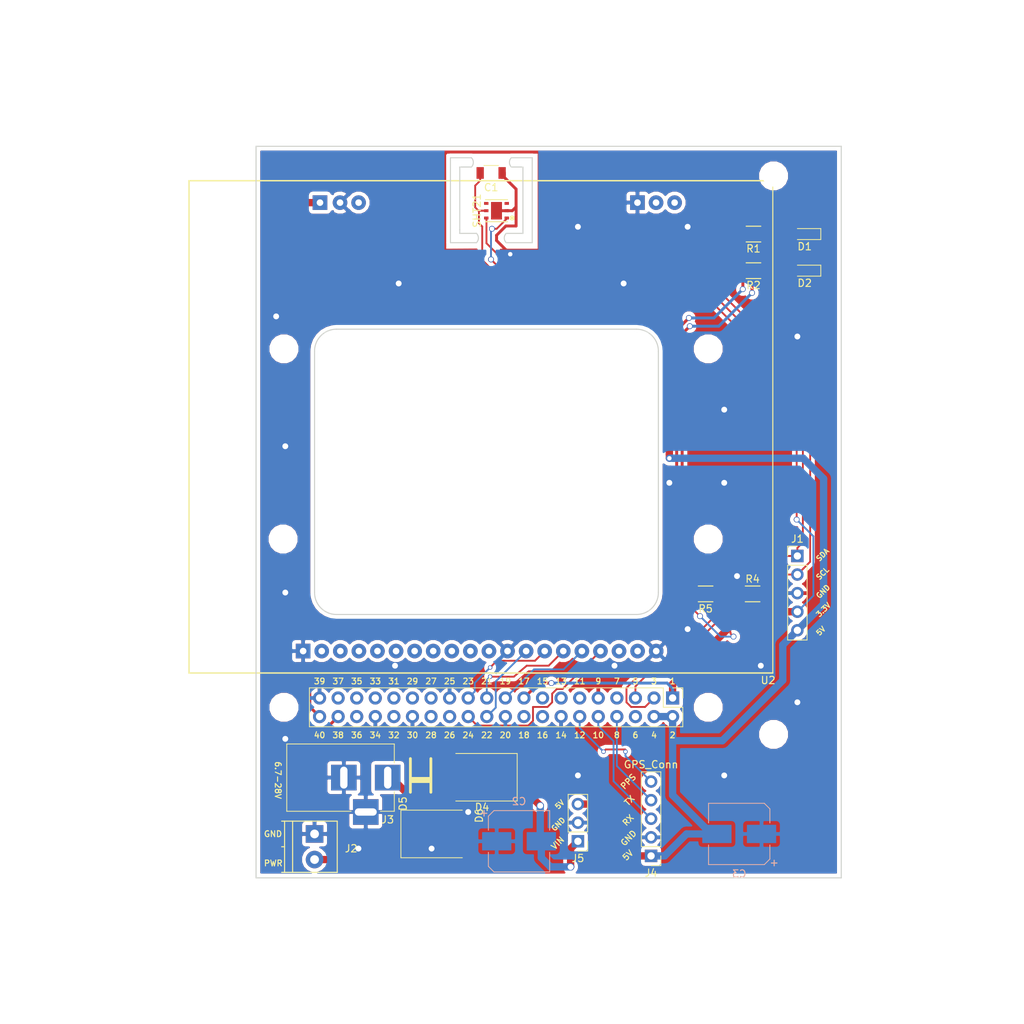
<source format=kicad_pcb>
(kicad_pcb (version 20171130) (host pcbnew "(5.0.0-rc2-dev-691-g31b026c)")

  (general
    (thickness 1.6)
    (drawings 88)
    (tracks 264)
    (zones 0)
    (modules 29)
    (nets 54)
  )

  (page A4)
  (title_block
    (title "iC880A-SPI Raspberry Pi Backplane")
    (date 2018-03-26)
    (rev v1.6)
    (company "Coredump Rapperswil")
  )

  (layers
    (0 F.Cu signal)
    (31 B.Cu signal)
    (32 B.Adhes user)
    (33 F.Adhes user)
    (34 B.Paste user)
    (35 F.Paste user)
    (36 B.SilkS user)
    (37 F.SilkS user)
    (38 B.Mask user)
    (39 F.Mask user)
    (40 Dwgs.User user)
    (41 Cmts.User user)
    (42 Eco1.User user hide)
    (43 Eco2.User user hide)
    (44 Edge.Cuts user)
    (45 Margin user)
    (46 B.CrtYd user)
    (47 F.CrtYd user)
    (48 B.Fab user)
    (49 F.Fab user)
  )

  (setup
    (last_trace_width 0.25)
    (user_trace_width 0.4)
    (trace_clearance 0.2)
    (zone_clearance 0.508)
    (zone_45_only yes)
    (trace_min 0.2)
    (segment_width 0.2)
    (edge_width 0.15)
    (via_size 0.6)
    (via_drill 0.4)
    (via_min_size 0.4)
    (via_min_drill 0.3)
    (user_via 0.8 0.6)
    (user_via 1 0.7)
    (uvia_size 0.3)
    (uvia_drill 0.1)
    (uvias_allowed no)
    (uvia_min_size 0.2)
    (uvia_min_drill 0.1)
    (pcb_text_width 0.3)
    (pcb_text_size 1.5 1.5)
    (mod_edge_width 0.15)
    (mod_text_size 1 1)
    (mod_text_width 0.15)
    (pad_size 2.95 2.95)
    (pad_drill 2.95)
    (pad_to_mask_clearance 0.2)
    (aux_axis_origin 95.631 64.389)
    (visible_elements FEFFFF7F)
    (pcbplotparams
      (layerselection 0x010fc_ffffffff)
      (usegerberextensions true)
      (usegerberattributes false)
      (usegerberadvancedattributes false)
      (creategerberjobfile false)
      (excludeedgelayer true)
      (linewidth 0.100000)
      (plotframeref false)
      (viasonmask false)
      (mode 1)
      (useauxorigin false)
      (hpglpennumber 1)
      (hpglpenspeed 20)
      (hpglpendiameter 15)
      (psnegative false)
      (psa4output false)
      (plotreference true)
      (plotvalue true)
      (plotinvisibletext false)
      (padsonsilk false)
      (subtractmaskfromsilk false)
      (outputformat 1)
      (mirror false)
      (drillshape 0)
      (scaleselection 1)
      (outputdirectory gerbers/))
  )

  (net 0 "")
  (net 1 "Net-(D1-Pad2)")
  (net 2 "Net-(D2-Pad2)")
  (net 3 GND)
  (net 4 3.3V)
  (net 5 5V)
  (net 6 SDA)
  (net 7 SCL)
  (net 8 MOSI)
  (net 9 MISO)
  (net 10 CLK)
  (net 11 CE0)
  (net 12 LED1)
  (net 13 LED2)
  (net 14 IC880A_RST)
  (net 15 "Net-(C2-Pad2)")
  (net 16 TX)
  (net 17 RX)
  (net 18 PPS)
  (net 19 VIN)
  (net 20 "Net-(U1-Pad6)")
  (net 21 "Net-(U1-Pad7)")
  (net 22 "Net-(U1-Pad11)")
  (net 23 "Net-(U1-Pad13)")
  (net 24 "Net-(U1-Pad15)")
  (net 25 "Net-(U1-Pad16)")
  (net 26 "Net-(U1-Pad18)")
  (net 27 "Net-(U1-Pad26)")
  (net 28 "Net-(U1-Pad27)")
  (net 29 "Net-(U1-Pad28)")
  (net 30 "Net-(U1-Pad29)")
  (net 31 "Net-(U1-Pad31)")
  (net 32 "Net-(U1-Pad33)")
  (net 33 "Net-(U1-Pad35)")
  (net 34 "Net-(U1-Pad37)")
  (net 35 "Net-(U2-Pad2)")
  (net 36 "Net-(U2-Pad4)")
  (net 37 "Net-(U2-Pad6)")
  (net 38 "Net-(U2-Pad7)")
  (net 39 "Net-(U2-Pad8)")
  (net 40 "Net-(U2-Pad9)")
  (net 41 "Net-(U2-Pad10)")
  (net 42 "Net-(U2-Pad11)")
  (net 43 "Net-(U2-Pad18)")
  (net 44 "Net-(U2-Pad19)")
  (net 45 "Net-(U2-Pad23)")
  (net 46 "Net-(U2-Pad25)")
  (net 47 "Net-(U2-Pad26)")
  (net 48 "Net-(U3-Pad4)")
  (net 49 "Net-(U3-Pad3)")
  (net 50 "Net-(U1-Pad32)")
  (net 51 "Net-(U2-Pad3)")
  (net 52 "Net-(U2-Pad5)")
  (net 53 "Net-(U1-Pad36)")

  (net_class Default "This is the default net class."
    (clearance 0.2)
    (trace_width 0.25)
    (via_dia 0.6)
    (via_drill 0.4)
    (uvia_dia 0.3)
    (uvia_drill 0.1)
    (add_net 3.3V)
    (add_net CE0)
    (add_net CLK)
    (add_net IC880A_RST)
    (add_net LED1)
    (add_net LED2)
    (add_net MISO)
    (add_net MOSI)
    (add_net "Net-(D1-Pad2)")
    (add_net "Net-(D2-Pad2)")
    (add_net "Net-(U1-Pad11)")
    (add_net "Net-(U1-Pad13)")
    (add_net "Net-(U1-Pad15)")
    (add_net "Net-(U1-Pad16)")
    (add_net "Net-(U1-Pad18)")
    (add_net "Net-(U1-Pad26)")
    (add_net "Net-(U1-Pad27)")
    (add_net "Net-(U1-Pad28)")
    (add_net "Net-(U1-Pad29)")
    (add_net "Net-(U1-Pad31)")
    (add_net "Net-(U1-Pad32)")
    (add_net "Net-(U1-Pad33)")
    (add_net "Net-(U1-Pad35)")
    (add_net "Net-(U1-Pad36)")
    (add_net "Net-(U1-Pad37)")
    (add_net "Net-(U1-Pad6)")
    (add_net "Net-(U1-Pad7)")
    (add_net "Net-(U2-Pad10)")
    (add_net "Net-(U2-Pad11)")
    (add_net "Net-(U2-Pad18)")
    (add_net "Net-(U2-Pad19)")
    (add_net "Net-(U2-Pad2)")
    (add_net "Net-(U2-Pad23)")
    (add_net "Net-(U2-Pad25)")
    (add_net "Net-(U2-Pad26)")
    (add_net "Net-(U2-Pad3)")
    (add_net "Net-(U2-Pad4)")
    (add_net "Net-(U2-Pad5)")
    (add_net "Net-(U2-Pad6)")
    (add_net "Net-(U2-Pad7)")
    (add_net "Net-(U2-Pad8)")
    (add_net "Net-(U2-Pad9)")
    (add_net "Net-(U3-Pad3)")
    (add_net "Net-(U3-Pad4)")
    (add_net PPS)
    (add_net RX)
    (add_net SCL)
    (add_net SDA)
    (add_net TX)
  )

  (net_class Power ""
    (clearance 0.2)
    (trace_width 1)
    (via_dia 1)
    (via_drill 0.6)
    (uvia_dia 0.3)
    (uvia_drill 0.1)
    (add_net 5V)
    (add_net GND)
    (add_net "Net-(C2-Pad2)")
    (add_net VIN)
  )

  (module Resistors_SMD:R_1206 (layer F.Cu) (tedit 58F93F68) (tstamp 5B0462D7)
    (at 92.456 75.184)
    (descr "Resistor SMD 1206, reflow soldering, Vishay (see dcrcw.pdf)")
    (tags "resistor 1206")
    (path /589B82C4)
    (attr smd)
    (fp_text reference R5 (at 0 2.032) (layer F.SilkS)
      (effects (font (size 1 1) (thickness 0.15)))
    )
    (fp_text value R (at 0 2.3) (layer F.Fab) hide
      (effects (font (size 1 1) (thickness 0.15)))
    )
    (fp_line (start -1.6 0.8) (end -1.6 -0.8) (layer F.Fab) (width 0.1))
    (fp_line (start 1.6 0.8) (end -1.6 0.8) (layer F.Fab) (width 0.1))
    (fp_line (start 1.6 -0.8) (end 1.6 0.8) (layer F.Fab) (width 0.1))
    (fp_line (start -1.6 -0.8) (end 1.6 -0.8) (layer F.Fab) (width 0.1))
    (fp_line (start -2.2 -1.2) (end 2.2 -1.2) (layer F.CrtYd) (width 0.05))
    (fp_line (start -2.2 1.2) (end 2.2 1.2) (layer F.CrtYd) (width 0.05))
    (fp_line (start -2.2 -1.2) (end -2.2 1.2) (layer F.CrtYd) (width 0.05))
    (fp_line (start 2.2 -1.2) (end 2.2 1.2) (layer F.CrtYd) (width 0.05))
    (fp_line (start 1 1.075) (end -1 1.075) (layer F.SilkS) (width 0.15))
    (fp_line (start -1 -1.075) (end 1 -1.075) (layer F.SilkS) (width 0.15))
    (pad 1 smd rect (at -1.45 0) (size 0.9 1.7) (layers F.Cu F.Paste F.Mask)
      (net 4 3.3V))
    (pad 2 smd rect (at 1.45 0) (size 0.9 1.7) (layers F.Cu F.Paste F.Mask)
      (net 6 SDA))
    (model Resistors_SMD.3dshapes/R_1206.wrl
      (at (xyz 0 0 0))
      (scale (xyz 1 1 1))
      (rotate (xyz 0 0 0))
    )
  )

  (module Resistors_SMD:R_1206 (layer F.Cu) (tedit 58F93F6A) (tstamp 5B078635)
    (at 98.88 75.184 180)
    (descr "Resistor SMD 1206, reflow soldering, Vishay (see dcrcw.pdf)")
    (tags "resistor 1206")
    (path /589B831C)
    (attr smd)
    (fp_text reference R4 (at 0 2.032 180) (layer F.SilkS)
      (effects (font (size 1 1) (thickness 0.15)))
    )
    (fp_text value R (at 0 2.3 180) (layer F.Fab) hide
      (effects (font (size 1 1) (thickness 0.15)))
    )
    (fp_line (start -1.6 0.8) (end -1.6 -0.8) (layer F.Fab) (width 0.1))
    (fp_line (start 1.6 0.8) (end -1.6 0.8) (layer F.Fab) (width 0.1))
    (fp_line (start 1.6 -0.8) (end 1.6 0.8) (layer F.Fab) (width 0.1))
    (fp_line (start -1.6 -0.8) (end 1.6 -0.8) (layer F.Fab) (width 0.1))
    (fp_line (start -2.2 -1.2) (end 2.2 -1.2) (layer F.CrtYd) (width 0.05))
    (fp_line (start -2.2 1.2) (end 2.2 1.2) (layer F.CrtYd) (width 0.05))
    (fp_line (start -2.2 -1.2) (end -2.2 1.2) (layer F.CrtYd) (width 0.05))
    (fp_line (start 2.2 -1.2) (end 2.2 1.2) (layer F.CrtYd) (width 0.05))
    (fp_line (start 1 1.075) (end -1 1.075) (layer F.SilkS) (width 0.15))
    (fp_line (start -1 -1.075) (end 1 -1.075) (layer F.SilkS) (width 0.15))
    (pad 1 smd rect (at -1.45 0 180) (size 0.9 1.7) (layers F.Cu F.Paste F.Mask)
      (net 4 3.3V))
    (pad 2 smd rect (at 1.45 0 180) (size 0.9 1.7) (layers F.Cu F.Paste F.Mask)
      (net 7 SCL))
    (model Resistors_SMD.3dshapes/R_1206.wrl
      (at (xyz 0 0 0))
      (scale (xyz 1 1 1))
      (rotate (xyz 0 0 0))
    )
  )

  (module Mounting_Holes:MountingHole_2.7mm_M2.5 (layer F.Cu) (tedit 589A4A4A) (tstamp 589A4B6E)
    (at 34.814 90.685)
    (descr "Mounting Hole 2.7mm, no annular, M2.5")
    (tags "mounting hole 2.7mm no annular m2.5")
    (fp_text reference REF** (at 0 -3.7) (layer F.SilkS) hide
      (effects (font (size 1 1) (thickness 0.15)))
    )
    (fp_text value MountingHole_2.7mm_M2.5 (at 0 3.7) (layer F.Fab) hide
      (effects (font (size 1 1) (thickness 0.15)))
    )
    (fp_circle (center 0 0) (end 2.7 0) (layer Cmts.User) (width 0.15))
    (fp_circle (center 0 0) (end 2.95 0) (layer F.CrtYd) (width 0.05))
    (pad "" np_thru_hole circle (at 0 0) (size 2.95 2.95) (drill 2.95) (layers *.Cu *.Mask))
  )

  (module Mounting_Holes:MountingHole_2.7mm_M2.5 (layer F.Cu) (tedit 589A4A4A) (tstamp 589B8755)
    (at 34.697 67.685)
    (descr "Mounting Hole 2.7mm, no annular, M2.5")
    (tags "mounting hole 2.7mm no annular m2.5")
    (fp_text reference REF** (at 0 -3.7) (layer F.SilkS) hide
      (effects (font (size 1 1) (thickness 0.15)))
    )
    (fp_text value MountingHole_2.7mm_M2.5 (at 0 3.7) (layer F.Fab) hide
      (effects (font (size 1 1) (thickness 0.15)))
    )
    (fp_circle (center 0 0) (end 2.7 0) (layer Cmts.User) (width 0.15))
    (fp_circle (center 0 0) (end 2.95 0) (layer F.CrtYd) (width 0.05))
    (pad "" np_thru_hole circle (at 0 0) (size 2.95 2.95) (drill 2.95) (layers *.Cu *.Mask))
  )

  (module Mounting_Holes:MountingHole_2.7mm_M2.5 (layer F.Cu) (tedit 589A4A4A) (tstamp 589B8BBD)
    (at 101.747 94.39)
    (descr "Mounting Hole 2.7mm, no annular, M2.5")
    (tags "mounting hole 2.7mm no annular m2.5")
    (fp_text reference REF** (at 0 -3.7) (layer F.SilkS) hide
      (effects (font (size 1 1) (thickness 0.15)))
    )
    (fp_text value MountingHole_2.7mm_M2.5 (at 0 3.7) (layer F.Fab) hide
      (effects (font (size 1 1) (thickness 0.15)))
    )
    (fp_circle (center 0 0) (end 2.7 0) (layer Cmts.User) (width 0.15))
    (fp_circle (center 0 0) (end 2.95 0) (layer F.CrtYd) (width 0.05))
    (pad "" np_thru_hole circle (at 0 0) (size 2.95 2.95) (drill 2.95) (layers *.Cu *.Mask))
  )

  (module Mounting_Holes:MountingHole_2.7mm_M2.5 (layer F.Cu) (tedit 589A4A4A) (tstamp 589B8BB7)
    (at 101.747 18.04)
    (descr "Mounting Hole 2.7mm, no annular, M2.5")
    (tags "mounting hole 2.7mm no annular m2.5")
    (fp_text reference REF** (at 0 -3.7) (layer F.SilkS) hide
      (effects (font (size 1 1) (thickness 0.15)))
    )
    (fp_text value MountingHole_2.7mm_M2.5 (at 0 3.7) (layer F.Fab) hide
      (effects (font (size 1 1) (thickness 0.15)))
    )
    (fp_circle (center 0 0) (end 2.7 0) (layer Cmts.User) (width 0.15))
    (fp_circle (center 0 0) (end 2.95 0) (layer F.CrtYd) (width 0.05))
    (pad "" np_thru_hole circle (at 0 0) (size 2.95 2.95) (drill 2.95) (layers *.Cu *.Mask))
  )

  (module Mounting_Holes:MountingHole_2.7mm_M2.5 (layer F.Cu) (tedit 589A4A46) (tstamp 589B89E3)
    (at 92.814 67.685)
    (descr "Mounting Hole 2.7mm, no annular, M2.5")
    (tags "mounting hole 2.7mm no annular m2.5")
    (fp_text reference REF** (at 0 -3.7) (layer F.SilkS) hide
      (effects (font (size 1 1) (thickness 0.15)))
    )
    (fp_text value MountingHole_2.7mm_M2.5 (at 0 3.7) (layer F.Fab) hide
      (effects (font (size 1 1) (thickness 0.15)))
    )
    (fp_circle (center 0 0) (end 2.7 0) (layer Cmts.User) (width 0.15))
    (fp_circle (center 0 0) (end 2.95 0) (layer F.CrtYd) (width 0.05))
    (pad "" np_thru_hole circle (at 0 0) (size 2.95 2.95) (drill 2.95) (layers *.Cu *.Mask))
  )

  (module Mounting_Holes:MountingHole_2.7mm_M2.5 (layer F.Cu) (tedit 589A4A4A) (tstamp 589A4DE7)
    (at 92.814 41.685)
    (descr "Mounting Hole 2.7mm, no annular, M2.5")
    (tags "mounting hole 2.7mm no annular m2.5")
    (fp_text reference REF** (at 0 -3.7) (layer F.SilkS) hide
      (effects (font (size 1 1) (thickness 0.15)))
    )
    (fp_text value MountingHole_2.7mm_M2.5 (at 0 3.7) (layer F.Fab) hide
      (effects (font (size 1 1) (thickness 0.15)))
    )
    (fp_circle (center 0 0) (end 2.7 0) (layer Cmts.User) (width 0.15))
    (fp_circle (center 0 0) (end 2.95 0) (layer F.CrtYd) (width 0.05))
    (pad "" np_thru_hole circle (at 0 0) (size 2.95 2.95) (drill 2.95) (layers *.Cu *.Mask))
  )

  (module Mounting_Holes:MountingHole_2.7mm_M2.5 (layer F.Cu) (tedit 589A4A4A) (tstamp 589A4DDA)
    (at 34.814 41.685)
    (descr "Mounting Hole 2.7mm, no annular, M2.5")
    (tags "mounting hole 2.7mm no annular m2.5")
    (fp_text reference REF** (at 0 -3.7) (layer F.SilkS) hide
      (effects (font (size 1 1) (thickness 0.15)))
    )
    (fp_text value MountingHole_2.7mm_M2.5 (at 0 3.7) (layer F.Fab) hide
      (effects (font (size 1 1) (thickness 0.15)))
    )
    (fp_circle (center 0 0) (end 2.7 0) (layer Cmts.User) (width 0.15))
    (fp_circle (center 0 0) (end 2.95 0) (layer F.CrtYd) (width 0.05))
    (pad "" np_thru_hole circle (at 0 0) (size 2.95 2.95) (drill 2.95) (layers *.Cu *.Mask))
  )

  (module Mounting_Holes:MountingHole_2.7mm_M2.5 (layer F.Cu) (tedit 589A4A46) (tstamp 589A4BA8)
    (at 92.814 90.685)
    (descr "Mounting Hole 2.7mm, no annular, M2.5")
    (tags "mounting hole 2.7mm no annular m2.5")
    (fp_text reference REF** (at 0 -3.7) (layer F.SilkS) hide
      (effects (font (size 1 1) (thickness 0.15)))
    )
    (fp_text value MountingHole_2.7mm_M2.5 (at 0 3.7) (layer F.Fab) hide
      (effects (font (size 1 1) (thickness 0.15)))
    )
    (fp_circle (center 0 0) (end 2.7 0) (layer Cmts.User) (width 0.15))
    (fp_circle (center 0 0) (end 2.95 0) (layer F.CrtYd) (width 0.05))
    (pad "" np_thru_hole circle (at 0 0) (size 2.95 2.95) (drill 2.95) (layers *.Cu *.Mask))
  )

  (module oshw-logos:OSHW_MASK_7MM (layer F.Cu) (tedit 0) (tstamp 589A1E62)
    (at 95.25 49.75 315)
    (fp_text reference G*** (at 0 3.71094 315) (layer F.Mask) hide
      (effects (font (size 0.3175 0.3175) (thickness 0.0635)))
    )
    (fp_text value LOGO (at 0 -3.71094 315) (layer F.Mask) hide
      (effects (font (size 0.3175 0.3175) (thickness 0.0635)))
    )
    (fp_poly (pts (xy -2.1209 3.14452) (xy -2.08534 3.1242) (xy -2.00152 3.0734) (xy -1.88468 2.9972)
      (xy -1.74752 2.90322) (xy -1.60782 2.80924) (xy -1.49606 2.73304) (xy -1.41478 2.68224)
      (xy -1.38176 2.66446) (xy -1.36398 2.66954) (xy -1.29794 2.70256) (xy -1.20142 2.75082)
      (xy -1.14808 2.7813) (xy -1.05918 2.8194) (xy -1.016 2.82702) (xy -1.00838 2.81432)
      (xy -0.97536 2.74574) (xy -0.92456 2.63144) (xy -0.85852 2.48158) (xy -0.78486 2.30378)
      (xy -0.70358 2.11074) (xy -0.6223 1.91516) (xy -0.54356 1.72974) (xy -0.47498 1.5621)
      (xy -0.42164 1.42494) (xy -0.38354 1.33096) (xy -0.37084 1.29032) (xy -0.37592 1.2827)
      (xy -0.4191 1.23952) (xy -0.4953 1.1811) (xy -0.6604 1.04648) (xy -0.8255 0.84328)
      (xy -0.92456 0.61214) (xy -0.95758 0.35306) (xy -0.92964 0.1143) (xy -0.83566 -0.1143)
      (xy -0.67564 -0.32004) (xy -0.4826 -0.47244) (xy -0.254 -0.5715) (xy 0 -0.60198)
      (xy 0.24384 -0.57404) (xy 0.47752 -0.4826) (xy 0.68326 -0.32512) (xy 0.77216 -0.22352)
      (xy 0.89154 -0.01524) (xy 0.96012 0.20828) (xy 0.96774 0.26416) (xy 0.95758 0.51054)
      (xy 0.88392 0.74676) (xy 0.75438 0.95758) (xy 0.57404 1.1303) (xy 0.55118 1.14554)
      (xy 0.46736 1.20904) (xy 0.41148 1.25222) (xy 0.3683 1.28778) (xy 0.68072 2.03962)
      (xy 0.73152 2.16154) (xy 0.81788 2.36728) (xy 0.89408 2.54508) (xy 0.9525 2.68478)
      (xy 0.99568 2.77876) (xy 1.01346 2.81686) (xy 1.016 2.8194) (xy 1.04394 2.82448)
      (xy 1.09982 2.80416) (xy 1.2065 2.75336) (xy 1.27508 2.7178) (xy 1.35636 2.67716)
      (xy 1.39192 2.66446) (xy 1.4224 2.6797) (xy 1.4986 2.7305) (xy 1.61036 2.80416)
      (xy 1.74498 2.8956) (xy 1.87452 2.9845) (xy 1.99136 3.0607) (xy 2.07772 3.11658)
      (xy 2.11836 3.13944) (xy 2.12598 3.13944) (xy 2.16408 3.11912) (xy 2.23012 3.0607)
      (xy 2.33426 2.96418) (xy 2.47904 2.82194) (xy 2.5019 2.79908) (xy 2.62128 2.67716)
      (xy 2.7178 2.57556) (xy 2.7813 2.50444) (xy 2.8067 2.47142) (xy 2.78384 2.43078)
      (xy 2.7305 2.34442) (xy 2.65176 2.22504) (xy 2.55524 2.08534) (xy 2.30632 1.72212)
      (xy 2.44348 1.37922) (xy 2.48666 1.27508) (xy 2.54 1.14808) (xy 2.5781 1.05664)
      (xy 2.59842 1.01854) (xy 2.63652 1.0033) (xy 2.7305 0.98298) (xy 2.86512 0.95504)
      (xy 3.02768 0.92456) (xy 3.18262 0.89408) (xy 3.32232 0.86868) (xy 3.42138 0.84836)
      (xy 3.4671 0.84074) (xy 3.47726 0.83312) (xy 3.48742 0.8128) (xy 3.4925 0.76454)
      (xy 3.49758 0.68072) (xy 3.49758 0.5461) (xy 3.49758 0.35306) (xy 3.49758 0.33274)
      (xy 3.49758 0.14732) (xy 3.4925 0.00254) (xy 3.48742 -0.09398) (xy 3.48234 -0.13208)
      (xy 3.43916 -0.14224) (xy 3.3401 -0.16256) (xy 3.2004 -0.1905) (xy 3.0353 -0.22098)
      (xy 3.02514 -0.22352) (xy 2.8575 -0.25654) (xy 2.72034 -0.28448) (xy 2.62382 -0.30734)
      (xy 2.58064 -0.32004) (xy 2.57302 -0.3302) (xy 2.54 -0.39624) (xy 2.49174 -0.49784)
      (xy 2.4384 -0.62484) (xy 2.38252 -0.75438) (xy 2.3368 -0.87122) (xy 2.30632 -0.95758)
      (xy 2.29616 -0.99822) (xy 2.32156 -1.03886) (xy 2.37744 -1.12268) (xy 2.45872 -1.24206)
      (xy 2.55524 -1.3843) (xy 2.56286 -1.39446) (xy 2.65684 -1.53416) (xy 2.73558 -1.65354)
      (xy 2.78638 -1.73736) (xy 2.8067 -1.77546) (xy 2.80416 -1.778) (xy 2.77368 -1.81864)
      (xy 2.70256 -1.89992) (xy 2.60096 -2.0066) (xy 2.4765 -2.12852) (xy 2.4384 -2.16662)
      (xy 2.30378 -2.30124) (xy 2.20726 -2.3876) (xy 2.14884 -2.43332) (xy 2.1209 -2.44348)
      (xy 2.07772 -2.41808) (xy 1.98882 -2.35966) (xy 1.86944 -2.27838) (xy 1.7272 -2.18186)
      (xy 1.71704 -2.17678) (xy 1.57734 -2.08026) (xy 1.4605 -2.00152) (xy 1.37922 -1.94564)
      (xy 1.34366 -1.92532) (xy 1.33604 -1.92532) (xy 1.28016 -1.94056) (xy 1.1811 -1.97612)
      (xy 1.05664 -2.02438) (xy 0.9271 -2.07518) (xy 0.81026 -2.12598) (xy 0.72136 -2.16662)
      (xy 0.68072 -2.18948) (xy 0.67818 -2.19202) (xy 0.66548 -2.24282) (xy 0.64008 -2.34696)
      (xy 0.6096 -2.49174) (xy 0.57912 -2.66192) (xy 0.57404 -2.68986) (xy 0.54102 -2.85496)
      (xy 0.51562 -2.99466) (xy 0.4953 -3.08864) (xy 0.48514 -3.12928) (xy 0.46228 -3.13436)
      (xy 0.381 -3.13944) (xy 0.25654 -3.14198) (xy 0.10414 -3.14452) (xy -0.05334 -3.14452)
      (xy -0.20828 -3.13944) (xy -0.34036 -3.13436) (xy -0.43434 -3.12928) (xy -0.47244 -3.12166)
      (xy -0.47498 -3.11912) (xy -0.49022 -3.06832) (xy -0.51308 -2.96164) (xy -0.54102 -2.81686)
      (xy -0.57404 -2.64668) (xy -0.57912 -2.6162) (xy -0.61214 -2.44856) (xy -0.64008 -2.3114)
      (xy -0.6604 -2.21996) (xy -0.67056 -2.18186) (xy -0.6858 -2.17424) (xy -0.75438 -2.14376)
      (xy -0.86614 -2.09804) (xy -1.0033 -2.04216) (xy -1.32334 -1.91262) (xy -1.71704 -2.18186)
      (xy -1.7526 -2.20472) (xy -1.89484 -2.30124) (xy -2.00914 -2.37998) (xy -2.09042 -2.43078)
      (xy -2.12344 -2.4511) (xy -2.12598 -2.44856) (xy -2.16662 -2.41554) (xy -2.24536 -2.34188)
      (xy -2.3495 -2.23774) (xy -2.47396 -2.11582) (xy -2.5654 -2.02438) (xy -2.67462 -1.91262)
      (xy -2.7432 -1.83896) (xy -2.77876 -1.7907) (xy -2.794 -1.76276) (xy -2.78892 -1.74498)
      (xy -2.76352 -1.70434) (xy -2.70764 -1.61798) (xy -2.62636 -1.4986) (xy -2.52984 -1.3589)
      (xy -2.4511 -1.24206) (xy -2.36728 -1.10998) (xy -2.3114 -1.016) (xy -2.29108 -0.97028)
      (xy -2.29616 -0.9525) (xy -2.3241 -0.87376) (xy -2.36982 -0.75946) (xy -2.43078 -0.61976)
      (xy -2.5654 -0.30988) (xy -2.77114 -0.26924) (xy -2.89306 -0.24638) (xy -3.06578 -0.21336)
      (xy -3.23088 -0.18034) (xy -3.48996 -0.13208) (xy -3.50012 0.81534) (xy -3.45948 0.83312)
      (xy -3.42138 0.84328) (xy -3.32486 0.8636) (xy -3.1877 0.89154) (xy -3.02768 0.92202)
      (xy -2.89052 0.94742) (xy -2.75336 0.97536) (xy -2.6543 0.99314) (xy -2.60858 1.0033)
      (xy -2.59842 1.01854) (xy -2.56286 1.08458) (xy -2.5146 1.19126) (xy -2.45872 1.31826)
      (xy -2.40284 1.45288) (xy -2.35458 1.5748) (xy -2.32156 1.66878) (xy -2.30886 1.71704)
      (xy -2.32664 1.7526) (xy -2.37998 1.83388) (xy -2.45618 1.95072) (xy -2.55016 2.08788)
      (xy -2.64414 2.22504) (xy -2.72288 2.34188) (xy -2.77876 2.4257) (xy -2.80162 2.4638)
      (xy -2.78892 2.49174) (xy -2.73558 2.55778) (xy -2.63144 2.66446) (xy -2.4765 2.81686)
      (xy -2.4511 2.84226) (xy -2.32918 2.9591) (xy -2.22504 3.05562) (xy -2.15392 3.11912)
      (xy -2.1209 3.14452)) (layer F.Mask) (width 0.00254))
  )

  (module Capacitors_SMD:C_1206 (layer F.Cu) (tedit 5415D7BD) (tstamp 5B04627D)
    (at 63.14 17.6448 180)
    (descr "Capacitor SMD 1206, reflow soldering, AVX (see smccp.pdf)")
    (tags "capacitor 1206")
    (path /5898C4BA)
    (attr smd)
    (fp_text reference C1 (at 0 -1.9812) (layer F.SilkS)
      (effects (font (size 1 1) (thickness 0.15)))
    )
    (fp_text value C (at 0 2.3 180) (layer F.Fab)
      (effects (font (size 1 1) (thickness 0.15)))
    )
    (fp_line (start -1.6 0.8) (end -1.6 -0.8) (layer F.Fab) (width 0.1))
    (fp_line (start 1.6 0.8) (end -1.6 0.8) (layer F.Fab) (width 0.1))
    (fp_line (start 1.6 -0.8) (end 1.6 0.8) (layer F.Fab) (width 0.1))
    (fp_line (start -1.6 -0.8) (end 1.6 -0.8) (layer F.Fab) (width 0.1))
    (fp_line (start -2.3 -1.15) (end 2.3 -1.15) (layer F.CrtYd) (width 0.05))
    (fp_line (start -2.3 1.15) (end 2.3 1.15) (layer F.CrtYd) (width 0.05))
    (fp_line (start -2.3 -1.15) (end -2.3 1.15) (layer F.CrtYd) (width 0.05))
    (fp_line (start 2.3 -1.15) (end 2.3 1.15) (layer F.CrtYd) (width 0.05))
    (fp_line (start 1 -1.025) (end -1 -1.025) (layer F.SilkS) (width 0.12))
    (fp_line (start -1 1.025) (end 1 1.025) (layer F.SilkS) (width 0.12))
    (pad 1 smd rect (at -1.5 0 180) (size 1 1.6) (layers F.Cu F.Paste F.Mask)
      (net 3 GND))
    (pad 2 smd rect (at 1.5 0 180) (size 1 1.6) (layers F.Cu F.Paste F.Mask)
      (net 4 3.3V))
    (model Capacitors_SMD.3dshapes/C_1206.wrl
      (at (xyz 0 0 0))
      (scale (xyz 1 1 1))
      (rotate (xyz 0 0 0))
    )
  )

  (module Resistors_SMD:R_1206 (layer F.Cu) (tedit 5AF31794) (tstamp 5A5FBE8B)
    (at 99 26)
    (descr "Resistor SMD 1206, reflow soldering, Vishay (see dcrcw.pdf)")
    (tags "resistor 1206")
    (path /589650B2)
    (attr smd)
    (fp_text reference R1 (at 0 2) (layer F.SilkS)
      (effects (font (size 1 1) (thickness 0.15)))
    )
    (fp_text value "82Ω 1/8W" (at -0.074 5.842 90) (layer F.Fab) hide
      (effects (font (size 1 1) (thickness 0.15)))
    )
    (fp_line (start -1.6 0.8) (end -1.6 -0.8) (layer F.Fab) (width 0.1))
    (fp_line (start 1.6 0.8) (end -1.6 0.8) (layer F.Fab) (width 0.1))
    (fp_line (start 1.6 -0.8) (end 1.6 0.8) (layer F.Fab) (width 0.1))
    (fp_line (start -1.6 -0.8) (end 1.6 -0.8) (layer F.Fab) (width 0.1))
    (fp_line (start -2.2 -1.2) (end 2.2 -1.2) (layer F.CrtYd) (width 0.05))
    (fp_line (start -2.2 1.2) (end 2.2 1.2) (layer F.CrtYd) (width 0.05))
    (fp_line (start -2.2 -1.2) (end -2.2 1.2) (layer F.CrtYd) (width 0.05))
    (fp_line (start 2.2 -1.2) (end 2.2 1.2) (layer F.CrtYd) (width 0.05))
    (fp_line (start 1 1.075) (end -1 1.075) (layer F.SilkS) (width 0.15))
    (fp_line (start -1 -1.075) (end 1 -1.075) (layer F.SilkS) (width 0.15))
    (pad 1 smd rect (at -1.45 0) (size 0.9 1.7) (layers F.Cu F.Paste F.Mask)
      (net 12 LED1))
    (pad 2 smd rect (at 1.45 0) (size 0.9 1.7) (layers F.Cu F.Paste F.Mask)
      (net 1 "Net-(D1-Pad2)"))
    (model Resistors_SMD.3dshapes/R_1206.wrl
      (at (xyz 0 0 0))
      (scale (xyz 1 1 1))
      (rotate (xyz 0 0 0))
    )
  )

  (module Resistors_SMD:R_1206 (layer F.Cu) (tedit 5AF31772) (tstamp 5A5FBE9B)
    (at 99 31)
    (descr "Resistor SMD 1206, reflow soldering, Vishay (see dcrcw.pdf)")
    (tags "resistor 1206")
    (path /58965066)
    (attr smd)
    (fp_text reference R2 (at 0 2) (layer F.SilkS)
      (effects (font (size 1 1) (thickness 0.15)))
    )
    (fp_text value "330Ω 1/8W" (at 1.09 6.096 90) (layer F.Fab) hide
      (effects (font (size 1 1) (thickness 0.15)))
    )
    (fp_line (start -1.6 0.8) (end -1.6 -0.8) (layer F.Fab) (width 0.1))
    (fp_line (start 1.6 0.8) (end -1.6 0.8) (layer F.Fab) (width 0.1))
    (fp_line (start 1.6 -0.8) (end 1.6 0.8) (layer F.Fab) (width 0.1))
    (fp_line (start -1.6 -0.8) (end 1.6 -0.8) (layer F.Fab) (width 0.1))
    (fp_line (start -2.2 -1.2) (end 2.2 -1.2) (layer F.CrtYd) (width 0.05))
    (fp_line (start -2.2 1.2) (end 2.2 1.2) (layer F.CrtYd) (width 0.05))
    (fp_line (start -2.2 -1.2) (end -2.2 1.2) (layer F.CrtYd) (width 0.05))
    (fp_line (start 2.2 -1.2) (end 2.2 1.2) (layer F.CrtYd) (width 0.05))
    (fp_line (start 1 1.075) (end -1 1.075) (layer F.SilkS) (width 0.15))
    (fp_line (start -1 -1.075) (end 1 -1.075) (layer F.SilkS) (width 0.15))
    (pad 1 smd rect (at -1.45 0) (size 0.9 1.7) (layers F.Cu F.Paste F.Mask)
      (net 13 LED2))
    (pad 2 smd rect (at 1.45 0) (size 0.9 1.7) (layers F.Cu F.Paste F.Mask)
      (net 2 "Net-(D2-Pad2)"))
    (model Resistors_SMD.3dshapes/R_1206.wrl
      (at (xyz 0 0 0))
      (scale (xyz 1 1 1))
      (rotate (xyz 0 0 0))
    )
  )

  (module sensirion:SHT21 (layer F.Cu) (tedit 5A5FC46B) (tstamp 5B046252)
    (at 63.871 22.803 90)
    (tags "sht21, sensirion, temperature, humidity")
    (path /5898B996)
    (solder_mask_margin 0.07)
    (fp_text reference U3 (at 1.21158 2.73304 90) (layer F.SilkS) hide
      (effects (font (size 1 1) (thickness 0.15)))
    )
    (fp_text value SHT21 (at 0.002 -2.667 90) (layer F.SilkS)
      (effects (font (size 1 1) (thickness 0.15)))
    )
    (fp_circle (center -0.99822 2.1336) (end -0.96342 2.1734) (layer F.SilkS) (width 0.15))
    (fp_line (start -1.5 -1.5) (end -1.5 1.5) (layer F.SilkS) (width 0.15))
    (fp_line (start 1.5 1.5) (end 1.5 -1.5) (layer F.SilkS) (width 0.15))
    (fp_circle (center -0.99822 2.1336) (end -0.96342 2.1734) (layer F.SilkS) (width 0.3))
    (pad 5 smd rect (at 0 -1.5 90) (size 0.4 0.6) (drill oval (offset 0 0.1)) (layers F.Cu F.Paste F.Mask)
      (net 4 3.3V))
    (pad 6 smd rect (at -1 -1.5 90) (size 0.4 0.6) (drill oval (offset 0 0.1)) (layers F.Cu F.Paste F.Mask)
      (net 7 SCL))
    (pad 4 smd rect (at 1 -1.5 90) (size 0.4 0.6) (drill oval (offset 0 0.1)) (layers F.Cu F.Paste F.Mask)
      (net 48 "Net-(U3-Pad4)"))
    (pad 3 smd rect (at 1 1.5 90) (size 0.4 0.6) (drill oval (offset 0 -0.1)) (layers F.Cu F.Paste F.Mask)
      (net 49 "Net-(U3-Pad3)"))
    (pad 1 smd rect (at -1 1.5 90) (size 0.4 0.6) (drill oval (offset 0 -0.1)) (layers F.Cu F.Paste F.Mask)
      (net 6 SDA))
    (pad 2 smd rect (at 0 1.5 90) (size 0.4 0.6) (drill oval (offset 0 -0.1)) (layers F.Cu F.Paste F.Mask)
      (net 3 GND))
    (pad 2 smd rect (at 0 0 90) (size 2.4 1.5) (layers F.Cu F.Paste F.Mask)
      (net 3 GND))
    (model Housings_DFN_QFN.3dshapes/DFN-6-1EP_3x3mm_Pitch0.95mm.wrl
      (at (xyz 0 0 0))
      (scale (xyz 1 1 1))
      (rotate (xyz 0 0 270))
    )
  )

  (module headers:Pin_Header_Straight_2x20_Pitch2.54mm (layer F.Cu) (tedit 589A4A44) (tstamp 58961189)
    (at 87.944 89.415 270)
    (descr "Through hole straight pin header, 2x20, 2.54mm pitch, double rows")
    (tags "Through hole pin header THT 2x20 2.54mm double row")
    (path /5895DDA9)
    (fp_text reference U1 (at 1.27 -2.39 270) (layer F.SilkS) hide
      (effects (font (size 1 1) (thickness 0.15)))
    )
    (fp_text value Raspberry_Pi_2_3 (at 1.27 50.65 270) (layer F.Fab) hide
      (effects (font (size 1 1) (thickness 0.15)))
    )
    (fp_line (start -1.27 -1.27) (end -1.27 49.53) (layer F.Fab) (width 0.1))
    (fp_line (start -1.27 49.53) (end 3.81 49.53) (layer F.Fab) (width 0.1))
    (fp_line (start 3.81 49.53) (end 3.81 -1.27) (layer F.Fab) (width 0.1))
    (fp_line (start 3.81 -1.27) (end -1.27 -1.27) (layer F.Fab) (width 0.1))
    (fp_line (start -1.39 1.27) (end -1.39 49.65) (layer F.SilkS) (width 0.12))
    (fp_line (start -1.39 49.65) (end 3.93 49.65) (layer F.SilkS) (width 0.12))
    (fp_line (start 3.93 49.65) (end 3.93 -1.39) (layer F.SilkS) (width 0.12))
    (fp_line (start 3.93 -1.39) (end 1.27 -1.39) (layer F.SilkS) (width 0.12))
    (fp_line (start 1.27 -1.39) (end 1.27 1.27) (layer F.SilkS) (width 0.12))
    (fp_line (start 1.27 1.27) (end -1.39 1.27) (layer F.SilkS) (width 0.12))
    (fp_line (start -1.39 0) (end -1.39 -1.39) (layer F.SilkS) (width 0.12))
    (fp_line (start -1.39 -1.39) (end 0 -1.39) (layer F.SilkS) (width 0.12))
    (fp_line (start -1.6 -1.6) (end -1.6 49.8) (layer F.CrtYd) (width 0.05))
    (fp_line (start -1.6 49.8) (end 4.1 49.8) (layer F.CrtYd) (width 0.05))
    (fp_line (start 4.1 49.8) (end 4.1 -1.6) (layer F.CrtYd) (width 0.05))
    (fp_line (start 4.1 -1.6) (end -1.6 -1.6) (layer F.CrtYd) (width 0.05))
    (pad 1 thru_hole rect (at 0 0 270) (size 1.8 1.8) (drill 1) (layers *.Cu *.Mask)
      (net 4 3.3V))
    (pad 2 thru_hole oval (at 2.54 0 270) (size 1.8 1.8) (drill 1) (layers *.Cu *.Mask)
      (net 5 5V))
    (pad 3 thru_hole oval (at 0 2.54 270) (size 1.8 1.8) (drill 1) (layers *.Cu *.Mask)
      (net 6 SDA))
    (pad 4 thru_hole oval (at 2.54 2.54 270) (size 1.8 1.8) (drill 1) (layers *.Cu *.Mask)
      (net 5 5V))
    (pad 5 thru_hole oval (at 0 5.08 270) (size 1.8 1.8) (drill 1) (layers *.Cu *.Mask)
      (net 7 SCL))
    (pad 6 thru_hole oval (at 2.54 5.08 270) (size 1.8 1.8) (drill 1) (layers *.Cu *.Mask)
      (net 20 "Net-(U1-Pad6)"))
    (pad 7 thru_hole oval (at 0 7.62 270) (size 1.8 1.8) (drill 1) (layers *.Cu *.Mask)
      (net 21 "Net-(U1-Pad7)"))
    (pad 8 thru_hole oval (at 2.54 7.62 270) (size 1.8 1.8) (drill 1) (layers *.Cu *.Mask)
      (net 16 TX))
    (pad 9 thru_hole oval (at 0 10.16 270) (size 1.8 1.8) (drill 1) (layers *.Cu *.Mask)
      (net 3 GND))
    (pad 10 thru_hole oval (at 2.54 10.16 270) (size 1.8 1.8) (drill 1) (layers *.Cu *.Mask)
      (net 17 RX))
    (pad 11 thru_hole oval (at 0 12.7 270) (size 1.8 1.8) (drill 1) (layers *.Cu *.Mask)
      (net 22 "Net-(U1-Pad11)"))
    (pad 12 thru_hole oval (at 2.54 12.7 270) (size 1.8 1.8) (drill 1) (layers *.Cu *.Mask)
      (net 18 PPS))
    (pad 13 thru_hole oval (at 0 15.24 270) (size 1.8 1.8) (drill 1) (layers *.Cu *.Mask)
      (net 23 "Net-(U1-Pad13)"))
    (pad 14 thru_hole oval (at 2.54 15.24 270) (size 1.8 1.8) (drill 1) (layers *.Cu *.Mask)
      (net 3 GND))
    (pad 15 thru_hole oval (at 0 17.78 270) (size 1.8 1.8) (drill 1) (layers *.Cu *.Mask)
      (net 24 "Net-(U1-Pad15)"))
    (pad 16 thru_hole oval (at 2.54 17.78 270) (size 1.8 1.8) (drill 1) (layers *.Cu *.Mask)
      (net 25 "Net-(U1-Pad16)"))
    (pad 17 thru_hole oval (at 0 20.32 270) (size 1.8 1.8) (drill 1) (layers *.Cu *.Mask)
      (net 4 3.3V))
    (pad 18 thru_hole oval (at 2.54 20.32 270) (size 1.8 1.8) (drill 1) (layers *.Cu *.Mask)
      (net 26 "Net-(U1-Pad18)"))
    (pad 19 thru_hole oval (at 0 22.86 270) (size 1.8 1.8) (drill 1) (layers *.Cu *.Mask)
      (net 8 MOSI))
    (pad 20 thru_hole oval (at 2.54 22.86 270) (size 1.8 1.8) (drill 1) (layers *.Cu *.Mask)
      (net 3 GND))
    (pad 21 thru_hole oval (at 0 25.4 270) (size 1.8 1.8) (drill 1) (layers *.Cu *.Mask)
      (net 9 MISO))
    (pad 22 thru_hole oval (at 2.54 25.4 270) (size 1.8 1.8) (drill 1) (layers *.Cu *.Mask)
      (net 14 IC880A_RST))
    (pad 23 thru_hole oval (at 0 27.94 270) (size 1.8 1.8) (drill 1) (layers *.Cu *.Mask)
      (net 10 CLK))
    (pad 24 thru_hole oval (at 2.54 27.94 270) (size 1.8 1.8) (drill 1) (layers *.Cu *.Mask)
      (net 11 CE0))
    (pad 25 thru_hole oval (at 0 30.48 270) (size 1.8 1.8) (drill 1) (layers *.Cu *.Mask)
      (net 3 GND))
    (pad 26 thru_hole oval (at 2.54 30.48 270) (size 1.8 1.8) (drill 1) (layers *.Cu *.Mask)
      (net 27 "Net-(U1-Pad26)"))
    (pad 27 thru_hole oval (at 0 33.02 270) (size 1.8 1.8) (drill 1) (layers *.Cu *.Mask)
      (net 28 "Net-(U1-Pad27)"))
    (pad 28 thru_hole oval (at 2.54 33.02 270) (size 1.8 1.8) (drill 1) (layers *.Cu *.Mask)
      (net 29 "Net-(U1-Pad28)"))
    (pad 29 thru_hole oval (at 0 35.56 270) (size 1.8 1.8) (drill 1) (layers *.Cu *.Mask)
      (net 30 "Net-(U1-Pad29)"))
    (pad 30 thru_hole oval (at 2.54 35.56 270) (size 1.8 1.8) (drill 1) (layers *.Cu *.Mask)
      (net 3 GND))
    (pad 31 thru_hole oval (at 0 38.1 270) (size 1.8 1.8) (drill 1) (layers *.Cu *.Mask)
      (net 31 "Net-(U1-Pad31)"))
    (pad 32 thru_hole oval (at 2.54 38.1 270) (size 1.8 1.8) (drill 1) (layers *.Cu *.Mask)
      (net 50 "Net-(U1-Pad32)"))
    (pad 33 thru_hole oval (at 0 40.64 270) (size 1.8 1.8) (drill 1) (layers *.Cu *.Mask)
      (net 32 "Net-(U1-Pad33)"))
    (pad 34 thru_hole oval (at 2.54 40.64 270) (size 1.8 1.8) (drill 1) (layers *.Cu *.Mask)
      (net 3 GND))
    (pad 35 thru_hole oval (at 0 43.18 270) (size 1.8 1.8) (drill 1) (layers *.Cu *.Mask)
      (net 33 "Net-(U1-Pad35)"))
    (pad 36 thru_hole oval (at 2.54 43.18 270) (size 1.8 1.8) (drill 1) (layers *.Cu *.Mask)
      (net 53 "Net-(U1-Pad36)"))
    (pad 37 thru_hole oval (at 0 45.72 270) (size 1.8 1.8) (drill 1) (layers *.Cu *.Mask)
      (net 34 "Net-(U1-Pad37)"))
    (pad 38 thru_hole oval (at 2.54 45.72 270) (size 1.8 1.8) (drill 1) (layers *.Cu *.Mask)
      (net 13 LED2))
    (pad 39 thru_hole oval (at 0 48.26 270) (size 1.8 1.8) (drill 1) (layers *.Cu *.Mask)
      (net 3 GND))
    (pad 40 thru_hole oval (at 2.54 48.26 270) (size 1.8 1.8) (drill 1) (layers *.Cu *.Mask)
      (net 12 LED1))
    (model Pin_Headers.3dshapes/Pin_Header_Straight_2x20.wrl
      (offset (xyz 1.269999980926514 -24.12999963760376 -5.079999923706055))
      (scale (xyz 1 1 1))
      (rotate (xyz 0 0 90))
    )
    (model Socket_Strips.3dshapes/Socket_Strip_Straight_2x20.wrl
      (offset (xyz 1.269999980926514 -24.12999963760376 -1.777999973297119))
      (scale (xyz 1 1 1))
      (rotate (xyz 180 0 90))
    )
  )

  (module ic880a:IC880A-SPI (layer F.Cu) (tedit 5A5FD68A) (tstamp 5B046202)
    (at 61.74 52.35)
    (path /5895DD0B)
    (fp_text reference U2 (at 39.26 34.65) (layer F.SilkS)
      (effects (font (size 1 1) (thickness 0.15)))
    )
    (fp_text value IC880A-SPI (at -18.74 -27.35) (layer F.Fab)
      (effects (font (size 1 1) (thickness 0.15)))
    )
    (fp_line (start -39.9 -33.65) (end 39.9 -33.65) (layer F.SilkS) (width 0.2))
    (fp_line (start 39.9 -33.65) (end 39.9 33.65) (layer F.SilkS) (width 0.15))
    (fp_line (start 39.9 33.65) (end -39.9 33.65) (layer F.SilkS) (width 0.2))
    (fp_line (start -39.9 33.65) (end -39.9 -33.65) (layer F.SilkS) (width 0.2))
    (pad 1 thru_hole rect (at -24.3 30.65) (size 2 2) (drill 0.9) (layers *.Cu *.Mask)
      (net 3 GND))
    (pad 2 thru_hole circle (at -21.76 30.65) (size 2 2) (drill 0.9) (layers *.Cu *.Mask)
      (net 35 "Net-(U2-Pad2)"))
    (pad 3 thru_hole circle (at -19.22 30.65) (size 2 2) (drill 0.9) (layers *.Cu *.Mask)
      (net 51 "Net-(U2-Pad3)"))
    (pad 4 thru_hole circle (at -16.68 30.65) (size 2 2) (drill 0.9) (layers *.Cu *.Mask)
      (net 36 "Net-(U2-Pad4)"))
    (pad 5 thru_hole circle (at -14.14 30.65) (size 2 2) (drill 0.9) (layers *.Cu *.Mask)
      (net 52 "Net-(U2-Pad5)"))
    (pad 6 thru_hole circle (at -11.6 30.65) (size 2 2) (drill 0.9) (layers *.Cu *.Mask)
      (net 37 "Net-(U2-Pad6)"))
    (pad 7 thru_hole circle (at -9.06 30.65) (size 2 2) (drill 0.9) (layers *.Cu *.Mask)
      (net 38 "Net-(U2-Pad7)"))
    (pad 8 thru_hole circle (at -6.52 30.65) (size 2 2) (drill 0.9) (layers *.Cu *.Mask)
      (net 39 "Net-(U2-Pad8)"))
    (pad 9 thru_hole circle (at -3.98 30.65) (size 2 2) (drill 0.9) (layers *.Cu *.Mask)
      (net 40 "Net-(U2-Pad9)"))
    (pad 10 thru_hole circle (at -1.44 30.65) (size 2 2) (drill 0.9) (layers *.Cu *.Mask)
      (net 41 "Net-(U2-Pad10)"))
    (pad 11 thru_hole circle (at 1.1 30.65) (size 2 2) (drill 0.9) (layers *.Cu *.Mask)
      (net 42 "Net-(U2-Pad11)"))
    (pad 12 thru_hole circle (at 3.64 30.65) (size 2 2) (drill 0.9) (layers *.Cu *.Mask)
      (net 3 GND))
    (pad 13 thru_hole circle (at 6.18 30.65) (size 2 2) (drill 0.9) (layers *.Cu *.Mask)
      (net 14 IC880A_RST))
    (pad 14 thru_hole circle (at 8.72 30.65) (size 2 2) (drill 0.9) (layers *.Cu *.Mask)
      (net 10 CLK))
    (pad 15 thru_hole circle (at 11.26 30.65) (size 2 2) (drill 0.9) (layers *.Cu *.Mask)
      (net 9 MISO))
    (pad 16 thru_hole circle (at 13.8 30.65) (size 2 2) (drill 0.9) (layers *.Cu *.Mask)
      (net 8 MOSI))
    (pad 17 thru_hole circle (at 16.34 30.65) (size 2 2) (drill 0.9) (layers *.Cu *.Mask)
      (net 11 CE0))
    (pad 18 thru_hole circle (at 18.88 30.65) (size 2 2) (drill 0.9) (layers *.Cu *.Mask)
      (net 43 "Net-(U2-Pad18)"))
    (pad 19 thru_hole circle (at 21.42 30.65) (size 2 2) (drill 0.9) (layers *.Cu *.Mask)
      (net 44 "Net-(U2-Pad19)"))
    (pad 20 thru_hole circle (at 23.96 30.65) (size 2 2) (drill 0.9) (layers *.Cu *.Mask)
      (net 3 GND))
    (pad 21 thru_hole rect (at -22 -30.65) (size 2 2) (drill 0.9) (layers *.Cu *.Mask)
      (net 5 5V))
    (pad 22 thru_hole circle (at -19.26 -30.65) (size 2 2) (drill 0.9) (layers *.Cu *.Mask)
      (net 3 GND))
    (pad 23 thru_hole circle (at -16.72 -30.65) (size 2 2) (drill 0.9) (layers *.Cu *.Mask)
      (net 45 "Net-(U2-Pad23)"))
    (pad 24 thru_hole rect (at 21.4 -30.65) (size 2 2) (drill 0.9) (layers *.Cu *.Mask)
      (net 3 GND))
    (pad 25 thru_hole circle (at 23.94 -30.65) (size 2 2) (drill 0.9) (layers *.Cu *.Mask)
      (net 46 "Net-(U2-Pad25)"))
    (pad 26 thru_hole circle (at 26.48 -30.65) (size 2 2) (drill 0.9) (layers *.Cu *.Mask)
      (net 47 "Net-(U2-Pad26)"))
    (model Socket_Strips.3dshapes/Socket_Strip_Straight_1x03_Pitch2.54mm.wrl
      (offset (xyz -19.25319971084595 30.65779953956604 0))
      (scale (xyz 1 1 1))
      (rotate (xyz 0 0 0))
    )
    (model Socket_Strips.3dshapes/Socket_Strip_Straight_1x03_Pitch2.54mm.wrl
      (offset (xyz 23.92679964065552 30.65779953956604 0))
      (scale (xyz 1 1 1))
      (rotate (xyz 0 0 0))
    )
    (model Socket_Strips.3dshapes/Socket_Strip_Straight_1x20_Pitch2.54mm.wrl
      (offset (xyz -0.1777999973297119 -30.65779953956604 0))
      (scale (xyz 1 1 1))
      (rotate (xyz 0 0 0))
    )
  )

  (module LEDs:LED_0805_HandSoldering (layer F.Cu) (tedit 5AF3178B) (tstamp 5AF1F49A)
    (at 106 26 180)
    (descr "Resistor SMD 0805, hand soldering")
    (tags "resistor 0805")
    (path /5895F789)
    (attr smd)
    (fp_text reference D1 (at 0 -1.7 180) (layer F.SilkS)
      (effects (font (size 1 1) (thickness 0.15)))
    )
    (fp_text value LED_Blue (at 0 1.75 180) (layer F.Fab) hide
      (effects (font (size 1 1) (thickness 0.15)))
    )
    (fp_line (start -2.2 -0.75) (end -2.2 0.75) (layer F.SilkS) (width 0.12))
    (fp_line (start 2.35 0.9) (end -2.35 0.9) (layer F.CrtYd) (width 0.05))
    (fp_line (start 2.35 0.9) (end 2.35 -0.9) (layer F.CrtYd) (width 0.05))
    (fp_line (start -2.35 -0.9) (end -2.35 0.9) (layer F.CrtYd) (width 0.05))
    (fp_line (start -2.35 -0.9) (end 2.35 -0.9) (layer F.CrtYd) (width 0.05))
    (fp_line (start -2.2 -0.75) (end 1 -0.75) (layer F.SilkS) (width 0.12))
    (fp_line (start 1 0.75) (end -2.2 0.75) (layer F.SilkS) (width 0.12))
    (fp_line (start -1 -0.62) (end 1 -0.62) (layer F.Fab) (width 0.1))
    (fp_line (start 1 -0.62) (end 1 0.62) (layer F.Fab) (width 0.1))
    (fp_line (start 1 0.62) (end -1 0.62) (layer F.Fab) (width 0.1))
    (fp_line (start -1 0.62) (end -1 -0.62) (layer F.Fab) (width 0.1))
    (fp_line (start 0.2 -0.4) (end 0.2 0.4) (layer F.Fab) (width 0.1))
    (fp_line (start 0.2 0.4) (end -0.4 0) (layer F.Fab) (width 0.1))
    (fp_line (start -0.4 0) (end 0.2 -0.4) (layer F.Fab) (width 0.1))
    (fp_line (start -0.4 -0.4) (end -0.4 0.4) (layer F.Fab) (width 0.1))
    (pad 2 smd rect (at 1.35 0 180) (size 1.5 1.3) (layers F.Cu F.Paste F.Mask)
      (net 1 "Net-(D1-Pad2)"))
    (pad 1 smd rect (at -1.35 0 180) (size 1.5 1.3) (layers F.Cu F.Paste F.Mask)
      (net 3 GND))
    (model ${KISYS3DMOD}/LEDs.3dshapes/LED_0805.wrl
      (at (xyz 0 0 0))
      (scale (xyz 1 1 1))
      (rotate (xyz 0 0 0))
    )
  )

  (module LEDs:LED_0805_HandSoldering (layer F.Cu) (tedit 5AF31786) (tstamp 5AF1F4AE)
    (at 106 31 180)
    (descr "Resistor SMD 0805, hand soldering")
    (tags "resistor 0805")
    (path /5895F75F)
    (attr smd)
    (fp_text reference D2 (at 0 -1.7 180) (layer F.SilkS)
      (effects (font (size 1 1) (thickness 0.15)))
    )
    (fp_text value LED_Yellow (at 0 1.75 180) (layer F.Fab) hide
      (effects (font (size 1 1) (thickness 0.15)))
    )
    (fp_line (start -0.4 -0.4) (end -0.4 0.4) (layer F.Fab) (width 0.1))
    (fp_line (start -0.4 0) (end 0.2 -0.4) (layer F.Fab) (width 0.1))
    (fp_line (start 0.2 0.4) (end -0.4 0) (layer F.Fab) (width 0.1))
    (fp_line (start 0.2 -0.4) (end 0.2 0.4) (layer F.Fab) (width 0.1))
    (fp_line (start -1 0.62) (end -1 -0.62) (layer F.Fab) (width 0.1))
    (fp_line (start 1 0.62) (end -1 0.62) (layer F.Fab) (width 0.1))
    (fp_line (start 1 -0.62) (end 1 0.62) (layer F.Fab) (width 0.1))
    (fp_line (start -1 -0.62) (end 1 -0.62) (layer F.Fab) (width 0.1))
    (fp_line (start 1 0.75) (end -2.2 0.75) (layer F.SilkS) (width 0.12))
    (fp_line (start -2.2 -0.75) (end 1 -0.75) (layer F.SilkS) (width 0.12))
    (fp_line (start -2.35 -0.9) (end 2.35 -0.9) (layer F.CrtYd) (width 0.05))
    (fp_line (start -2.35 -0.9) (end -2.35 0.9) (layer F.CrtYd) (width 0.05))
    (fp_line (start 2.35 0.9) (end 2.35 -0.9) (layer F.CrtYd) (width 0.05))
    (fp_line (start 2.35 0.9) (end -2.35 0.9) (layer F.CrtYd) (width 0.05))
    (fp_line (start -2.2 -0.75) (end -2.2 0.75) (layer F.SilkS) (width 0.12))
    (pad 1 smd rect (at -1.35 0 180) (size 1.5 1.3) (layers F.Cu F.Paste F.Mask)
      (net 3 GND))
    (pad 2 smd rect (at 1.35 0 180) (size 1.5 1.3) (layers F.Cu F.Paste F.Mask)
      (net 2 "Net-(D2-Pad2)"))
    (model ${KISYS3DMOD}/LEDs.3dshapes/LED_0805.wrl
      (at (xyz 0 0 0))
      (scale (xyz 1 1 1))
      (rotate (xyz 0 0 0))
    )
  )

  (module Socket_Strips:Socket_Strip_Straight_1x05_Pitch2.54mm (layer F.Cu) (tedit 5AF35E4A) (tstamp 5AFC58BE)
    (at 85 111 180)
    (descr "Through hole straight socket strip, 1x05, 2.54mm pitch, single row")
    (tags "Through hole socket strip THT 1x05 2.54mm single row")
    (path /5AFE6C47)
    (fp_text reference J4 (at 0 -2.33 180) (layer F.SilkS)
      (effects (font (size 1 1) (thickness 0.15)))
    )
    (fp_text value GPS_Conn (at 0 12.49 180) (layer F.SilkS)
      (effects (font (size 1 1) (thickness 0.15)))
    )
    (fp_text user %R (at 0 -2.33 180) (layer F.Fab)
      (effects (font (size 1 1) (thickness 0.15)))
    )
    (fp_line (start 1.8 -1.8) (end -1.8 -1.8) (layer F.CrtYd) (width 0.05))
    (fp_line (start 1.8 11.95) (end 1.8 -1.8) (layer F.CrtYd) (width 0.05))
    (fp_line (start -1.8 11.95) (end 1.8 11.95) (layer F.CrtYd) (width 0.05))
    (fp_line (start -1.8 -1.8) (end -1.8 11.95) (layer F.CrtYd) (width 0.05))
    (fp_line (start -1.33 -1.33) (end 0 -1.33) (layer F.SilkS) (width 0.12))
    (fp_line (start -1.33 0) (end -1.33 -1.33) (layer F.SilkS) (width 0.12))
    (fp_line (start 1.33 1.27) (end -1.33 1.27) (layer F.SilkS) (width 0.12))
    (fp_line (start 1.33 11.49) (end 1.33 1.27) (layer F.SilkS) (width 0.12))
    (fp_line (start -1.33 11.49) (end 1.33 11.49) (layer F.SilkS) (width 0.12))
    (fp_line (start -1.33 1.27) (end -1.33 11.49) (layer F.SilkS) (width 0.12))
    (fp_line (start 1.27 -1.27) (end -1.27 -1.27) (layer F.Fab) (width 0.1))
    (fp_line (start 1.27 11.43) (end 1.27 -1.27) (layer F.Fab) (width 0.1))
    (fp_line (start -1.27 11.43) (end 1.27 11.43) (layer F.Fab) (width 0.1))
    (fp_line (start -1.27 -1.27) (end -1.27 11.43) (layer F.Fab) (width 0.1))
    (pad 5 thru_hole oval (at 0 10.16 180) (size 1.7 1.7) (drill 1) (layers *.Cu *.Mask)
      (net 18 PPS))
    (pad 4 thru_hole oval (at 0 7.62 180) (size 1.7 1.7) (drill 1) (layers *.Cu *.Mask)
      (net 16 TX))
    (pad 3 thru_hole oval (at 0 5.08 180) (size 1.7 1.7) (drill 1) (layers *.Cu *.Mask)
      (net 17 RX))
    (pad 2 thru_hole oval (at 0 2.54 180) (size 1.7 1.7) (drill 1) (layers *.Cu *.Mask)
      (net 3 GND))
    (pad 1 thru_hole rect (at 0 0 180) (size 1.7 1.7) (drill 1) (layers *.Cu *.Mask)
      (net 5 5V))
    (model ${KISYS3DMOD}/Socket_Strips.3dshapes/Socket_Strip_Straight_1x05_Pitch2.54mm.wrl
      (offset (xyz 0 -5.079999923706055 0))
      (scale (xyz 1 1 1))
      (rotate (xyz 0 0 270))
    )
  )

  (module TerminalBlock_Phoenix:TerminalBlock_Phoenix_PT-3.5mm_2pol (layer F.Cu) (tedit 59FF0756) (tstamp 5B042F52)
    (at 39 108 270)
    (descr "2-way 3.5mm pitch terminal block, Phoenix PT series")
    (path /589627A5)
    (fp_text reference J2 (at 2 -5) (layer F.SilkS)
      (effects (font (size 1 1) (thickness 0.15)))
    )
    (fp_text value PWR (at 4 -5.5) (layer F.Fab)
      (effects (font (size 1 1) (thickness 0.15)))
    )
    (fp_line (start 5.25 -3.1) (end -1.75 -3.1) (layer F.SilkS) (width 0.15))
    (fp_line (start 5.25 4.5) (end 5.25 -3.1) (layer F.SilkS) (width 0.15))
    (fp_line (start -1.75 -3.1) (end -1.75 4.5) (layer F.SilkS) (width 0.15))
    (fp_line (start -1.75 4.1) (end 5.25 4.1) (layer F.SilkS) (width 0.15))
    (fp_line (start -1.75 3) (end 5.25 3) (layer F.SilkS) (width 0.15))
    (fp_line (start 1.75 4.1) (end 1.75 4.5) (layer F.SilkS) (width 0.15))
    (fp_line (start 5.4 -3.3) (end 5.4 4.7) (layer F.CrtYd) (width 0.05))
    (fp_line (start 5.4 4.7) (end -1.9 4.7) (layer F.CrtYd) (width 0.05))
    (fp_line (start -1.9 4.7) (end -1.9 -3.3) (layer F.CrtYd) (width 0.05))
    (fp_line (start -1.9 -3.3) (end 5.4 -3.3) (layer F.CrtYd) (width 0.05))
    (fp_text user %R (at 1.75 0 270) (layer F.Fab)
      (effects (font (size 1 1) (thickness 0.15)))
    )
    (pad 1 thru_hole rect (at 0 0 270) (size 2.4 2.4) (drill 1.2) (layers *.Cu *.Mask)
      (net 3 GND))
    (pad 2 thru_hole circle (at 3.5 0 270) (size 2.4 2.4) (drill 1.2) (layers *.Cu *.Mask)
      (net 19 VIN))
    (model ${KISYS3DMOD}/TerminalBlock_Phoenix.3dshapes/TerminalBlock_Phoenix_PT-3.5mm_2pol.wrl
      (at (xyz 0 0 0))
      (scale (xyz 1 1 1))
      (rotate (xyz 0 0 0))
    )
  )

  (module Connectors:BARREL_JACK (layer F.Cu) (tedit 5861378E) (tstamp 5B042D8B)
    (at 49 100.3)
    (descr "DC Barrel Jack")
    (tags "Power Jack")
    (path /5AED4446)
    (fp_text reference J3 (at 0 5.75 180) (layer F.SilkS)
      (effects (font (size 1 1) (thickness 0.15)))
    )
    (fp_text value Barrel_Jack (at -5 -3) (layer F.Fab)
      (effects (font (size 1 1) (thickness 0.15)))
    )
    (fp_line (start 0.8 -4.5) (end -13.7 -4.5) (layer F.Fab) (width 0.1))
    (fp_line (start 0.8 4.5) (end 0.8 -4.5) (layer F.Fab) (width 0.1))
    (fp_line (start -13.7 4.5) (end 0.8 4.5) (layer F.Fab) (width 0.1))
    (fp_line (start -13.7 -4.5) (end -13.7 4.5) (layer F.Fab) (width 0.1))
    (fp_line (start -10.2 -4.5) (end -10.2 4.5) (layer F.Fab) (width 0.1))
    (fp_line (start 0.9 -4.6) (end 0.9 -2) (layer F.SilkS) (width 0.12))
    (fp_line (start -13.8 -4.6) (end 0.9 -4.6) (layer F.SilkS) (width 0.12))
    (fp_line (start 0.9 4.6) (end -1 4.6) (layer F.SilkS) (width 0.12))
    (fp_line (start 0.9 1.9) (end 0.9 4.6) (layer F.SilkS) (width 0.12))
    (fp_line (start -13.8 4.6) (end -13.8 -4.6) (layer F.SilkS) (width 0.12))
    (fp_line (start -5 4.6) (end -13.8 4.6) (layer F.SilkS) (width 0.12))
    (fp_line (start -14 4.75) (end -14 -4.75) (layer F.CrtYd) (width 0.05))
    (fp_line (start -5 4.75) (end -14 4.75) (layer F.CrtYd) (width 0.05))
    (fp_line (start -5 6.75) (end -5 4.75) (layer F.CrtYd) (width 0.05))
    (fp_line (start -1 6.75) (end -5 6.75) (layer F.CrtYd) (width 0.05))
    (fp_line (start -1 4.75) (end -1 6.75) (layer F.CrtYd) (width 0.05))
    (fp_line (start 1 4.75) (end -1 4.75) (layer F.CrtYd) (width 0.05))
    (fp_line (start 1 2) (end 1 4.75) (layer F.CrtYd) (width 0.05))
    (fp_line (start 2 2) (end 1 2) (layer F.CrtYd) (width 0.05))
    (fp_line (start 2 -2) (end 2 2) (layer F.CrtYd) (width 0.05))
    (fp_line (start 1 -2) (end 2 -2) (layer F.CrtYd) (width 0.05))
    (fp_line (start 1 -4.5) (end 1 -2) (layer F.CrtYd) (width 0.05))
    (fp_line (start 1 -4.75) (end -14 -4.75) (layer F.CrtYd) (width 0.05))
    (fp_line (start 1 -4.5) (end 1 -4.75) (layer F.CrtYd) (width 0.05))
    (pad 3 thru_hole rect (at -3 4.7) (size 3.5 3.5) (drill oval 3 1) (layers *.Cu *.Mask)
      (net 3 GND))
    (pad 2 thru_hole rect (at -6 0) (size 3.5 3.5) (drill oval 1 3) (layers *.Cu *.Mask)
      (net 3 GND))
    (pad 1 thru_hole rect (at 0 0) (size 3.5 3.5) (drill oval 1 3) (layers *.Cu *.Mask)
      (net 19 VIN))
  )

  (module Pin_Headers:Pin_Header_Straight_1x03_Pitch2.54mm (layer F.Cu) (tedit 5AF3198A) (tstamp 5B042E53)
    (at 75 109 180)
    (descr "Through hole straight pin header, 1x03, 2.54mm pitch, single row")
    (tags "Through hole pin header THT 1x03 2.54mm single row")
    (path /5AEF5A5C)
    (fp_text reference J5 (at 0 -2.33 180) (layer F.SilkS)
      (effects (font (size 1 1) (thickness 0.15)))
    )
    (fp_text value REG_Conn (at 0 7.41 180) (layer F.Fab)
      (effects (font (size 1 1) (thickness 0.15)))
    )
    (fp_text user %R (at 0 2.54 270) (layer F.Fab)
      (effects (font (size 1 1) (thickness 0.15)))
    )
    (fp_line (start 1.8 -1.8) (end -1.8 -1.8) (layer F.CrtYd) (width 0.05))
    (fp_line (start 1.8 6.85) (end 1.8 -1.8) (layer F.CrtYd) (width 0.05))
    (fp_line (start -1.8 6.85) (end 1.8 6.85) (layer F.CrtYd) (width 0.05))
    (fp_line (start -1.8 -1.8) (end -1.8 6.85) (layer F.CrtYd) (width 0.05))
    (fp_line (start -1.33 -1.33) (end 0 -1.33) (layer F.SilkS) (width 0.12))
    (fp_line (start -1.33 0) (end -1.33 -1.33) (layer F.SilkS) (width 0.12))
    (fp_line (start -1.33 1.27) (end 1.33 1.27) (layer F.SilkS) (width 0.12))
    (fp_line (start 1.33 1.27) (end 1.33 6.41) (layer F.SilkS) (width 0.12))
    (fp_line (start -1.33 1.27) (end -1.33 6.41) (layer F.SilkS) (width 0.12))
    (fp_line (start -1.33 6.41) (end 1.33 6.41) (layer F.SilkS) (width 0.12))
    (fp_line (start -1.27 -0.635) (end -0.635 -1.27) (layer F.Fab) (width 0.1))
    (fp_line (start -1.27 6.35) (end -1.27 -0.635) (layer F.Fab) (width 0.1))
    (fp_line (start 1.27 6.35) (end -1.27 6.35) (layer F.Fab) (width 0.1))
    (fp_line (start 1.27 -1.27) (end 1.27 6.35) (layer F.Fab) (width 0.1))
    (fp_line (start -0.635 -1.27) (end 1.27 -1.27) (layer F.Fab) (width 0.1))
    (pad 3 thru_hole oval (at 0 5.08 180) (size 1.7 1.7) (drill 1) (layers *.Cu *.Mask)
      (net 5 5V))
    (pad 2 thru_hole oval (at 0 2.54 180) (size 1.7 1.7) (drill 1) (layers *.Cu *.Mask)
      (net 3 GND))
    (pad 1 thru_hole rect (at 0 0 180) (size 1.7 1.7) (drill 1) (layers *.Cu *.Mask)
      (net 15 "Net-(C2-Pad2)"))
    (model ${KISYS3DMOD}/Pin_Headers.3dshapes/Pin_Header_Straight_1x03_Pitch2.54mm.wrl
      (at (xyz 0 0 0))
      (scale (xyz 1 1 1))
      (rotate (xyz 0 0 0))
    )
  )

  (module DO214:DO-214AA (layer F.Cu) (tedit 58FD12EA) (tstamp 5B04357D)
    (at 53.5 100 90)
    (path /58F8FE37)
    (fp_text reference D5 (at -3.8605 -2.413 90) (layer F.SilkS)
      (effects (font (size 1 1) (thickness 0.15)))
    )
    (fp_text value D_TVS (at 1.651 -2.032 90) (layer F.SilkS) hide
      (effects (font (size 0.29972 0.29972) (thickness 0.07493)))
    )
    (fp_line (start -0.4064 -1.39954) (end -0.4064 1.30048) (layer F.SilkS) (width 0.381))
    (fp_line (start -0.7112 -1.3462) (end -0.7112 1.30302) (layer F.SilkS) (width 0.381))
    (fp_line (start -0.8382 -1.39954) (end -0.8382 1.34874) (layer F.SilkS) (width 0.381))
    (fp_line (start 2.30124 -1.39954) (end -2.30124 -1.39954) (layer F.SilkS) (width 0.381))
    (fp_line (start -2.30124 1.39954) (end 2.30124 1.39954) (layer F.SilkS) (width 0.381))
    (pad 1 smd rect (at -2.1395 0 90) (size 2.12 2.18) (layers F.Cu F.Paste F.Mask)
      (net 19 VIN))
    (pad 2 smd rect (at 2.1395 0 90) (size 2.12 2.18) (layers F.Cu F.Paste F.Mask)
      (net 3 GND))
    (model /home/danilo/Projects/ic880a-sensor-backplane/DO-214.3d/AB2_DO-214AC.wrl
      (at (xyz 0 0 0))
      (scale (xyz 0.3937 0.3937 0.3937))
      (rotate (xyz 0 0 0))
    )
  )

  (module Diodes_SMD:D_SMC (layer F.Cu) (tedit 5AF3192B) (tstamp 5B043BA4)
    (at 55.6 108)
    (descr "Diode SMC (DO-214AB)")
    (tags "Diode SMC (DO-214AB)")
    (path /5AF3C4F2)
    (attr smd)
    (fp_text reference D6 (at 5.9 -2.5 90) (layer F.SilkS)
      (effects (font (size 1 1) (thickness 0.15)))
    )
    (fp_text value D_TVS (at 0 4.2) (layer F.Fab)
      (effects (font (size 1 1) (thickness 0.15)))
    )
    (fp_line (start -4.8 -3.25) (end 3.6 -3.25) (layer F.SilkS) (width 0.12))
    (fp_line (start -4.8 3.25) (end 3.6 3.25) (layer F.SilkS) (width 0.12))
    (fp_line (start -0.64944 0.00102) (end 0.50118 -0.79908) (layer F.Fab) (width 0.1))
    (fp_line (start -0.64944 0.00102) (end 0.50118 0.75032) (layer F.Fab) (width 0.1))
    (fp_line (start 0.50118 0.75032) (end 0.50118 -0.79908) (layer F.Fab) (width 0.1))
    (fp_line (start -0.64944 -0.79908) (end -0.64944 0.80112) (layer F.Fab) (width 0.1))
    (fp_line (start 0.50118 0.00102) (end 1.4994 0.00102) (layer F.Fab) (width 0.1))
    (fp_line (start -0.64944 0.00102) (end -1.55114 0.00102) (layer F.Fab) (width 0.1))
    (fp_line (start -4.9 3.35) (end -4.9 -3.35) (layer F.CrtYd) (width 0.05))
    (fp_line (start 4.9 3.35) (end -4.9 3.35) (layer F.CrtYd) (width 0.05))
    (fp_line (start 4.9 -3.35) (end 4.9 3.35) (layer F.CrtYd) (width 0.05))
    (fp_line (start -4.9 -3.35) (end 4.9 -3.35) (layer F.CrtYd) (width 0.05))
    (fp_line (start 3.55 -3.1) (end -3.55 -3.1) (layer F.Fab) (width 0.1))
    (fp_line (start 3.55 -3.1) (end 3.55 3.1) (layer F.Fab) (width 0.1))
    (fp_line (start -3.55 3.1) (end -3.55 -3.1) (layer F.Fab) (width 0.1))
    (fp_line (start 3.55 3.1) (end -3.55 3.1) (layer F.Fab) (width 0.1))
    (fp_line (start -4.8 3.25) (end -4.8 -3.25) (layer F.SilkS) (width 0.12))
    (fp_text user %R (at 0 -1.9) (layer F.Fab) hide
      (effects (font (size 1 1) (thickness 0.15)))
    )
    (pad 2 smd rect (at 3.4 0 90) (size 3.3 2.5) (layers F.Cu F.Paste F.Mask)
      (net 3 GND))
    (pad 1 smd rect (at -3.4 0 90) (size 3.3 2.5) (layers F.Cu F.Paste F.Mask)
      (net 19 VIN))
    (model ${KISYS3DMOD}/Diodes_SMD.3dshapes/D_SMC.wrl
      (at (xyz 0 0 0))
      (scale (xyz 1 1 1))
      (rotate (xyz 0 0 0))
    )
  )

  (module Capacitors_SMD:CP_Elec_8x10 (layer B.Cu) (tedit 58AA9153) (tstamp 5B045305)
    (at 66.95 109)
    (descr "SMT capacitor, aluminium electrolytic, 8x10")
    (path /58A06EA9)
    (attr smd)
    (fp_text reference C2 (at 0 -5.45) (layer B.SilkS)
      (effects (font (size 1 1) (thickness 0.15)) (justify mirror))
    )
    (fp_text value C (at 0 5.45) (layer B.Fab)
      (effects (font (size 1 1) (thickness 0.15)) (justify mirror))
    )
    (fp_line (start 5.3 -4.29) (end -5.3 -4.29) (layer B.CrtYd) (width 0.05))
    (fp_line (start 5.3 -4.29) (end 5.3 4.29) (layer B.CrtYd) (width 0.05))
    (fp_line (start -5.3 4.29) (end -5.3 -4.29) (layer B.CrtYd) (width 0.05))
    (fp_line (start -5.3 4.29) (end 5.3 4.29) (layer B.CrtYd) (width 0.05))
    (fp_line (start -3.43 4.19) (end 4.19 4.19) (layer B.SilkS) (width 0.12))
    (fp_line (start -4.19 3.43) (end -3.43 4.19) (layer B.SilkS) (width 0.12))
    (fp_line (start -3.43 -4.19) (end -4.19 -3.43) (layer B.SilkS) (width 0.12))
    (fp_line (start 4.19 -4.19) (end -3.43 -4.19) (layer B.SilkS) (width 0.12))
    (fp_line (start -4.19 -3.43) (end -4.19 -1.51) (layer B.SilkS) (width 0.12))
    (fp_line (start -4.19 3.43) (end -4.19 1.51) (layer B.SilkS) (width 0.12))
    (fp_line (start 4.19 4.19) (end 4.19 1.51) (layer B.SilkS) (width 0.12))
    (fp_line (start 4.19 -4.19) (end 4.19 -1.51) (layer B.SilkS) (width 0.12))
    (fp_line (start 4.04 4.04) (end -3.37 4.04) (layer B.Fab) (width 0.1))
    (fp_line (start -3.37 4.04) (end -4.04 3.37) (layer B.Fab) (width 0.1))
    (fp_line (start -4.04 3.37) (end -4.04 -3.37) (layer B.Fab) (width 0.1))
    (fp_line (start -4.04 -3.37) (end -3.37 -4.04) (layer B.Fab) (width 0.1))
    (fp_line (start -3.37 -4.04) (end 4.04 -4.04) (layer B.Fab) (width 0.1))
    (fp_line (start 4.04 -4.04) (end 4.04 4.04) (layer B.Fab) (width 0.1))
    (fp_text user %R (at 0 -5.45) (layer B.Fab)
      (effects (font (size 1 1) (thickness 0.15)) (justify mirror))
    )
    (fp_text user + (at -4.78 -3.9) (layer B.SilkS)
      (effects (font (size 1 1) (thickness 0.15)) (justify mirror))
    )
    (fp_text user + (at -2.31 0.08) (layer B.Fab)
      (effects (font (size 1 1) (thickness 0.15)) (justify mirror))
    )
    (fp_circle (center 0 0) (end -0.6 -3.9) (layer B.Fab) (width 0.1))
    (pad 2 smd rect (at 3.05 0 180) (size 4 2.5) (layers B.Cu B.Paste B.Mask)
      (net 15 "Net-(C2-Pad2)"))
    (pad 1 smd rect (at -3.05 0 180) (size 4 2.5) (layers B.Cu B.Paste B.Mask)
      (net 3 GND))
    (model Capacitors_SMD.3dshapes/CP_Elec_8x10.wrl
      (at (xyz 0 0 0))
      (scale (xyz 1 1 1))
      (rotate (xyz 0 0 180))
    )
  )

  (module Capacitors_SMD:CP_Elec_8x10 (layer B.Cu) (tedit 58AA9153) (tstamp 5B045320)
    (at 97.05 108 180)
    (descr "SMT capacitor, aluminium electrolytic, 8x10")
    (path /5B18E1E2)
    (attr smd)
    (fp_text reference C3 (at 0 -5.45 180) (layer B.SilkS)
      (effects (font (size 1 1) (thickness 0.15)) (justify mirror))
    )
    (fp_text value C (at 0 5.45 180) (layer B.Fab)
      (effects (font (size 1 1) (thickness 0.15)) (justify mirror))
    )
    (fp_circle (center 0 0) (end -0.6 -3.9) (layer B.Fab) (width 0.1))
    (fp_text user + (at -2.31 0.08 180) (layer B.Fab)
      (effects (font (size 1 1) (thickness 0.15)) (justify mirror))
    )
    (fp_text user + (at -4.78 -3.9 180) (layer B.SilkS)
      (effects (font (size 1 1) (thickness 0.15)) (justify mirror))
    )
    (fp_text user %R (at 0 -5.45 180) (layer B.Fab)
      (effects (font (size 1 1) (thickness 0.15)) (justify mirror))
    )
    (fp_line (start 4.04 -4.04) (end 4.04 4.04) (layer B.Fab) (width 0.1))
    (fp_line (start -3.37 -4.04) (end 4.04 -4.04) (layer B.Fab) (width 0.1))
    (fp_line (start -4.04 -3.37) (end -3.37 -4.04) (layer B.Fab) (width 0.1))
    (fp_line (start -4.04 3.37) (end -4.04 -3.37) (layer B.Fab) (width 0.1))
    (fp_line (start -3.37 4.04) (end -4.04 3.37) (layer B.Fab) (width 0.1))
    (fp_line (start 4.04 4.04) (end -3.37 4.04) (layer B.Fab) (width 0.1))
    (fp_line (start 4.19 -4.19) (end 4.19 -1.51) (layer B.SilkS) (width 0.12))
    (fp_line (start 4.19 4.19) (end 4.19 1.51) (layer B.SilkS) (width 0.12))
    (fp_line (start -4.19 3.43) (end -4.19 1.51) (layer B.SilkS) (width 0.12))
    (fp_line (start -4.19 -3.43) (end -4.19 -1.51) (layer B.SilkS) (width 0.12))
    (fp_line (start 4.19 -4.19) (end -3.43 -4.19) (layer B.SilkS) (width 0.12))
    (fp_line (start -3.43 -4.19) (end -4.19 -3.43) (layer B.SilkS) (width 0.12))
    (fp_line (start -4.19 3.43) (end -3.43 4.19) (layer B.SilkS) (width 0.12))
    (fp_line (start -3.43 4.19) (end 4.19 4.19) (layer B.SilkS) (width 0.12))
    (fp_line (start -5.3 4.29) (end 5.3 4.29) (layer B.CrtYd) (width 0.05))
    (fp_line (start -5.3 4.29) (end -5.3 -4.29) (layer B.CrtYd) (width 0.05))
    (fp_line (start 5.3 -4.29) (end 5.3 4.29) (layer B.CrtYd) (width 0.05))
    (fp_line (start 5.3 -4.29) (end -5.3 -4.29) (layer B.CrtYd) (width 0.05))
    (pad 1 smd rect (at -3.05 0) (size 4 2.5) (layers B.Cu B.Paste B.Mask)
      (net 3 GND))
    (pad 2 smd rect (at 3.05 0) (size 4 2.5) (layers B.Cu B.Paste B.Mask)
      (net 5 5V))
    (model Capacitors_SMD.3dshapes/CP_Elec_8x10.wrl
      (at (xyz 0 0 0))
      (scale (xyz 1 1 1))
      (rotate (xyz 0 0 180))
    )
  )

  (module Socket_Strips:Socket_Strip_Straight_1x05_Pitch2.54mm (layer F.Cu) (tedit 58CD5446) (tstamp 5B077771)
    (at 105 70)
    (descr "Through hole straight socket strip, 1x05, 2.54mm pitch, single row")
    (tags "Through hole socket strip THT 1x05 2.54mm single row")
    (path /5895E94C)
    (fp_text reference J1 (at 0 -2.33) (layer F.SilkS)
      (effects (font (size 1 1) (thickness 0.15)))
    )
    (fp_text value I2C (at 0 12.49) (layer F.Fab)
      (effects (font (size 1 1) (thickness 0.15)))
    )
    (fp_text user %R (at 0 -2.33) (layer F.Fab)
      (effects (font (size 1 1) (thickness 0.15)))
    )
    (fp_line (start 1.8 -1.8) (end -1.8 -1.8) (layer F.CrtYd) (width 0.05))
    (fp_line (start 1.8 11.95) (end 1.8 -1.8) (layer F.CrtYd) (width 0.05))
    (fp_line (start -1.8 11.95) (end 1.8 11.95) (layer F.CrtYd) (width 0.05))
    (fp_line (start -1.8 -1.8) (end -1.8 11.95) (layer F.CrtYd) (width 0.05))
    (fp_line (start -1.33 -1.33) (end 0 -1.33) (layer F.SilkS) (width 0.12))
    (fp_line (start -1.33 0) (end -1.33 -1.33) (layer F.SilkS) (width 0.12))
    (fp_line (start 1.33 1.27) (end -1.33 1.27) (layer F.SilkS) (width 0.12))
    (fp_line (start 1.33 11.49) (end 1.33 1.27) (layer F.SilkS) (width 0.12))
    (fp_line (start -1.33 11.49) (end 1.33 11.49) (layer F.SilkS) (width 0.12))
    (fp_line (start -1.33 1.27) (end -1.33 11.49) (layer F.SilkS) (width 0.12))
    (fp_line (start 1.27 -1.27) (end -1.27 -1.27) (layer F.Fab) (width 0.1))
    (fp_line (start 1.27 11.43) (end 1.27 -1.27) (layer F.Fab) (width 0.1))
    (fp_line (start -1.27 11.43) (end 1.27 11.43) (layer F.Fab) (width 0.1))
    (fp_line (start -1.27 -1.27) (end -1.27 11.43) (layer F.Fab) (width 0.1))
    (pad 5 thru_hole oval (at 0 10.16) (size 1.7 1.7) (drill 1) (layers *.Cu *.Mask)
      (net 5 5V))
    (pad 4 thru_hole oval (at 0 7.62) (size 1.7 1.7) (drill 1) (layers *.Cu *.Mask)
      (net 4 3.3V))
    (pad 3 thru_hole oval (at 0 5.08) (size 1.7 1.7) (drill 1) (layers *.Cu *.Mask)
      (net 3 GND))
    (pad 2 thru_hole oval (at 0 2.54) (size 1.7 1.7) (drill 1) (layers *.Cu *.Mask)
      (net 7 SCL))
    (pad 1 thru_hole rect (at 0 0) (size 1.7 1.7) (drill 1) (layers *.Cu *.Mask)
      (net 6 SDA))
    (model ${KISYS3DMOD}/Socket_Strips.3dshapes/Socket_Strip_Straight_1x05_Pitch2.54mm.wrl
      (offset (xyz 0 -5.079999923706055 0))
      (scale (xyz 1 1 1))
      (rotate (xyz 0 0 270))
    )
  )

  (module Diodes_SMD:D_SMC (layer F.Cu) (tedit 5864295D) (tstamp 5B07B13E)
    (at 61.9 100.25 180)
    (descr "Diode SMC (DO-214AB)")
    (tags "Diode SMC (DO-214AB)")
    (path /5B1FF0CB)
    (attr smd)
    (fp_text reference D4 (at 0 -4.1 180) (layer F.SilkS)
      (effects (font (size 1 1) (thickness 0.15)))
    )
    (fp_text value D_Schottky (at 0 4.2 180) (layer F.Fab)
      (effects (font (size 1 1) (thickness 0.15)))
    )
    (fp_line (start -4.8 -3.25) (end 3.6 -3.25) (layer F.SilkS) (width 0.12))
    (fp_line (start -4.8 3.25) (end 3.6 3.25) (layer F.SilkS) (width 0.12))
    (fp_line (start -0.64944 0.00102) (end 0.50118 -0.79908) (layer F.Fab) (width 0.1))
    (fp_line (start -0.64944 0.00102) (end 0.50118 0.75032) (layer F.Fab) (width 0.1))
    (fp_line (start 0.50118 0.75032) (end 0.50118 -0.79908) (layer F.Fab) (width 0.1))
    (fp_line (start -0.64944 -0.79908) (end -0.64944 0.80112) (layer F.Fab) (width 0.1))
    (fp_line (start 0.50118 0.00102) (end 1.4994 0.00102) (layer F.Fab) (width 0.1))
    (fp_line (start -0.64944 0.00102) (end -1.55114 0.00102) (layer F.Fab) (width 0.1))
    (fp_line (start -4.9 3.35) (end -4.9 -3.35) (layer F.CrtYd) (width 0.05))
    (fp_line (start 4.9 3.35) (end -4.9 3.35) (layer F.CrtYd) (width 0.05))
    (fp_line (start 4.9 -3.35) (end 4.9 3.35) (layer F.CrtYd) (width 0.05))
    (fp_line (start -4.9 -3.35) (end 4.9 -3.35) (layer F.CrtYd) (width 0.05))
    (fp_line (start 3.55 -3.1) (end -3.55 -3.1) (layer F.Fab) (width 0.1))
    (fp_line (start 3.55 -3.1) (end 3.55 3.1) (layer F.Fab) (width 0.1))
    (fp_line (start -3.55 3.1) (end -3.55 -3.1) (layer F.Fab) (width 0.1))
    (fp_line (start 3.55 3.1) (end -3.55 3.1) (layer F.Fab) (width 0.1))
    (fp_line (start -4.8 3.25) (end -4.8 -3.25) (layer F.SilkS) (width 0.12))
    (fp_text user %R (at 0 -1.9 180) (layer F.Fab)
      (effects (font (size 1 1) (thickness 0.15)))
    )
    (pad 2 smd rect (at 3.4 0 270) (size 3.3 2.5) (layers F.Cu F.Paste F.Mask)
      (net 19 VIN))
    (pad 1 smd rect (at -3.4 0 270) (size 3.3 2.5) (layers F.Cu F.Paste F.Mask)
      (net 15 "Net-(C2-Pad2)"))
    (model ${KISYS3DMOD}/Diodes_SMD.3dshapes/D_SMC.wrl
      (at (xyz 0 0 0))
      (scale (xyz 1 1 1))
      (rotate (xyz 0 0 0))
    )
  )

  (gr_arc (start 83 75) (end 83 78) (angle -90) (layer Edge.Cuts) (width 0.15))
  (gr_arc (start 42 75) (end 39 75) (angle -90) (layer Edge.Cuts) (width 0.15))
  (gr_arc (start 42 42) (end 42 39) (angle -90) (layer Edge.Cuts) (width 0.15))
  (gr_arc (start 83 42) (end 86 42) (angle -90) (layer Edge.Cuts) (width 0.15))
  (gr_text PPS (at 81 101.75 45) (layer F.SilkS) (tstamp 5B07A6B2)
    (effects (font (size 0.8 0.8) (thickness 0.15)) (justify left))
  )
  (gr_text TX (at 81.5 104 45) (layer F.SilkS) (tstamp 5B07A6AD)
    (effects (font (size 0.8 0.8) (thickness 0.15)) (justify left))
  )
  (gr_text RX (at 81.25 106.75 45) (layer F.SilkS) (tstamp 5B07A6A7)
    (effects (font (size 0.8 0.8) (thickness 0.15)) (justify left))
  )
  (gr_text GND (at 81 109.5 45) (layer F.SilkS) (tstamp 5B07A6A1)
    (effects (font (size 0.8 0.8) (thickness 0.15)) (justify left))
  )
  (gr_text 5V (at 81.25 111.5 45) (layer F.SilkS) (tstamp 5B07A69A)
    (effects (font (size 0.8 0.8) (thickness 0.15)) (justify left))
  )
  (gr_line (start 83 78) (end 42 78) (layer Edge.Cuts) (width 0.15))
  (gr_line (start 86 42) (end 86 75) (layer Edge.Cuts) (width 0.15))
  (gr_line (start 42 39) (end 83 39) (layer Edge.Cuts) (width 0.15))
  (gr_line (start 39 75) (end 39 42) (layer Edge.Cuts) (width 0.15))
  (gr_line (start 111 14) (end 31 14) (layer Edge.Cuts) (width 0.15))
  (gr_line (start 111 114) (end 111 14) (layer Edge.Cuts) (width 0.15))
  (gr_line (start 31 114) (end 111 114) (layer Edge.Cuts) (width 0.15))
  (gr_line (start 31 14) (end 31 114) (layer Edge.Cuts) (width 0.15))
  (gr_text "original by coredump.ch | modified by Adluc base48.cz\n" (at 64.75 35.25) (layer F.Mask) (tstamp 58A8E454)
    (effects (font (size 1.2 1.3) (thickness 0.2)))
  )
  (gr_text PWR (at 32 112) (layer F.SilkS) (tstamp 589F972C)
    (effects (font (size 0.8 0.8) (thickness 0.15)) (justify left))
  )
  (gr_text GND (at 71.5 107.5 45) (layer F.SilkS) (tstamp 58A8D023)
    (effects (font (size 0.7 0.7) (thickness 0.15)) (justify left))
  )
  (gr_text VIN (at 71.5 110 45) (layer F.SilkS) (tstamp 58A8D022)
    (effects (font (size 0.8 0.8) (thickness 0.15)) (justify left))
  )
  (gr_text SCL (at 107.696 73.152 45) (layer F.SilkS) (tstamp 58A8B93D)
    (effects (font (size 0.7 0.7) (thickness 0.15)) (justify left))
  )
  (gr_text SDA (at 107.696 70.612 45) (layer F.SilkS) (tstamp 58A8B93C)
    (effects (font (size 0.7 0.7) (thickness 0.15)) (justify left))
  )
  (gr_text 5V (at 107.696 80.772 45) (layer F.SilkS) (tstamp 58A8B93B)
    (effects (font (size 0.7 0.7) (thickness 0.15)) (justify left))
  )
  (gr_text 3.3V (at 107.696 78.232 45) (layer F.SilkS) (tstamp 58A8B93A)
    (effects (font (size 0.7 0.7) (thickness 0.15)) (justify left))
  )
  (gr_text GND (at 107.696 75.692 45) (layer F.SilkS) (tstamp 58A8B939)
    (effects (font (size 0.7 0.7) (thickness 0.15)) (justify left))
  )
  (gr_line (start 57.591 15.562) (end 60.442 15.562) (layer Edge.Cuts) (width 0.15) (tstamp 5B0461DF))
  (gr_line (start 58.8545 16.832) (end 60.4355 16.832) (layer Edge.Cuts) (width 0.15) (tstamp 5B0461DC))
  (gr_line (start 65.903 15.562) (end 68.754 15.562) (layer Edge.Cuts) (width 0.15) (tstamp 5B0461D9))
  (gr_line (start 65.903 16.832) (end 67.484 16.832) (layer Edge.Cuts) (width 0.15) (tstamp 5B0461D6))
  (gr_text 6.7-28V (at 34 98 270) (layer F.SilkS) (tstamp 589F968F)
    (effects (font (size 0.8 0.8) (thickness 0.15)) (justify left))
  )
  (gr_text 5V (at 72 104.5 45) (layer F.SilkS) (tstamp 589B942D)
    (effects (font (size 0.7 0.7) (thickness 0.15)) (justify left))
  )
  (gr_text GND (at 32 108) (layer F.SilkS)
    (effects (font (size 0.8 0.8) (thickness 0.15)) (justify left))
  )
  (gr_text 1 (at 87.944 87.129) (layer F.SilkS) (tstamp 589B83E1)
    (effects (font (size 0.8 0.8) (thickness 0.15)))
  )
  (gr_text 3 (at 85.404 87.129) (layer F.SilkS)
    (effects (font (size 0.8 0.8) (thickness 0.15)))
  )
  (gr_text 5 (at 82.864 87.129) (layer F.SilkS)
    (effects (font (size 0.8 0.8) (thickness 0.15)))
  )
  (gr_text 7 (at 80.324 87.129) (layer F.SilkS)
    (effects (font (size 0.8 0.8) (thickness 0.15)))
  )
  (gr_text 9 (at 77.784 87.129) (layer F.SilkS)
    (effects (font (size 0.8 0.8) (thickness 0.15)))
  )
  (gr_text 11 (at 75.244 87.129) (layer F.SilkS)
    (effects (font (size 0.8 0.8) (thickness 0.15)))
  )
  (gr_text 13 (at 72.704 87.129) (layer F.SilkS)
    (effects (font (size 0.8 0.8) (thickness 0.15)))
  )
  (gr_text 15 (at 70.164 87.129) (layer F.SilkS)
    (effects (font (size 0.8 0.8) (thickness 0.15)))
  )
  (gr_text 17 (at 67.624 87.129) (layer F.SilkS)
    (effects (font (size 0.8 0.8) (thickness 0.15)))
  )
  (gr_text 19 (at 65.084 87.129) (layer F.SilkS)
    (effects (font (size 0.8 0.8) (thickness 0.15)))
  )
  (gr_text 21 (at 62.544 87.129) (layer F.SilkS)
    (effects (font (size 0.8 0.8) (thickness 0.15)))
  )
  (gr_text 23 (at 60.004 87.129) (layer F.SilkS)
    (effects (font (size 0.8 0.8) (thickness 0.15)))
  )
  (gr_text 25 (at 57.464 87.129) (layer F.SilkS)
    (effects (font (size 0.8 0.8) (thickness 0.15)))
  )
  (gr_text 27 (at 54.924 87.129) (layer F.SilkS)
    (effects (font (size 0.8 0.8) (thickness 0.15)))
  )
  (gr_text 29 (at 52.384 87.129) (layer F.SilkS)
    (effects (font (size 0.8 0.8) (thickness 0.15)))
  )
  (gr_text 31 (at 49.844 87.129) (layer F.SilkS)
    (effects (font (size 0.8 0.8) (thickness 0.15)))
  )
  (gr_text 33 (at 47.304 87.129) (layer F.SilkS)
    (effects (font (size 0.8 0.8) (thickness 0.15)))
  )
  (gr_text 35 (at 44.764 87.129) (layer F.SilkS)
    (effects (font (size 0.8 0.8) (thickness 0.15)))
  )
  (gr_text 37 (at 42.224 87.129) (layer F.SilkS)
    (effects (font (size 0.8 0.8) (thickness 0.15)))
  )
  (gr_text 39 (at 39.684 87.129) (layer F.SilkS)
    (effects (font (size 0.8 0.8) (thickness 0.15)))
  )
  (gr_text 2 (at 87.944 94.495) (layer F.SilkS)
    (effects (font (size 0.8 0.8) (thickness 0.15)))
  )
  (gr_text 4 (at 85.404 94.495) (layer F.SilkS)
    (effects (font (size 0.8 0.8) (thickness 0.15)))
  )
  (gr_text 6 (at 82.864 94.495) (layer F.SilkS)
    (effects (font (size 0.8 0.8) (thickness 0.15)))
  )
  (gr_text 8 (at 80.324 94.495) (layer F.SilkS)
    (effects (font (size 0.8 0.8) (thickness 0.15)))
  )
  (gr_text 10 (at 77.784 94.495) (layer F.SilkS)
    (effects (font (size 0.8 0.8) (thickness 0.15)))
  )
  (gr_text 12 (at 75.244 94.495) (layer F.SilkS)
    (effects (font (size 0.8 0.8) (thickness 0.15)))
  )
  (gr_text 14 (at 72.704 94.495) (layer F.SilkS)
    (effects (font (size 0.8 0.8) (thickness 0.15)))
  )
  (gr_text 16 (at 70.164 94.495) (layer F.SilkS)
    (effects (font (size 0.8 0.8) (thickness 0.15)))
  )
  (gr_text 18 (at 67.624 94.495) (layer F.SilkS)
    (effects (font (size 0.8 0.8) (thickness 0.15)))
  )
  (gr_text 20 (at 65.084 94.495) (layer F.SilkS)
    (effects (font (size 0.8 0.8) (thickness 0.15)))
  )
  (gr_text 22 (at 62.544 94.495) (layer F.SilkS)
    (effects (font (size 0.8 0.8) (thickness 0.15)))
  )
  (gr_text 24 (at 60.004 94.495) (layer F.SilkS)
    (effects (font (size 0.8 0.8) (thickness 0.15)))
  )
  (gr_text 26 (at 57.464 94.495) (layer F.SilkS)
    (effects (font (size 0.8 0.8) (thickness 0.15)))
  )
  (gr_text 28 (at 54.924 94.495) (layer F.SilkS)
    (effects (font (size 0.8 0.8) (thickness 0.15)))
  )
  (gr_text 30 (at 52.384 94.495) (layer F.SilkS)
    (effects (font (size 0.8 0.8) (thickness 0.15)))
  )
  (gr_text 32 (at 49.844 94.495) (layer F.SilkS)
    (effects (font (size 0.8 0.8) (thickness 0.15)))
  )
  (gr_text 34 (at 47.304 94.495) (layer F.SilkS)
    (effects (font (size 0.8 0.8) (thickness 0.15)))
  )
  (gr_text 36 (at 44.764 94.495) (layer F.SilkS)
    (effects (font (size 0.8 0.8) (thickness 0.15)))
  )
  (gr_text 38 (at 42.224 94.495) (layer F.SilkS)
    (effects (font (size 0.8 0.8) (thickness 0.15)))
  )
  (gr_text 40 (at 39.684 94.495) (layer F.SilkS)
    (effects (font (size 0.8 0.8) (thickness 0.15)))
  )
  (gr_line (start 61.134 27.173) (end 57.578 27.173) (angle 90) (layer Edge.Cuts) (width 0.15) (tstamp 5B0461D3))
  (gr_line (start 58.848 25.903) (end 61.134 25.903) (angle 90) (layer Edge.Cuts) (width 0.15) (tstamp 5B0461D0))
  (gr_line (start 65.198 27.173) (end 68.754 27.173) (angle 90) (layer Edge.Cuts) (width 0.15) (tstamp 5B0461CD))
  (gr_line (start 67.484 25.903) (end 65.198 25.903) (angle 90) (layer Edge.Cuts) (width 0.15) (tstamp 5B0461CA))
  (gr_arc (start 65.833 26.538) (end 65.198 27.173) (angle 90) (layer Edge.Cuts) (width 0.15) (tstamp 5B0461C7))
  (gr_arc (start 60.499 26.538) (end 61.134 25.903) (angle 90) (layer Edge.Cuts) (width 0.15) (tstamp 5B0461C4))
  (gr_arc (start 66.538 16.197) (end 65.903 16.832) (angle 90) (layer Edge.Cuts) (width 0.15) (tstamp 5B0461C1))
  (gr_arc (start 59.807 16.197) (end 60.442 15.562) (angle 90) (layer Edge.Cuts) (width 0.15) (tstamp 5B0461BE))
  (gr_line (start 57.578 27.173) (end 57.578 15.562) (angle 90) (layer Edge.Cuts) (width 0.15) (tstamp 5B0461BB))
  (gr_line (start 68.754 15.562) (end 68.754 27.173) (angle 90) (layer Edge.Cuts) (width 0.15) (tstamp 5B0461B8))
  (gr_line (start 67.484 16.832) (end 67.484 25.903) (angle 90) (layer Edge.Cuts) (width 0.15) (tstamp 5B0461B5))
  (gr_line (start 58.848 25.395) (end 58.848 25.903) (angle 90) (layer Edge.Cuts) (width 0.15) (tstamp 5B0461B2))
  (gr_line (start 58.848 16.832) (end 58.848 25.395) (angle 90) (layer Edge.Cuts) (width 0.15) (tstamp 5B0461AF))
  (gr_text OSHW (at 94.75 55.75) (layer F.Mask)
    (effects (font (size 1.5 1.5) (thickness 0.3)))
  )
  (gr_text "iC880A Backplane v1.6a" (at 66 32.75) (layer F.Mask)
    (effects (font (size 1.5 1.5) (thickness 0.3)))
  )

  (segment (start 104.65 26) (end 100.45 26) (width 0.4) (layer F.Cu) (net 1))
  (segment (start 100.45 31) (end 104.65 31) (width 0.4) (layer F.Cu) (net 2))
  (segment (start 64.64 17.9448) (end 66.548 19.8528) (width 0.4) (layer F.Cu) (net 3))
  (segment (start 64.64 17.6448) (end 64.64 17.9448) (width 1) (layer F.Cu) (net 3))
  (segment (start 66.031002 22.803) (end 65.371 22.803) (width 0.4) (layer F.Cu) (net 3))
  (segment (start 66.548 22.286002) (end 66.031002 22.803) (width 0.4) (layer F.Cu) (net 3))
  (segment (start 66.548 19.8528) (end 66.548 22.286002) (width 0.4) (layer F.Cu) (net 3))
  (segment (start 65.371 22.803) (end 63.871 22.803) (width 0.4) (layer F.Cu) (net 3))
  (via (at 50.5 32.75) (size 1) (drill 0.8) (layers F.Cu B.Cu) (net 3))
  (via (at 75 25) (size 1) (drill 0.8) (layers F.Cu B.Cu) (net 3) (tstamp 5B079447))
  (via (at 90 25) (size 1) (drill 0.8) (layers F.Cu B.Cu) (net 3) (tstamp 5B079449))
  (via (at 81.25 32.75) (size 1) (drill 0.8) (layers F.Cu B.Cu) (net 3) (tstamp 5B07944B))
  (via (at 35 55) (size 1) (drill 0.8) (layers F.Cu B.Cu) (net 3) (tstamp 5B07944F))
  (via (at 35 75) (size 1) (drill 0.8) (layers F.Cu B.Cu) (net 3) (tstamp 5B079451))
  (via (at 50 85) (size 1) (drill 0.8) (layers F.Cu B.Cu) (net 3) (tstamp 5B079453))
  (via (at 80 85) (size 1) (drill 0.8) (layers F.Cu B.Cu) (net 3) (tstamp 5B079455))
  (via (at 90 80) (size 1) (drill 0.8) (layers F.Cu B.Cu) (net 3) (tstamp 5B079457))
  (via (at 100 85) (size 1) (drill 0.8) (layers F.Cu B.Cu) (net 3) (tstamp 5B079459))
  (via (at 105 90) (size 1) (drill 0.8) (layers F.Cu B.Cu) (net 3) (tstamp 5B07945B))
  (via (at 95 100) (size 1) (drill 0.8) (layers F.Cu B.Cu) (net 3) (tstamp 5B07945D))
  (via (at 75 100) (size 1) (drill 0.8) (layers F.Cu B.Cu) (net 3) (tstamp 5B07945F))
  (via (at 55 110) (size 1) (drill 0.8) (layers F.Cu B.Cu) (net 3) (tstamp 5B079461))
  (via (at 60 105) (size 1) (drill 0.8) (layers F.Cu B.Cu) (net 3) (tstamp 5B079463))
  (via (at 45 110) (size 1) (drill 0.8) (layers F.Cu B.Cu) (net 3) (tstamp 5B079465))
  (via (at 35 95) (size 1) (drill 0.8) (layers F.Cu B.Cu) (net 3) (tstamp 5B079467))
  (via (at 95 50) (size 1) (drill 0.8) (layers F.Cu B.Cu) (net 3) (tstamp 5B07946F))
  (via (at 105 40) (size 1) (drill 0.8) (layers F.Cu B.Cu) (net 3) (tstamp 5B079473))
  (via (at 65.75 28.75) (size 0.8) (drill 0.6) (layers F.Cu B.Cu) (net 3))
  (segment (start 66.548 22.286002) (end 66.548 24.892) (width 0.4) (layer F.Cu) (net 3))
  (segment (start 63.881 26.881) (end 65.75 28.75) (width 0.4) (layer F.Cu) (net 3))
  (segment (start 66.548 24.892) (end 65.151 24.892) (width 0.4) (layer F.Cu) (net 3))
  (segment (start 65.151 24.892) (end 63.881 26.162) (width 0.4) (layer F.Cu) (net 3))
  (segment (start 63.881 26.162) (end 63.881 26.881) (width 0.4) (layer F.Cu) (net 3))
  (via (at 96.75 72.75) (size 1) (drill 0.8) (layers F.Cu B.Cu) (net 3) (tstamp 5B079CE5))
  (via (at 33.75 37.25) (size 1) (drill 0.8) (layers F.Cu B.Cu) (net 3))
  (via (at 94.999998 60) (size 1) (drill 0.8) (layers F.Cu B.Cu) (net 3))
  (via (at 87.5 60) (size 1) (drill 0.8) (layers F.Cu B.Cu) (net 3) (tstamp 5B07B24E))
  (segment (start 103.797919 77.62) (end 105 77.62) (width 1) (layer F.Cu) (net 4))
  (segment (start 87.944 89.415) (end 87.944 87.515) (width 1) (layer F.Cu) (net 4))
  (segment (start 61.64 18.6948) (end 60.96 19.3748) (width 0.25) (layer F.Cu) (net 4))
  (segment (start 61.64 17.6448) (end 61.64 18.6948) (width 0.25) (layer F.Cu) (net 4))
  (segment (start 60.96 19.3748) (end 60.96 22.352) (width 0.25) (layer F.Cu) (net 4))
  (segment (start 61.411 22.803) (end 62.371 22.803) (width 0.25) (layer F.Cu) (net 4))
  (segment (start 60.96 22.352) (end 61.411 22.803) (width 0.25) (layer F.Cu) (net 4))
  (via (at 104.902 65.024) (size 0.8) (drill 0.6) (layers F.Cu B.Cu) (net 4))
  (segment (start 105.849999 76.770001) (end 105 77.62) (width 0.25) (layer B.Cu) (net 4))
  (segment (start 107.188 75.432) (end 105.849999 76.770001) (width 0.25) (layer B.Cu) (net 4))
  (segment (start 107.188 67.31) (end 107.188 75.432) (width 0.25) (layer B.Cu) (net 4))
  (segment (start 104.902 65.024) (end 107.188 67.31) (width 0.25) (layer B.Cu) (net 4))
  (segment (start 100.33 75.184) (end 100.33 76.284) (width 0.25) (layer F.Cu) (net 4))
  (segment (start 100.33 76.284) (end 100.33 77.62) (width 0.25) (layer F.Cu) (net 4))
  (segment (start 100.33 77.62) (end 103.797919 77.62) (width 1) (layer F.Cu) (net 4))
  (segment (start 97.839 77.62) (end 100.33 77.62) (width 1) (layer F.Cu) (net 4))
  (via (at 91.694 78.232) (size 0.8) (drill 0.6) (layers F.Cu B.Cu) (net 4))
  (segment (start 91.006 77.544) (end 91.694 78.232) (width 0.25) (layer F.Cu) (net 4))
  (segment (start 91.006 75.184) (end 91.006 77.544) (width 0.25) (layer F.Cu) (net 4))
  (segment (start 91.694 78.232) (end 94.488 81.026) (width 0.25) (layer B.Cu) (net 4))
  (via (at 96.266 81.026) (size 0.8) (drill 0.6) (layers F.Cu B.Cu) (net 4))
  (segment (start 94.488 81.026) (end 96.266 81.026) (width 0.25) (layer B.Cu) (net 4))
  (segment (start 95.866001 80.427001) (end 95.449 80.01) (width 0.25) (layer F.Cu) (net 4))
  (segment (start 96.266 81.026) (end 95.866001 80.626001) (width 0.25) (layer F.Cu) (net 4))
  (segment (start 95.449 80.01) (end 97.839 77.62) (width 1) (layer F.Cu) (net 4))
  (segment (start 95.866001 80.626001) (end 95.866001 80.427001) (width 0.25) (layer F.Cu) (net 4))
  (segment (start 87.944 87.515) (end 95.449 80.01) (width 1) (layer F.Cu) (net 4))
  (via (at 71.374 87.376) (size 0.8) (drill 0.6) (layers F.Cu B.Cu) (net 4))
  (segment (start 69.663 87.376) (end 71.374 87.376) (width 0.4) (layer F.Cu) (net 4))
  (segment (start 67.624 89.415) (end 69.663 87.376) (width 0.4) (layer F.Cu) (net 4))
  (segment (start 87.944 88.115) (end 87.944 89.415) (width 0.4) (layer B.Cu) (net 4))
  (segment (start 87.205 87.376) (end 87.944 88.115) (width 0.4) (layer B.Cu) (net 4))
  (segment (start 71.374 87.376) (end 87.205 87.376) (width 0.4) (layer B.Cu) (net 4))
  (segment (start 104.902 46.902) (end 104.902 65.024) (width 0.25) (layer F.Cu) (net 4))
  (segment (start 88.988 30.988) (end 104.902 46.902) (width 0.25) (layer F.Cu) (net 4))
  (segment (start 61.468 24.511) (end 61.92099 24.96399) (width 0.25) (layer F.Cu) (net 4))
  (segment (start 61.92099 24.96399) (end 61.92099 29.53599) (width 0.25) (layer F.Cu) (net 4))
  (segment (start 61.468 22.86) (end 61.468 24.511) (width 0.25) (layer F.Cu) (net 4))
  (segment (start 61.525 22.803) (end 61.468 22.86) (width 0.25) (layer F.Cu) (net 4))
  (segment (start 63.373 30.988) (end 88.988 30.988) (width 0.25) (layer F.Cu) (net 4))
  (segment (start 61.92099 29.53599) (end 63.373 30.988) (width 0.25) (layer F.Cu) (net 4))
  (segment (start 62.371 22.803) (end 61.525 22.803) (width 0.25) (layer F.Cu) (net 4))
  (segment (start 86.85 111) (end 89.85 108) (width 1) (layer B.Cu) (net 5))
  (segment (start 89.85 108) (end 94 108) (width 1) (layer B.Cu) (net 5))
  (segment (start 85 111) (end 86.85 111) (width 1) (layer B.Cu) (net 5))
  (segment (start 93.25 108) (end 94 108) (width 1) (layer B.Cu) (net 5))
  (segment (start 87.944 102.694) (end 93.25 108) (width 1) (layer B.Cu) (net 5))
  (segment (start 85.404 91.955) (end 87.944 91.955) (width 1) (layer B.Cu) (net 5))
  (segment (start 87.944 95.25) (end 87.944 102.694) (width 1) (layer B.Cu) (net 5))
  (segment (start 87.944 91.955) (end 87.944 95.25) (width 1) (layer B.Cu) (net 5))
  (via (at 87.502998 56.642) (size 0.8) (drill 0.6) (layers F.Cu B.Cu) (net 5))
  (segment (start 88.068683 56.642) (end 87.502998 56.642) (width 1) (layer B.Cu) (net 5))
  (segment (start 108.585 76.575) (end 108.585 59.436) (width 1) (layer B.Cu) (net 5))
  (segment (start 108.585 59.436) (end 105.791 56.642) (width 1) (layer B.Cu) (net 5))
  (segment (start 105 80.16) (end 108.585 76.575) (width 1) (layer B.Cu) (net 5))
  (segment (start 105.791 56.642) (end 88.068683 56.642) (width 1) (layer B.Cu) (net 5))
  (segment (start 103 87) (end 94.75 95.25) (width 1) (layer B.Cu) (net 5))
  (segment (start 94.75 95.25) (end 87.944 95.25) (width 1) (layer B.Cu) (net 5))
  (segment (start 103 82.16) (end 103 87) (width 1) (layer B.Cu) (net 5))
  (segment (start 105 80.16) (end 103 82.16) (width 1) (layer B.Cu) (net 5))
  (segment (start 78.67 103.92) (end 75 103.92) (width 1) (layer F.Cu) (net 5))
  (segment (start 81.28 109.13) (end 81.28 106.53) (width 1) (layer F.Cu) (net 5))
  (segment (start 81.28 106.53) (end 78.67 103.92) (width 1) (layer F.Cu) (net 5))
  (segment (start 83.15 111) (end 81.28 109.13) (width 1) (layer F.Cu) (net 5))
  (segment (start 85 111) (end 83.15 111) (width 1) (layer F.Cu) (net 5))
  (segment (start 87.502998 56.076315) (end 87.502998 56.642) (width 1) (layer F.Cu) (net 5))
  (segment (start 85.711 37.211) (end 87.502998 39.002998) (width 1) (layer F.Cu) (net 5))
  (segment (start 34.75 34.5) (end 37.461 37.211) (width 1) (layer F.Cu) (net 5))
  (segment (start 34.75 24.25) (end 34.75 34.5) (width 1) (layer F.Cu) (net 5))
  (segment (start 87.502998 39.002998) (end 87.502998 56.076315) (width 1) (layer F.Cu) (net 5))
  (segment (start 39.74 21.7) (end 37.3 21.7) (width 1) (layer F.Cu) (net 5))
  (segment (start 37.461 37.211) (end 85.711 37.211) (width 1) (layer F.Cu) (net 5))
  (segment (start 37.3 21.7) (end 34.75 24.25) (width 1) (layer F.Cu) (net 5))
  (segment (start 93.906 78.052) (end 93.906 75.184) (width 0.25) (layer F.Cu) (net 6))
  (segment (start 86.36 85.598) (end 93.906 78.052) (width 0.25) (layer F.Cu) (net 6))
  (segment (start 84.074 85.598) (end 86.36 85.598) (width 0.25) (layer F.Cu) (net 6))
  (segment (start 81.638999 88.033001) (end 84.074 85.598) (width 0.25) (layer F.Cu) (net 6))
  (segment (start 81.638999 90.003001) (end 81.638999 88.033001) (width 0.25) (layer F.Cu) (net 6))
  (segment (start 82.275999 90.640001) (end 81.638999 90.003001) (width 0.25) (layer F.Cu) (net 6))
  (segment (start 84.178999 90.640001) (end 82.275999 90.640001) (width 0.25) (layer F.Cu) (net 6))
  (segment (start 85.404 89.415) (end 84.178999 90.640001) (width 0.25) (layer F.Cu) (net 6))
  (segment (start 103.9 70) (end 105 70) (width 0.25) (layer F.Cu) (net 6))
  (segment (start 93.906 74.084) (end 97.99 70) (width 0.25) (layer F.Cu) (net 6))
  (segment (start 97.99 70) (end 103.9 70) (width 0.25) (layer F.Cu) (net 6))
  (segment (start 93.906 75.184) (end 93.906 74.084) (width 0.25) (layer F.Cu) (net 6))
  (via (at 63.118998 29.464) (size 0.8) (drill 0.6) (layers F.Cu B.Cu) (net 6))
  (via (at 63.246 25.273) (size 0.8) (drill 0.6) (layers F.Cu B.Cu) (net 6))
  (segment (start 63.811685 25.273) (end 63.246 25.273) (width 0.25) (layer F.Cu) (net 6))
  (segment (start 65.371 23.803) (end 63.901 25.273) (width 0.25) (layer F.Cu) (net 6))
  (segment (start 63.901 25.273) (end 63.811685 25.273) (width 0.25) (layer F.Cu) (net 6))
  (segment (start 63.118998 29.464) (end 63.118998 25.400002) (width 0.25) (layer B.Cu) (net 6))
  (segment (start 63.118998 25.400002) (end 63.246 25.273) (width 0.25) (layer B.Cu) (net 6))
  (segment (start 64.007998 30.353) (end 63.518997 29.863999) (width 0.25) (layer F.Cu) (net 6))
  (segment (start 105 70) (end 105 68.9) (width 0.25) (layer F.Cu) (net 6))
  (segment (start 89.603 30.353) (end 64.007998 30.353) (width 0.25) (layer F.Cu) (net 6))
  (segment (start 63.518997 29.863999) (end 63.118998 29.464) (width 0.25) (layer F.Cu) (net 6))
  (segment (start 105.75 46.5) (end 89.603 30.353) (width 0.25) (layer F.Cu) (net 6))
  (segment (start 105.75 68.15) (end 105.75 46.5) (width 0.25) (layer F.Cu) (net 6))
  (segment (start 105 68.9) (end 105.75 68.15) (width 0.25) (layer F.Cu) (net 6))
  (segment (start 97.43 75.584) (end 86.654 86.36) (width 0.25) (layer F.Cu) (net 7))
  (segment (start 97.43 75.184) (end 97.43 75.584) (width 0.25) (layer F.Cu) (net 7))
  (segment (start 86.654 86.36) (end 84.328 86.36) (width 0.25) (layer F.Cu) (net 7))
  (segment (start 82.864 87.824) (end 84.328 86.36) (width 0.25) (layer F.Cu) (net 7))
  (segment (start 82.864 89.415) (end 82.864 87.824) (width 0.25) (layer F.Cu) (net 7))
  (segment (start 97.43 75.184) (end 97.43 74.02) (width 0.25) (layer F.Cu) (net 7))
  (segment (start 98.91 72.54) (end 105 72.54) (width 0.25) (layer F.Cu) (net 7))
  (segment (start 97.43 74.02) (end 98.91 72.54) (width 0.25) (layer F.Cu) (net 7))
  (segment (start 106.75 70.79) (end 105.849999 71.690001) (width 0.25) (layer F.Cu) (net 7))
  (segment (start 106.75 46.25) (end 106.75 70.79) (width 0.25) (layer F.Cu) (net 7))
  (segment (start 65.056998 29.808002) (end 90.308002 29.808002) (width 0.25) (layer F.Cu) (net 7))
  (segment (start 90.308002 29.808002) (end 106.75 46.25) (width 0.25) (layer F.Cu) (net 7))
  (segment (start 105.849999 71.690001) (end 105 72.54) (width 0.25) (layer F.Cu) (net 7))
  (segment (start 62.5 27.251004) (end 65.056998 29.808002) (width 0.25) (layer F.Cu) (net 7))
  (segment (start 62.5 23.932) (end 62.5 27.251004) (width 0.25) (layer F.Cu) (net 7))
  (segment (start 62.371 23.803) (end 62.5 23.932) (width 0.25) (layer F.Cu) (net 7))
  (segment (start 74.540001 83.999999) (end 75.54 83) (width 0.25) (layer B.Cu) (net 8))
  (segment (start 73.04 85.5) (end 74.540001 83.999999) (width 0.25) (layer B.Cu) (net 8))
  (segment (start 68.999 85.5) (end 73.04 85.5) (width 0.25) (layer B.Cu) (net 8))
  (segment (start 65.084 89.415) (end 68.999 85.5) (width 0.25) (layer B.Cu) (net 8))
  (via (at 63 86.5) (size 0.6) (drill 0.4) (layers F.Cu B.Cu) (net 9))
  (segment (start 62.544 86.956) (end 63 86.5) (width 0.25) (layer B.Cu) (net 9))
  (segment (start 62.544 89.415) (end 62.544 86.956) (width 0.25) (layer B.Cu) (net 9))
  (segment (start 72.000001 83.999999) (end 73 83) (width 0.25) (layer F.Cu) (net 9))
  (segment (start 71 85) (end 72.000001 83.999999) (width 0.25) (layer F.Cu) (net 9))
  (segment (start 68 85) (end 71 85) (width 0.25) (layer F.Cu) (net 9))
  (segment (start 66.25 86.5) (end 68 85) (width 0.25) (layer F.Cu) (net 9))
  (segment (start 63 86.5) (end 66.25 86.5) (width 0.25) (layer F.Cu) (net 9))
  (segment (start 60.903999 88.515001) (end 60.903999 87.346001) (width 0.25) (layer B.Cu) (net 10))
  (segment (start 60.004 89.415) (end 60.903999 88.515001) (width 0.25) (layer B.Cu) (net 10))
  (via (at 63 85.25) (size 0.6) (drill 0.4) (layers F.Cu B.Cu) (net 10))
  (segment (start 60.903999 87.346001) (end 63 85.25) (width 0.25) (layer B.Cu) (net 10))
  (segment (start 69.460001 83.999999) (end 70.46 83) (width 0.25) (layer F.Cu) (net 10))
  (segment (start 69.134999 84.325001) (end 69.460001 83.999999) (width 0.25) (layer F.Cu) (net 10))
  (segment (start 63.924999 84.325001) (end 69.134999 84.325001) (width 0.25) (layer F.Cu) (net 10))
  (segment (start 63 85.25) (end 63.924999 84.325001) (width 0.25) (layer F.Cu) (net 10))
  (segment (start 70.841999 90.640001) (end 68.859999 90.640001) (width 0.25) (layer F.Cu) (net 11))
  (segment (start 78.08 83) (end 72.890001 88.189999) (width 0.25) (layer F.Cu) (net 11))
  (segment (start 71.478999 88.826999) (end 71.478999 90.003001) (width 0.25) (layer F.Cu) (net 11))
  (segment (start 72.115999 88.189999) (end 71.478999 88.826999) (width 0.25) (layer F.Cu) (net 11))
  (segment (start 72.890001 88.189999) (end 72.115999 88.189999) (width 0.25) (layer F.Cu) (net 11))
  (segment (start 71.478999 90.003001) (end 70.841999 90.640001) (width 0.25) (layer F.Cu) (net 11))
  (segment (start 60.903999 92.854999) (end 60.004 91.955) (width 0.25) (layer F.Cu) (net 11))
  (segment (start 61.229001 93.180001) (end 60.903999 92.854999) (width 0.25) (layer F.Cu) (net 11))
  (segment (start 68.212001 93.180001) (end 61.229001 93.180001) (width 0.25) (layer F.Cu) (net 11))
  (segment (start 68.859999 92.532003) (end 68.212001 93.180001) (width 0.25) (layer F.Cu) (net 11))
  (segment (start 68.859999 90.640001) (end 68.859999 92.532003) (width 0.25) (layer F.Cu) (net 11))
  (via (at 98.806 34.036) (size 0.8) (drill 0.6) (layers F.Cu B.Cu) (net 12))
  (segment (start 98.806 33.470315) (end 98.806 34.036) (width 0.4) (layer F.Cu) (net 12))
  (segment (start 97.55 28.335) (end 98.806 29.591) (width 0.4) (layer F.Cu) (net 12))
  (segment (start 98.806 29.591) (end 98.806 33.470315) (width 0.4) (layer F.Cu) (net 12))
  (segment (start 97.55 26) (end 97.55 28.335) (width 0.4) (layer F.Cu) (net 12))
  (segment (start 98.806 34.036) (end 94.249989 38.592011) (width 0.4) (layer B.Cu) (net 12))
  (segment (start 94.249989 38.592011) (end 90.862684 38.592011) (width 0.4) (layer B.Cu) (net 12))
  (via (at 90.296999 38.592011) (size 0.8) (drill 0.6) (layers F.Cu B.Cu) (net 12))
  (segment (start 90.862684 38.592011) (end 90.296999 38.592011) (width 0.4) (layer B.Cu) (net 12))
  (segment (start 38.350011 90.621011) (end 38.350011 87.626011) (width 0.4) (layer F.Cu) (net 12))
  (segment (start 87.5 80) (end 89.25 78.25) (width 0.4) (layer F.Cu) (net 12))
  (segment (start 39.684 91.955) (end 38.350011 90.621011) (width 0.4) (layer F.Cu) (net 12))
  (segment (start 38.350011 87.626011) (end 35.398011 84.674011) (width 0.4) (layer F.Cu) (net 12))
  (segment (start 35.398011 84.674011) (end 35.398011 80.351989) (width 0.4) (layer F.Cu) (net 12))
  (segment (start 89.25 78.25) (end 89.25 39.63901) (width 0.4) (layer F.Cu) (net 12))
  (segment (start 35.75 80) (end 87.5 80) (width 0.4) (layer F.Cu) (net 12))
  (segment (start 35.398011 80.351989) (end 35.75 80) (width 0.4) (layer F.Cu) (net 12))
  (segment (start 89.897 38.99201) (end 90.296999 38.592011) (width 0.4) (layer F.Cu) (net 12))
  (segment (start 89.25 39.63901) (end 89.897 38.99201) (width 0.4) (layer F.Cu) (net 12))
  (via (at 97.536 33.528) (size 0.8) (drill 0.6) (layers F.Cu B.Cu) (net 13))
  (segment (start 97.55 33.514) (end 97.536 33.528) (width 0.4) (layer F.Cu) (net 13))
  (segment (start 97.55 31) (end 97.55 33.514) (width 0.4) (layer F.Cu) (net 13))
  (segment (start 90.735691 37.465) (end 90.170006 37.465) (width 0.4) (layer B.Cu) (net 13))
  (segment (start 97.536 33.528) (end 93.599 37.465) (width 0.4) (layer B.Cu) (net 13))
  (via (at 90.170006 37.465) (size 0.8) (drill 0.6) (layers F.Cu B.Cu) (net 13))
  (segment (start 93.599 37.465) (end 90.735691 37.465) (width 0.4) (layer B.Cu) (net 13))
  (segment (start 89.770007 37.864999) (end 90.170006 37.465) (width 0.4) (layer F.Cu) (net 13))
  (segment (start 34.798 80.103457) (end 35.651457 79.25) (width 0.4) (layer F.Cu) (net 13))
  (segment (start 88.5 39.135006) (end 89.770007 37.864999) (width 0.4) (layer F.Cu) (net 13))
  (segment (start 34.798 85.09) (end 34.798 80.103457) (width 0.4) (layer F.Cu) (net 13))
  (segment (start 37.75 88.042) (end 34.798 85.09) (width 0.4) (layer F.Cu) (net 13))
  (segment (start 40.199 93.98) (end 38.1 93.98) (width 0.4) (layer F.Cu) (net 13))
  (segment (start 42.224 91.955) (end 40.199 93.98) (width 0.4) (layer F.Cu) (net 13))
  (segment (start 88.5 77.87) (end 88.5 39.135006) (width 0.4) (layer F.Cu) (net 13))
  (segment (start 38.1 93.98) (end 37.75 93.63) (width 0.4) (layer F.Cu) (net 13))
  (segment (start 35.651457 79.25) (end 87.12 79.25) (width 0.4) (layer F.Cu) (net 13))
  (segment (start 37.75 93.63) (end 37.75 88.042) (width 0.4) (layer F.Cu) (net 13))
  (segment (start 87.12 79.25) (end 88.5 77.87) (width 0.4) (layer F.Cu) (net 13))
  (segment (start 63.443999 91.055001) (end 62.544 91.955) (width 0.25) (layer B.Cu) (net 14))
  (segment (start 63.769001 90.729999) (end 63.443999 91.055001) (width 0.25) (layer B.Cu) (net 14))
  (segment (start 63.769001 87.150999) (end 63.769001 90.729999) (width 0.25) (layer B.Cu) (net 14))
  (segment (start 67.92 83) (end 63.769001 87.150999) (width 0.25) (layer B.Cu) (net 14))
  (via (at 69.85 104.14) (size 1) (drill 0.8) (layers F.Cu B.Cu) (net 15))
  (segment (start 69.85 108.85) (end 70 109) (width 1) (layer B.Cu) (net 15))
  (segment (start 69.85 104.14) (end 69.85 108.85) (width 1) (layer B.Cu) (net 15))
  (via (at 74 112.5) (size 1) (drill 0.8) (layers F.Cu B.Cu) (net 15))
  (segment (start 74 112.5) (end 71.25 112.5) (width 1) (layer B.Cu) (net 15))
  (segment (start 70 111.25) (end 70 109) (width 1) (layer B.Cu) (net 15))
  (segment (start 71.25 112.5) (end 70 111.25) (width 1) (layer B.Cu) (net 15))
  (segment (start 65.96 100.25) (end 69.85 104.14) (width 1) (layer F.Cu) (net 15))
  (segment (start 65.3 100.25) (end 65.96 100.25) (width 1) (layer F.Cu) (net 15))
  (segment (start 74 110) (end 75 109) (width 1) (layer F.Cu) (net 15))
  (segment (start 74 112.5) (end 74 110) (width 1) (layer F.Cu) (net 15))
  (segment (start 80.324 98.704) (end 85 103.38) (width 0.25) (layer B.Cu) (net 16))
  (segment (start 80.324 91.955) (end 80.324 98.704) (width 0.25) (layer B.Cu) (net 16))
  (segment (start 79.87399 100.79399) (end 84.150001 105.070001) (width 0.25) (layer B.Cu) (net 17))
  (segment (start 79.87399 95.317782) (end 79.87399 100.79399) (width 0.25) (layer B.Cu) (net 17))
  (segment (start 84.150001 105.070001) (end 85 105.92) (width 0.25) (layer B.Cu) (net 17))
  (segment (start 77.784 93.227792) (end 79.87399 95.317782) (width 0.25) (layer B.Cu) (net 17))
  (segment (start 77.784 91.955) (end 77.784 93.227792) (width 0.25) (layer B.Cu) (net 17))
  (via (at 78.5 96.75) (size 0.6) (drill 0.4) (layers F.Cu B.Cu) (net 18))
  (segment (start 75.244 93.494) (end 78.5 96.75) (width 0.25) (layer B.Cu) (net 18))
  (segment (start 75.244 91.955) (end 75.244 93.494) (width 0.25) (layer B.Cu) (net 18))
  (segment (start 78.799999 96.450001) (end 81.450001 96.450001) (width 0.25) (layer F.Cu) (net 18))
  (segment (start 78.5 96.75) (end 78.799999 96.450001) (width 0.25) (layer F.Cu) (net 18))
  (via (at 81.5 96.75) (size 0.6) (drill 0.4) (layers F.Cu B.Cu) (net 18))
  (segment (start 81.5 96.5) (end 81.5 96.75) (width 0.25) (layer F.Cu) (net 18))
  (segment (start 81.450001 96.450001) (end 81.5 96.5) (width 0.25) (layer F.Cu) (net 18))
  (segment (start 81.5 97.34) (end 85 100.84) (width 0.25) (layer B.Cu) (net 18))
  (segment (start 81.5 96.75) (end 81.5 97.34) (width 0.25) (layer B.Cu) (net 18))
  (segment (start 49 100.3) (end 49.5 100.3) (width 1) (layer F.Cu) (net 19))
  (segment (start 51.3395 102.1395) (end 53.5 102.1395) (width 1) (layer F.Cu) (net 19))
  (segment (start 49.5 100.3) (end 51.3395 102.1395) (width 1) (layer F.Cu) (net 19))
  (segment (start 40.697056 111.5) (end 39 111.5) (width 1) (layer F.Cu) (net 19))
  (segment (start 51.35 111.5) (end 40.697056 111.5) (width 1) (layer F.Cu) (net 19))
  (segment (start 52.2 110.65) (end 51.35 111.5) (width 1) (layer F.Cu) (net 19))
  (segment (start 52.2 108) (end 52.2 110.65) (width 1) (layer F.Cu) (net 19))
  (segment (start 53.5 106.7) (end 52.2 108) (width 1) (layer F.Cu) (net 19))
  (segment (start 53.5 102.1395) (end 53.5 106.7) (width 1) (layer F.Cu) (net 19))
  (segment (start 56.6105 102.1395) (end 58.5 100.25) (width 1) (layer F.Cu) (net 19))
  (segment (start 53.5 102.1395) (end 56.6105 102.1395) (width 1) (layer F.Cu) (net 19))

  (zone (net 3) (net_name GND) (layer B.Cu) (tstamp 5AF8863C) (hatch edge 0.508)
    (connect_pads (clearance 0.508))
    (min_thickness 0.254)
    (fill yes (arc_segments 16) (thermal_gap 0.508) (thermal_bridge_width 0.508))
    (polygon
      (pts
        (xy 1 -1) (xy 1 129) (xy 131 129) (xy 131 -1)
      )
    )
    (filled_polygon
      (pts
        (xy 56.669197 14.710197) (xy 56.641667 14.751399) (xy 56.632 14.8) (xy 56.632 28.135) (xy 56.641667 28.183601)
        (xy 56.669197 28.224803) (xy 56.710399 28.252333) (xy 56.759 28.262) (xy 62.358998 28.262) (xy 62.358998 28.760289)
        (xy 62.241567 28.87772) (xy 62.083998 29.258126) (xy 62.083998 29.669874) (xy 62.241567 30.05028) (xy 62.532718 30.341431)
        (xy 62.913124 30.499) (xy 63.324872 30.499) (xy 63.705278 30.341431) (xy 63.996429 30.05028) (xy 64.153998 29.669874)
        (xy 64.153998 29.258126) (xy 63.996429 28.87772) (xy 63.878998 28.760289) (xy 63.878998 28.262) (xy 69.586 28.262)
        (xy 69.634601 28.252333) (xy 69.675803 28.224803) (xy 69.703333 28.183601) (xy 69.713 28.135) (xy 69.713 21.98575)
        (xy 81.505 21.98575) (xy 81.505 22.82631) (xy 81.601673 23.059699) (xy 81.780302 23.238327) (xy 82.013691 23.335)
        (xy 82.85425 23.335) (xy 83.013 23.17625) (xy 83.013 21.827) (xy 81.66375 21.827) (xy 81.505 21.98575)
        (xy 69.713 21.98575) (xy 69.713 20.57369) (xy 81.505 20.57369) (xy 81.505 21.41425) (xy 81.66375 21.573)
        (xy 83.013 21.573) (xy 83.013 20.22375) (xy 83.267 20.22375) (xy 83.267 21.573) (xy 83.287 21.573)
        (xy 83.287 21.827) (xy 83.267 21.827) (xy 83.267 23.17625) (xy 83.42575 23.335) (xy 84.266309 23.335)
        (xy 84.499698 23.238327) (xy 84.678327 23.059699) (xy 84.692718 23.024957) (xy 84.753847 23.086086) (xy 85.354778 23.335)
        (xy 86.005222 23.335) (xy 86.606153 23.086086) (xy 86.95 22.742239) (xy 87.293847 23.086086) (xy 87.894778 23.335)
        (xy 88.545222 23.335) (xy 89.146153 23.086086) (xy 89.606086 22.626153) (xy 89.855 22.025222) (xy 89.855 21.374778)
        (xy 89.606086 20.773847) (xy 89.146153 20.313914) (xy 88.545222 20.065) (xy 87.894778 20.065) (xy 87.293847 20.313914)
        (xy 86.95 20.657761) (xy 86.606153 20.313914) (xy 86.005222 20.065) (xy 85.354778 20.065) (xy 84.753847 20.313914)
        (xy 84.692718 20.375043) (xy 84.678327 20.340301) (xy 84.499698 20.161673) (xy 84.266309 20.065) (xy 83.42575 20.065)
        (xy 83.267 20.22375) (xy 83.013 20.22375) (xy 82.85425 20.065) (xy 82.013691 20.065) (xy 81.780302 20.161673)
        (xy 81.601673 20.340301) (xy 81.505 20.57369) (xy 69.713 20.57369) (xy 69.713 17.620295) (xy 99.637 17.620295)
        (xy 99.637 18.459705) (xy 99.958229 19.235219) (xy 100.551781 19.828771) (xy 101.327295 20.15) (xy 102.166705 20.15)
        (xy 102.942219 19.828771) (xy 103.535771 19.235219) (xy 103.857 18.459705) (xy 103.857 17.620295) (xy 103.535771 16.844781)
        (xy 102.942219 16.251229) (xy 102.166705 15.93) (xy 101.327295 15.93) (xy 100.551781 16.251229) (xy 99.958229 16.844781)
        (xy 99.637 17.620295) (xy 69.713 17.620295) (xy 69.713 14.8) (xy 69.703333 14.751399) (xy 69.675803 14.710197)
        (xy 69.675508 14.71) (xy 110.290001 14.71) (xy 110.29 113.29) (xy 74.837191 113.29) (xy 74.881609 113.223524)
        (xy 74.962207 113.142926) (xy 75.005826 113.03762) (xy 75.069146 112.942855) (xy 75.091381 112.831072) (xy 75.135 112.725766)
        (xy 75.135 112.611783) (xy 75.157235 112.5) (xy 75.135 112.388217) (xy 75.135 112.274234) (xy 75.091381 112.168928)
        (xy 75.069146 112.057145) (xy 75.005826 111.96238) (xy 74.962207 111.857074) (xy 74.881609 111.776476) (xy 74.818289 111.681711)
        (xy 74.723524 111.618391) (xy 74.642926 111.537793) (xy 74.53762 111.494174) (xy 74.442855 111.430854) (xy 74.331072 111.408619)
        (xy 74.225766 111.365) (xy 71.720132 111.365) (xy 71.252571 110.89744) (xy 72 110.89744) (xy 72.247765 110.848157)
        (xy 72.457809 110.707809) (xy 72.598157 110.497765) (xy 72.64744 110.25) (xy 72.64744 108.15) (xy 73.50256 108.15)
        (xy 73.50256 109.85) (xy 73.551843 110.097765) (xy 73.692191 110.307809) (xy 73.902235 110.448157) (xy 74.15 110.49744)
        (xy 75.85 110.49744) (xy 76.097765 110.448157) (xy 76.307809 110.307809) (xy 76.448157 110.097765) (xy 76.49744 109.85)
        (xy 76.49744 108.15) (xy 76.448157 107.902235) (xy 76.307809 107.692191) (xy 76.097765 107.551843) (xy 75.994292 107.531261)
        (xy 76.271645 107.226924) (xy 76.441476 106.81689) (xy 76.320155 106.587) (xy 75.127 106.587) (xy 75.127 106.607)
        (xy 74.873 106.607) (xy 74.873 106.587) (xy 73.679845 106.587) (xy 73.558524 106.81689) (xy 73.728355 107.226924)
        (xy 74.005708 107.531261) (xy 73.902235 107.551843) (xy 73.692191 107.692191) (xy 73.551843 107.902235) (xy 73.50256 108.15)
        (xy 72.64744 108.15) (xy 72.64744 107.75) (xy 72.598157 107.502235) (xy 72.457809 107.292191) (xy 72.247765 107.151843)
        (xy 72 107.10256) (xy 70.985 107.10256) (xy 70.985 103.92) (xy 73.485908 103.92) (xy 73.601161 104.499418)
        (xy 73.929375 104.990625) (xy 74.248478 105.203843) (xy 74.118642 105.264817) (xy 73.728355 105.693076) (xy 73.558524 106.10311)
        (xy 73.679845 106.333) (xy 74.873 106.333) (xy 74.873 106.313) (xy 75.127 106.313) (xy 75.127 106.333)
        (xy 76.320155 106.333) (xy 76.441476 106.10311) (xy 76.271645 105.693076) (xy 75.881358 105.264817) (xy 75.751522 105.203843)
        (xy 76.070625 104.990625) (xy 76.398839 104.499418) (xy 76.514092 103.92) (xy 76.398839 103.340582) (xy 76.070625 102.849375)
        (xy 75.579418 102.521161) (xy 75.146256 102.435) (xy 74.853744 102.435) (xy 74.420582 102.521161) (xy 73.929375 102.849375)
        (xy 73.601161 103.340582) (xy 73.485908 103.92) (xy 70.985 103.92) (xy 70.985 103.914234) (xy 70.941381 103.808928)
        (xy 70.919146 103.697145) (xy 70.855826 103.60238) (xy 70.812207 103.497074) (xy 70.731609 103.416476) (xy 70.668289 103.321711)
        (xy 70.573525 103.258392) (xy 70.492926 103.177793) (xy 70.387618 103.134173) (xy 70.292854 103.070854) (xy 70.181073 103.048619)
        (xy 70.075766 103.005) (xy 69.961783 103.005) (xy 69.85 102.982765) (xy 69.738217 103.005) (xy 69.624234 103.005)
        (xy 69.518928 103.048619) (xy 69.407145 103.070854) (xy 69.31238 103.134174) (xy 69.207074 103.177793) (xy 69.126476 103.258391)
        (xy 69.031711 103.321711) (xy 68.968392 103.416475) (xy 68.887793 103.497074) (xy 68.844173 103.602382) (xy 68.780854 103.697146)
        (xy 68.758619 103.808927) (xy 68.715 103.914234) (xy 68.715 104.028218) (xy 68.715001 107.10256) (xy 68 107.10256)
        (xy 67.752235 107.151843) (xy 67.542191 107.292191) (xy 67.401843 107.502235) (xy 67.35256 107.75) (xy 67.35256 110.25)
        (xy 67.401843 110.497765) (xy 67.542191 110.707809) (xy 67.752235 110.848157) (xy 68 110.89744) (xy 68.865 110.89744)
        (xy 68.865 111.138216) (xy 68.842765 111.25) (xy 68.928638 111.681711) (xy 68.930854 111.692854) (xy 69.181711 112.068289)
        (xy 69.276482 112.131613) (xy 70.368389 113.223521) (xy 70.412809 113.29) (xy 39.473644 113.29) (xy 40.039444 113.055638)
        (xy 40.555638 112.539444) (xy 40.835 111.865004) (xy 40.835 111.134996) (xy 40.555638 110.460556) (xy 40.039444 109.944362)
        (xy 39.775421 109.835) (xy 40.32631 109.835) (xy 40.559699 109.738327) (xy 40.738327 109.559698) (xy 40.835 109.326309)
        (xy 40.835 109.28575) (xy 61.265 109.28575) (xy 61.265 110.37631) (xy 61.361673 110.609699) (xy 61.540302 110.788327)
        (xy 61.773691 110.885) (xy 63.61425 110.885) (xy 63.773 110.72625) (xy 63.773 109.127) (xy 64.027 109.127)
        (xy 64.027 110.72625) (xy 64.18575 110.885) (xy 66.026309 110.885) (xy 66.259698 110.788327) (xy 66.438327 110.609699)
        (xy 66.535 110.37631) (xy 66.535 109.28575) (xy 66.37625 109.127) (xy 64.027 109.127) (xy 63.773 109.127)
        (xy 61.42375 109.127) (xy 61.265 109.28575) (xy 40.835 109.28575) (xy 40.835 108.28575) (xy 40.67625 108.127)
        (xy 39.127 108.127) (xy 39.127 108.147) (xy 38.873 108.147) (xy 38.873 108.127) (xy 37.32375 108.127)
        (xy 37.165 108.28575) (xy 37.165 109.326309) (xy 37.261673 109.559698) (xy 37.440301 109.738327) (xy 37.67369 109.835)
        (xy 38.224579 109.835) (xy 37.960556 109.944362) (xy 37.444362 110.460556) (xy 37.165 111.134996) (xy 37.165 111.865004)
        (xy 37.444362 112.539444) (xy 37.960556 113.055638) (xy 38.526356 113.29) (xy 31.71 113.29) (xy 31.71 106.673691)
        (xy 37.165 106.673691) (xy 37.165 107.71425) (xy 37.32375 107.873) (xy 38.873 107.873) (xy 38.873 106.32375)
        (xy 39.127 106.32375) (xy 39.127 107.873) (xy 40.67625 107.873) (xy 40.835 107.71425) (xy 40.835 107.62369)
        (xy 61.265 107.62369) (xy 61.265 108.71425) (xy 61.42375 108.873) (xy 63.773 108.873) (xy 63.773 107.27375)
        (xy 64.027 107.27375) (xy 64.027 108.873) (xy 66.37625 108.873) (xy 66.535 108.71425) (xy 66.535 107.62369)
        (xy 66.438327 107.390301) (xy 66.259698 107.211673) (xy 66.026309 107.115) (xy 64.18575 107.115) (xy 64.027 107.27375)
        (xy 63.773 107.27375) (xy 63.61425 107.115) (xy 61.773691 107.115) (xy 61.540302 107.211673) (xy 61.361673 107.390301)
        (xy 61.265 107.62369) (xy 40.835 107.62369) (xy 40.835 106.673691) (xy 40.738327 106.440302) (xy 40.559699 106.261673)
        (xy 40.32631 106.165) (xy 39.28575 106.165) (xy 39.127 106.32375) (xy 38.873 106.32375) (xy 38.71425 106.165)
        (xy 37.67369 106.165) (xy 37.440301 106.261673) (xy 37.261673 106.440302) (xy 37.165 106.673691) (xy 31.71 106.673691)
        (xy 31.71 105.28575) (xy 43.615 105.28575) (xy 43.615 106.87631) (xy 43.711673 107.109699) (xy 43.890302 107.288327)
        (xy 44.123691 107.385) (xy 45.71425 107.385) (xy 45.873 107.22625) (xy 45.873 105.127) (xy 46.127 105.127)
        (xy 46.127 107.22625) (xy 46.28575 107.385) (xy 47.876309 107.385) (xy 48.109698 107.288327) (xy 48.288327 107.109699)
        (xy 48.385 106.87631) (xy 48.385 105.28575) (xy 48.22625 105.127) (xy 46.127 105.127) (xy 45.873 105.127)
        (xy 43.77375 105.127) (xy 43.615 105.28575) (xy 31.71 105.28575) (xy 31.71 100.58575) (xy 40.615 100.58575)
        (xy 40.615 102.17631) (xy 40.711673 102.409699) (xy 40.890302 102.588327) (xy 41.123691 102.685) (xy 42.71425 102.685)
        (xy 42.873 102.52625) (xy 42.873 100.427) (xy 43.127 100.427) (xy 43.127 102.52625) (xy 43.28575 102.685)
        (xy 43.954696 102.685) (xy 43.890302 102.711673) (xy 43.711673 102.890301) (xy 43.615 103.12369) (xy 43.615 104.71425)
        (xy 43.77375 104.873) (xy 45.873 104.873) (xy 45.873 102.77375) (xy 46.127 102.77375) (xy 46.127 104.873)
        (xy 48.22625 104.873) (xy 48.385 104.71425) (xy 48.385 103.12369) (xy 48.288327 102.890301) (xy 48.109698 102.711673)
        (xy 48.075337 102.69744) (xy 50.75 102.69744) (xy 50.997765 102.648157) (xy 51.207809 102.507809) (xy 51.348157 102.297765)
        (xy 51.39744 102.05) (xy 51.39744 98.55) (xy 51.348157 98.302235) (xy 51.207809 98.092191) (xy 50.997765 97.951843)
        (xy 50.75 97.90256) (xy 47.25 97.90256) (xy 47.002235 97.951843) (xy 46.792191 98.092191) (xy 46.651843 98.302235)
        (xy 46.60256 98.55) (xy 46.60256 102.05) (xy 46.651843 102.297765) (xy 46.792191 102.507809) (xy 46.952612 102.615)
        (xy 46.28575 102.615) (xy 46.127 102.77375) (xy 45.873 102.77375) (xy 45.71425 102.615) (xy 45.045304 102.615)
        (xy 45.109698 102.588327) (xy 45.288327 102.409699) (xy 45.385 102.17631) (xy 45.385 100.58575) (xy 45.22625 100.427)
        (xy 43.127 100.427) (xy 42.873 100.427) (xy 40.77375 100.427) (xy 40.615 100.58575) (xy 31.71 100.58575)
        (xy 31.71 98.42369) (xy 40.615 98.42369) (xy 40.615 100.01425) (xy 40.77375 100.173) (xy 42.873 100.173)
        (xy 42.873 98.07375) (xy 43.127 98.07375) (xy 43.127 100.173) (xy 45.22625 100.173) (xy 45.385 100.01425)
        (xy 45.385 98.42369) (xy 45.288327 98.190301) (xy 45.109698 98.011673) (xy 44.876309 97.915) (xy 43.28575 97.915)
        (xy 43.127 98.07375) (xy 42.873 98.07375) (xy 42.71425 97.915) (xy 41.123691 97.915) (xy 40.890302 98.011673)
        (xy 40.711673 98.190301) (xy 40.615 98.42369) (xy 31.71 98.42369) (xy 31.71 90.265295) (xy 32.704 90.265295)
        (xy 32.704 91.104705) (xy 33.025229 91.880219) (xy 33.618781 92.473771) (xy 34.394295 92.795) (xy 35.233705 92.795)
        (xy 36.009219 92.473771) (xy 36.602771 91.880219) (xy 36.924 91.104705) (xy 36.924 90.265295) (xy 36.602771 89.489781)
        (xy 36.163248 89.050258) (xy 38.192954 89.050258) (xy 38.313003 89.288) (xy 39.557 89.288) (xy 39.557 88.044622)
        (xy 39.31926 87.923964) (xy 38.887583 88.10276) (xy 38.446034 88.507424) (xy 38.192954 89.050258) (xy 36.163248 89.050258)
        (xy 36.009219 88.896229) (xy 35.233705 88.575) (xy 34.394295 88.575) (xy 33.618781 88.896229) (xy 33.025229 89.489781)
        (xy 32.704 90.265295) (xy 31.71 90.265295) (xy 31.71 83.28575) (xy 35.805 83.28575) (xy 35.805 84.12631)
        (xy 35.901673 84.359699) (xy 36.080302 84.538327) (xy 36.313691 84.635) (xy 37.15425 84.635) (xy 37.313 84.47625)
        (xy 37.313 83.127) (xy 35.96375 83.127) (xy 35.805 83.28575) (xy 31.71 83.28575) (xy 31.71 81.87369)
        (xy 35.805 81.87369) (xy 35.805 82.71425) (xy 35.96375 82.873) (xy 37.313 82.873) (xy 37.313 81.52375)
        (xy 37.567 81.52375) (xy 37.567 82.873) (xy 37.587 82.873) (xy 37.587 83.127) (xy 37.567 83.127)
        (xy 37.567 84.47625) (xy 37.72575 84.635) (xy 38.566309 84.635) (xy 38.799698 84.538327) (xy 38.978327 84.359699)
        (xy 38.992718 84.324957) (xy 39.053847 84.386086) (xy 39.654778 84.635) (xy 40.305222 84.635) (xy 40.906153 84.386086)
        (xy 41.25 84.042239) (xy 41.593847 84.386086) (xy 42.194778 84.635) (xy 42.845222 84.635) (xy 43.446153 84.386086)
        (xy 43.79 84.042239) (xy 44.133847 84.386086) (xy 44.734778 84.635) (xy 45.385222 84.635) (xy 45.986153 84.386086)
        (xy 46.33 84.042239) (xy 46.673847 84.386086) (xy 47.274778 84.635) (xy 47.925222 84.635) (xy 48.526153 84.386086)
        (xy 48.87 84.042239) (xy 49.213847 84.386086) (xy 49.814778 84.635) (xy 50.465222 84.635) (xy 51.066153 84.386086)
        (xy 51.41 84.042239) (xy 51.753847 84.386086) (xy 52.354778 84.635) (xy 53.005222 84.635) (xy 53.606153 84.386086)
        (xy 53.95 84.042239) (xy 54.293847 84.386086) (xy 54.894778 84.635) (xy 55.545222 84.635) (xy 56.146153 84.386086)
        (xy 56.49 84.042239) (xy 56.833847 84.386086) (xy 57.434778 84.635) (xy 58.085222 84.635) (xy 58.686153 84.386086)
        (xy 59.03 84.042239) (xy 59.373847 84.386086) (xy 59.974778 84.635) (xy 60.625222 84.635) (xy 61.226153 84.386086)
        (xy 61.57 84.042239) (xy 61.913847 84.386086) (xy 62.357752 84.569958) (xy 62.207345 84.720365) (xy 62.065 85.064017)
        (xy 62.065 85.110198) (xy 60.419527 86.755672) (xy 60.356071 86.798072) (xy 60.313671 86.861528) (xy 60.31367 86.861529)
        (xy 60.188096 87.049464) (xy 60.129111 87.346001) (xy 60.144 87.420852) (xy 60.144 87.88) (xy 59.852818 87.88)
        (xy 59.405073 87.969062) (xy 58.897327 88.308327) (xy 58.727582 88.562368) (xy 58.701966 88.507424) (xy 58.260417 88.10276)
        (xy 57.82874 87.923964) (xy 57.591 88.044622) (xy 57.591 89.288) (xy 57.611 89.288) (xy 57.611 89.542)
        (xy 57.591 89.542) (xy 57.591 89.562) (xy 57.337 89.562) (xy 57.337 89.542) (xy 57.317 89.542)
        (xy 57.317 89.288) (xy 57.337 89.288) (xy 57.337 88.044622) (xy 57.09926 87.923964) (xy 56.667583 88.10276)
        (xy 56.226034 88.507424) (xy 56.200418 88.562368) (xy 56.030673 88.308327) (xy 55.522927 87.969062) (xy 55.075182 87.88)
        (xy 54.772818 87.88) (xy 54.325073 87.969062) (xy 53.817327 88.308327) (xy 53.654 88.552763) (xy 53.490673 88.308327)
        (xy 52.982927 87.969062) (xy 52.535182 87.88) (xy 52.232818 87.88) (xy 51.785073 87.969062) (xy 51.277327 88.308327)
        (xy 51.114 88.552763) (xy 50.950673 88.308327) (xy 50.442927 87.969062) (xy 49.995182 87.88) (xy 49.692818 87.88)
        (xy 49.245073 87.969062) (xy 48.737327 88.308327) (xy 48.574 88.552763) (xy 48.410673 88.308327) (xy 47.902927 87.969062)
        (xy 47.455182 87.88) (xy 47.152818 87.88) (xy 46.705073 87.969062) (xy 46.197327 88.308327) (xy 46.034 88.552763)
        (xy 45.870673 88.308327) (xy 45.362927 87.969062) (xy 44.915182 87.88) (xy 44.612818 87.88) (xy 44.165073 87.969062)
        (xy 43.657327 88.308327) (xy 43.494 88.552763) (xy 43.330673 88.308327) (xy 42.822927 87.969062) (xy 42.375182 87.88)
        (xy 42.072818 87.88) (xy 41.625073 87.969062) (xy 41.117327 88.308327) (xy 40.947582 88.562368) (xy 40.921966 88.507424)
        (xy 40.480417 88.10276) (xy 40.04874 87.923964) (xy 39.811 88.044622) (xy 39.811 89.288) (xy 39.831 89.288)
        (xy 39.831 89.542) (xy 39.811 89.542) (xy 39.811 89.562) (xy 39.557 89.562) (xy 39.557 89.542)
        (xy 38.313003 89.542) (xy 38.192954 89.779742) (xy 38.446034 90.322576) (xy 38.833174 90.677376) (xy 38.577327 90.848327)
        (xy 38.238062 91.356073) (xy 38.118928 91.955) (xy 38.238062 92.553927) (xy 38.577327 93.061673) (xy 39.085073 93.400938)
        (xy 39.532818 93.49) (xy 39.835182 93.49) (xy 40.282927 93.400938) (xy 40.790673 93.061673) (xy 40.954 92.817237)
        (xy 41.117327 93.061673) (xy 41.625073 93.400938) (xy 42.072818 93.49) (xy 42.375182 93.49) (xy 42.822927 93.400938)
        (xy 43.330673 93.061673) (xy 43.494 92.817237) (xy 43.657327 93.061673) (xy 44.165073 93.400938) (xy 44.612818 93.49)
        (xy 44.915182 93.49) (xy 45.362927 93.400938) (xy 45.870673 93.061673) (xy 46.040418 92.807632) (xy 46.066034 92.862576)
        (xy 46.507583 93.26724) (xy 46.93926 93.446036) (xy 47.177 93.325378) (xy 47.177 92.082) (xy 47.157 92.082)
        (xy 47.157 91.828) (xy 47.177 91.828) (xy 47.177 91.808) (xy 47.431 91.808) (xy 47.431 91.828)
        (xy 47.451 91.828) (xy 47.451 92.082) (xy 47.431 92.082) (xy 47.431 93.325378) (xy 47.66874 93.446036)
        (xy 48.100417 93.26724) (xy 48.541966 92.862576) (xy 48.567582 92.807632) (xy 48.737327 93.061673) (xy 49.245073 93.400938)
        (xy 49.692818 93.49) (xy 49.995182 93.49) (xy 50.442927 93.400938) (xy 50.950673 93.061673) (xy 51.120418 92.807632)
        (xy 51.146034 92.862576) (xy 51.587583 93.26724) (xy 52.01926 93.446036) (xy 52.257 93.325378) (xy 52.257 92.082)
        (xy 52.237 92.082) (xy 52.237 91.828) (xy 52.257 91.828) (xy 52.257 91.808) (xy 52.511 91.808)
        (xy 52.511 91.828) (xy 52.531 91.828) (xy 52.531 92.082) (xy 52.511 92.082) (xy 52.511 93.325378)
        (xy 52.74874 93.446036) (xy 53.180417 93.26724) (xy 53.621966 92.862576) (xy 53.647582 92.807632) (xy 53.817327 93.061673)
        (xy 54.325073 93.400938) (xy 54.772818 93.49) (xy 55.075182 93.49) (xy 55.522927 93.400938) (xy 56.030673 93.061673)
        (xy 56.194 92.817237) (xy 56.357327 93.061673) (xy 56.865073 93.400938) (xy 57.312818 93.49) (xy 57.615182 93.49)
        (xy 58.062927 93.400938) (xy 58.570673 93.061673) (xy 58.734 92.817237) (xy 58.897327 93.061673) (xy 59.405073 93.400938)
        (xy 59.852818 93.49) (xy 60.155182 93.49) (xy 60.602927 93.400938) (xy 61.110673 93.061673) (xy 61.274 92.817237)
        (xy 61.437327 93.061673) (xy 61.945073 93.400938) (xy 62.392818 93.49) (xy 62.695182 93.49) (xy 63.142927 93.400938)
        (xy 63.650673 93.061673) (xy 63.820418 92.807632) (xy 63.846034 92.862576) (xy 64.287583 93.26724) (xy 64.71926 93.446036)
        (xy 64.957 93.325378) (xy 64.957 92.082) (xy 64.937 92.082) (xy 64.937 91.828) (xy 64.957 91.828)
        (xy 64.957 91.808) (xy 65.211 91.808) (xy 65.211 91.828) (xy 65.231 91.828) (xy 65.231 92.082)
        (xy 65.211 92.082) (xy 65.211 93.325378) (xy 65.44874 93.446036) (xy 65.880417 93.26724) (xy 66.321966 92.862576)
        (xy 66.347582 92.807632) (xy 66.517327 93.061673) (xy 67.025073 93.400938) (xy 67.472818 93.49) (xy 67.775182 93.49)
        (xy 68.222927 93.400938) (xy 68.730673 93.061673) (xy 68.894 92.817237) (xy 69.057327 93.061673) (xy 69.565073 93.400938)
        (xy 70.012818 93.49) (xy 70.315182 93.49) (xy 70.762927 93.400938) (xy 71.270673 93.061673) (xy 71.440418 92.807632)
        (xy 71.466034 92.862576) (xy 71.907583 93.26724) (xy 72.33926 93.446036) (xy 72.577 93.325378) (xy 72.577 92.082)
        (xy 72.557 92.082) (xy 72.557 91.828) (xy 72.577 91.828) (xy 72.577 91.808) (xy 72.831 91.808)
        (xy 72.831 91.828) (xy 72.851 91.828) (xy 72.851 92.082) (xy 72.831 92.082) (xy 72.831 93.325378)
        (xy 73.06874 93.446036) (xy 73.500417 93.26724) (xy 73.941966 92.862576) (xy 73.967582 92.807632) (xy 74.137327 93.061673)
        (xy 74.484001 93.293313) (xy 74.484001 93.419149) (xy 74.469112 93.494) (xy 74.528097 93.790537) (xy 74.648208 93.970295)
        (xy 74.696072 94.041929) (xy 74.759528 94.084329) (xy 77.565 96.889803) (xy 77.565 96.935983) (xy 77.707345 97.279635)
        (xy 77.970365 97.542655) (xy 78.314017 97.685) (xy 78.685983 97.685) (xy 79.029635 97.542655) (xy 79.11399 97.4583)
        (xy 79.113991 100.719138) (xy 79.099102 100.79399) (xy 79.113991 100.868842) (xy 79.158087 101.090527) (xy 79.326062 101.341919)
        (xy 79.389518 101.384319) (xy 83.558791 105.553593) (xy 83.485908 105.92) (xy 83.601161 106.499418) (xy 83.929375 106.990625)
        (xy 84.248478 107.203843) (xy 84.118642 107.264817) (xy 83.728355 107.693076) (xy 83.558524 108.10311) (xy 83.679845 108.333)
        (xy 84.873 108.333) (xy 84.873 108.313) (xy 85.127 108.313) (xy 85.127 108.333) (xy 86.320155 108.333)
        (xy 86.441476 108.10311) (xy 86.271645 107.693076) (xy 85.881358 107.264817) (xy 85.751522 107.203843) (xy 86.070625 106.990625)
        (xy 86.398839 106.499418) (xy 86.514092 105.92) (xy 86.398839 105.340582) (xy 86.070625 104.849375) (xy 85.772239 104.65)
        (xy 86.070625 104.450625) (xy 86.398839 103.959418) (xy 86.514092 103.38) (xy 86.398839 102.800582) (xy 86.070625 102.309375)
        (xy 85.772239 102.11) (xy 86.070625 101.910625) (xy 86.398839 101.419418) (xy 86.514092 100.84) (xy 86.398839 100.260582)
        (xy 86.070625 99.769375) (xy 85.579418 99.441161) (xy 85.146256 99.355) (xy 84.853744 99.355) (xy 84.633593 99.398791)
        (xy 82.357613 97.122812) (xy 82.435 96.935983) (xy 82.435 96.564017) (xy 82.292655 96.220365) (xy 82.029635 95.957345)
        (xy 81.685983 95.815) (xy 81.314017 95.815) (xy 81.084 95.910276) (xy 81.084 93.293312) (xy 81.430673 93.061673)
        (xy 81.594 92.817237) (xy 81.757327 93.061673) (xy 82.265073 93.400938) (xy 82.712818 93.49) (xy 83.015182 93.49)
        (xy 83.462927 93.400938) (xy 83.970673 93.061673) (xy 84.134 92.817237) (xy 84.297327 93.061673) (xy 84.805073 93.400938)
        (xy 85.252818 93.49) (xy 85.555182 93.49) (xy 86.002927 93.400938) (xy 86.468279 93.09) (xy 86.809 93.09)
        (xy 86.809001 95.138212) (xy 86.786765 95.25) (xy 86.809 95.361783) (xy 86.809001 102.582212) (xy 86.786765 102.694)
        (xy 86.874854 103.136854) (xy 86.874855 103.136855) (xy 87.125712 103.512289) (xy 87.22048 103.575611) (xy 90.509868 106.865)
        (xy 89.961783 106.865) (xy 89.85 106.842765) (xy 89.407145 106.930854) (xy 89.031711 107.181711) (xy 88.968389 107.276479)
        (xy 86.40589 109.838979) (xy 86.307809 109.692191) (xy 86.097765 109.551843) (xy 85.994292 109.531261) (xy 86.271645 109.226924)
        (xy 86.441476 108.81689) (xy 86.320155 108.587) (xy 85.127 108.587) (xy 85.127 108.607) (xy 84.873 108.607)
        (xy 84.873 108.587) (xy 83.679845 108.587) (xy 83.558524 108.81689) (xy 83.728355 109.226924) (xy 84.005708 109.531261)
        (xy 83.902235 109.551843) (xy 83.692191 109.692191) (xy 83.551843 109.902235) (xy 83.50256 110.15) (xy 83.50256 111.85)
        (xy 83.551843 112.097765) (xy 83.692191 112.307809) (xy 83.902235 112.448157) (xy 84.15 112.49744) (xy 85.85 112.49744)
        (xy 86.097765 112.448157) (xy 86.307809 112.307809) (xy 86.423277 112.135) (xy 86.738217 112.135) (xy 86.85 112.157235)
        (xy 86.961783 112.135) (xy 87.292855 112.069146) (xy 87.668289 111.818289) (xy 87.731613 111.723518) (xy 90.320132 109.135)
        (xy 91.35256 109.135) (xy 91.35256 109.25) (xy 91.401843 109.497765) (xy 91.542191 109.707809) (xy 91.752235 109.848157)
        (xy 92 109.89744) (xy 96 109.89744) (xy 96.247765 109.848157) (xy 96.457809 109.707809) (xy 96.598157 109.497765)
        (xy 96.64744 109.25) (xy 96.64744 108.28575) (xy 97.465 108.28575) (xy 97.465 109.37631) (xy 97.561673 109.609699)
        (xy 97.740302 109.788327) (xy 97.973691 109.885) (xy 99.81425 109.885) (xy 99.973 109.72625) (xy 99.973 108.127)
        (xy 100.227 108.127) (xy 100.227 109.72625) (xy 100.38575 109.885) (xy 102.226309 109.885) (xy 102.459698 109.788327)
        (xy 102.638327 109.609699) (xy 102.735 109.37631) (xy 102.735 108.28575) (xy 102.57625 108.127) (xy 100.227 108.127)
        (xy 99.973 108.127) (xy 97.62375 108.127) (xy 97.465 108.28575) (xy 96.64744 108.28575) (xy 96.64744 106.75)
        (xy 96.622316 106.62369) (xy 97.465 106.62369) (xy 97.465 107.71425) (xy 97.62375 107.873) (xy 99.973 107.873)
        (xy 99.973 106.27375) (xy 100.227 106.27375) (xy 100.227 107.873) (xy 102.57625 107.873) (xy 102.735 107.71425)
        (xy 102.735 106.62369) (xy 102.638327 106.390301) (xy 102.459698 106.211673) (xy 102.226309 106.115) (xy 100.38575 106.115)
        (xy 100.227 106.27375) (xy 99.973 106.27375) (xy 99.81425 106.115) (xy 97.973691 106.115) (xy 97.740302 106.211673)
        (xy 97.561673 106.390301) (xy 97.465 106.62369) (xy 96.622316 106.62369) (xy 96.598157 106.502235) (xy 96.457809 106.292191)
        (xy 96.247765 106.151843) (xy 96 106.10256) (xy 92.957692 106.10256) (xy 89.079 102.223869) (xy 89.079 96.385)
        (xy 94.638217 96.385) (xy 94.75 96.407235) (xy 94.861783 96.385) (xy 95.192855 96.319146) (xy 95.568289 96.068289)
        (xy 95.631613 95.973518) (xy 97.634836 93.970295) (xy 99.637 93.970295) (xy 99.637 94.809705) (xy 99.958229 95.585219)
        (xy 100.551781 96.178771) (xy 101.327295 96.5) (xy 102.166705 96.5) (xy 102.942219 96.178771) (xy 103.535771 95.585219)
        (xy 103.857 94.809705) (xy 103.857 93.970295) (xy 103.535771 93.194781) (xy 102.942219 92.601229) (xy 102.166705 92.28)
        (xy 101.327295 92.28) (xy 100.551781 92.601229) (xy 99.958229 93.194781) (xy 99.637 93.970295) (xy 97.634836 93.970295)
        (xy 103.723521 87.881611) (xy 103.818289 87.818289) (xy 104.069146 87.442855) (xy 104.091903 87.328448) (xy 104.157235 87)
        (xy 104.135 86.888217) (xy 104.135 82.630131) (xy 105.120132 81.645) (xy 105.146256 81.645) (xy 105.579418 81.558839)
        (xy 106.070625 81.230625) (xy 106.398839 80.739418) (xy 106.491487 80.273644) (xy 109.308522 77.45661) (xy 109.403289 77.393289)
        (xy 109.654146 77.017855) (xy 109.72 76.686783) (xy 109.72 76.686782) (xy 109.742235 76.575) (xy 109.72 76.463217)
        (xy 109.72 59.547783) (xy 109.742235 59.436) (xy 109.654146 58.993145) (xy 109.403289 58.617711) (xy 109.308521 58.554389)
        (xy 106.672613 55.918482) (xy 106.609289 55.823711) (xy 106.233855 55.572854) (xy 105.902783 55.507) (xy 105.791 55.484765)
        (xy 105.679217 55.507) (xy 87.391215 55.507) (xy 87.060143 55.572854) (xy 86.71 55.806812) (xy 86.71 41.930074)
        (xy 86.703799 41.898898) (xy 86.659776 41.405631) (xy 86.653894 41.377353) (xy 86.652332 41.348507) (xy 86.632661 41.265295)
        (xy 90.704 41.265295) (xy 90.704 42.104705) (xy 91.025229 42.880219) (xy 91.618781 43.473771) (xy 92.394295 43.795)
        (xy 93.233705 43.795) (xy 94.009219 43.473771) (xy 94.602771 42.880219) (xy 94.924 42.104705) (xy 94.924 41.265295)
        (xy 94.602771 40.489781) (xy 94.009219 39.896229) (xy 93.233705 39.575) (xy 92.394295 39.575) (xy 91.618781 39.896229)
        (xy 91.025229 40.489781) (xy 90.704 41.265295) (xy 86.632661 41.265295) (xy 86.632104 41.26294) (xy 86.430697 40.597947)
        (xy 86.415357 40.562668) (xy 86.404496 40.525764) (xy 86.365127 40.447145) (xy 86.016141 39.846321) (xy 85.993097 39.815518)
        (xy 85.974036 39.7821) (xy 85.917636 39.714646) (xy 85.439791 39.210223) (xy 85.41028 39.185548) (xy 85.384043 39.157412)
        (xy 85.313638 39.104742) (xy 84.732566 38.723774) (xy 84.698164 38.706547) (xy 84.666162 38.685204) (xy 84.585537 38.650147)
        (xy 84.58553 38.650144) (xy 84.585527 38.650143) (xy 83.932401 38.41307) (xy 83.894966 38.404221) (xy 83.858906 38.39081)
        (xy 83.77237 38.37524) (xy 83.110542 38.298079) (xy 83.069926 38.29) (xy 41.930074 38.29) (xy 41.898898 38.296201)
        (xy 41.405631 38.340224) (xy 41.377353 38.346106) (xy 41.348507 38.347668) (xy 41.26294 38.367896) (xy 40.597947 38.569303)
        (xy 40.562668 38.584643) (xy 40.525764 38.595504) (xy 40.447145 38.634873) (xy 39.846321 38.983859) (xy 39.815518 39.006903)
        (xy 39.7821 39.025964) (xy 39.714646 39.082364) (xy 39.210223 39.560209) (xy 39.185548 39.58972) (xy 39.157412 39.615957)
        (xy 39.104742 39.686362) (xy 38.723774 40.267434) (xy 38.706547 40.301836) (xy 38.685204 40.333838) (xy 38.650144 40.414471)
        (xy 38.41307 41.067599) (xy 38.404221 41.105034) (xy 38.39081 41.141094) (xy 38.37524 41.22763) (xy 38.298078 41.88947)
        (xy 38.290001 41.930074) (xy 38.29 75.069925) (xy 38.296201 75.1011) (xy 38.340224 75.594369) (xy 38.346106 75.622648)
        (xy 38.347668 75.651493) (xy 38.367896 75.73706) (xy 38.569303 76.402053) (xy 38.584642 76.43733) (xy 38.595504 76.474236)
        (xy 38.634873 76.552855) (xy 38.983859 77.153679) (xy 39.006903 77.184483) (xy 39.025964 77.2179) (xy 39.082364 77.285353)
        (xy 39.560209 77.789777) (xy 39.589717 77.814449) (xy 39.615957 77.842589) (xy 39.686362 77.895258) (xy 40.267435 78.276226)
        (xy 40.301833 78.293451) (xy 40.333838 78.314796) (xy 40.414471 78.349856) (xy 41.067599 78.58693) (xy 41.105034 78.595779)
        (xy 41.141094 78.60919) (xy 41.227627 78.624759) (xy 41.22763 78.62476) (xy 41.227631 78.62476) (xy 41.889458 78.701921)
        (xy 41.930074 78.71) (xy 83.069926 78.71) (xy 83.101102 78.703799) (xy 83.594369 78.659776) (xy 83.622648 78.653894)
        (xy 83.651493 78.652332) (xy 83.73706 78.632104) (xy 84.402053 78.430697) (xy 84.43733 78.415358) (xy 84.474236 78.404496)
        (xy 84.552855 78.365127) (xy 85.136488 78.026126) (xy 90.659 78.026126) (xy 90.659 78.437874) (xy 90.816569 78.81828)
        (xy 91.10772 79.109431) (xy 91.488126 79.267) (xy 91.654199 79.267) (xy 93.897671 81.510473) (xy 93.940071 81.573929)
        (xy 94.003527 81.616329) (xy 94.191462 81.741904) (xy 94.239605 81.75148) (xy 94.413148 81.786) (xy 94.413152 81.786)
        (xy 94.488 81.800888) (xy 94.562848 81.786) (xy 95.562289 81.786) (xy 95.67972 81.903431) (xy 96.060126 82.061)
        (xy 96.471874 82.061) (xy 96.85228 81.903431) (xy 97.143431 81.61228) (xy 97.301 81.231874) (xy 97.301 80.820126)
        (xy 97.143431 80.43972) (xy 96.85228 80.148569) (xy 96.471874 79.991) (xy 96.060126 79.991) (xy 95.67972 80.148569)
        (xy 95.562289 80.266) (xy 94.802802 80.266) (xy 92.729 78.192199) (xy 92.729 78.026126) (xy 92.571431 77.64572)
        (xy 92.28028 77.354569) (xy 91.899874 77.197) (xy 91.488126 77.197) (xy 91.10772 77.354569) (xy 90.816569 77.64572)
        (xy 90.659 78.026126) (xy 85.136488 78.026126) (xy 85.153679 78.016141) (xy 85.184483 77.993097) (xy 85.2179 77.974036)
        (xy 85.285353 77.917636) (xy 85.789777 77.439791) (xy 85.814449 77.410283) (xy 85.842589 77.384043) (xy 85.895258 77.313638)
        (xy 86.276226 76.732565) (xy 86.293451 76.698167) (xy 86.314796 76.666162) (xy 86.349856 76.585529) (xy 86.58693 75.932401)
        (xy 86.595779 75.894966) (xy 86.60919 75.858906) (xy 86.62476 75.772369) (xy 86.701921 75.110542) (xy 86.71 75.069926)
        (xy 86.71 67.265295) (xy 90.704 67.265295) (xy 90.704 68.104705) (xy 91.025229 68.880219) (xy 91.618781 69.473771)
        (xy 92.394295 69.795) (xy 93.233705 69.795) (xy 94.009219 69.473771) (xy 94.602771 68.880219) (xy 94.924 68.104705)
        (xy 94.924 67.265295) (xy 94.602771 66.489781) (xy 94.009219 65.896229) (xy 93.233705 65.575) (xy 92.394295 65.575)
        (xy 91.618781 65.896229) (xy 91.025229 66.489781) (xy 90.704 67.265295) (xy 86.71 67.265295) (xy 86.71 57.477188)
        (xy 87.060143 57.711146) (xy 87.391215 57.777) (xy 105.320869 57.777) (xy 107.450001 59.906133) (xy 107.450001 66.497199)
        (xy 105.937 64.984199) (xy 105.937 64.818126) (xy 105.779431 64.43772) (xy 105.48828 64.146569) (xy 105.107874 63.989)
        (xy 104.696126 63.989) (xy 104.31572 64.146569) (xy 104.024569 64.43772) (xy 103.867 64.818126) (xy 103.867 65.229874)
        (xy 104.024569 65.61028) (xy 104.31572 65.901431) (xy 104.696126 66.059) (xy 104.862199 66.059) (xy 106.428 67.624802)
        (xy 106.428 68.872068) (xy 106.307809 68.692191) (xy 106.097765 68.551843) (xy 105.85 68.50256) (xy 104.15 68.50256)
        (xy 103.902235 68.551843) (xy 103.692191 68.692191) (xy 103.551843 68.902235) (xy 103.50256 69.15) (xy 103.50256 70.85)
        (xy 103.551843 71.097765) (xy 103.692191 71.307809) (xy 103.902235 71.448157) (xy 103.947619 71.457184) (xy 103.929375 71.469375)
        (xy 103.601161 71.960582) (xy 103.485908 72.54) (xy 103.601161 73.119418) (xy 103.929375 73.610625) (xy 104.248478 73.823843)
        (xy 104.118642 73.884817) (xy 103.728355 74.313076) (xy 103.558524 74.72311) (xy 103.679845 74.953) (xy 104.873 74.953)
        (xy 104.873 74.933) (xy 105.127 74.933) (xy 105.127 74.953) (xy 105.147 74.953) (xy 105.147 75.207)
        (xy 105.127 75.207) (xy 105.127 75.227) (xy 104.873 75.227) (xy 104.873 75.207) (xy 103.679845 75.207)
        (xy 103.558524 75.43689) (xy 103.728355 75.846924) (xy 104.118642 76.275183) (xy 104.248478 76.336157) (xy 103.929375 76.549375)
        (xy 103.601161 77.040582) (xy 103.485908 77.62) (xy 103.601161 78.199418) (xy 103.929375 78.690625) (xy 104.227761 78.89)
        (xy 103.929375 79.089375) (xy 103.601161 79.580582) (xy 103.508513 80.046355) (xy 102.276482 81.278387) (xy 102.181711 81.341711)
        (xy 101.930855 81.717145) (xy 101.930854 81.717146) (xy 101.842765 82.16) (xy 101.865 82.271783) (xy 101.865001 86.529867)
        (xy 94.279869 94.115) (xy 89.079 94.115) (xy 89.079 93.019279) (xy 89.389938 92.553927) (xy 89.509072 91.955)
        (xy 89.389938 91.356073) (xy 89.093304 90.912129) (xy 89.301809 90.772809) (xy 89.442157 90.562765) (xy 89.49144 90.315)
        (xy 89.49144 90.265295) (xy 90.704 90.265295) (xy 90.704 91.104705) (xy 91.025229 91.880219) (xy 91.618781 92.473771)
        (xy 92.394295 92.795) (xy 93.233705 92.795) (xy 94.009219 92.473771) (xy 94.602771 91.880219) (xy 94.924 91.104705)
        (xy 94.924 90.265295) (xy 94.602771 89.489781) (xy 94.009219 88.896229) (xy 93.233705 88.575) (xy 92.394295 88.575)
        (xy 91.618781 88.896229) (xy 91.025229 89.489781) (xy 90.704 90.265295) (xy 89.49144 90.265295) (xy 89.49144 88.515)
        (xy 89.442157 88.267235) (xy 89.301809 88.057191) (xy 89.091765 87.916843) (xy 88.844 87.86756) (xy 88.746139 87.86756)
        (xy 88.730552 87.789199) (xy 88.686669 87.723524) (xy 88.546001 87.512999) (xy 88.476283 87.466415) (xy 87.853587 86.84372)
        (xy 87.807001 86.773999) (xy 87.530801 86.589448) (xy 87.287237 86.541) (xy 87.287233 86.541) (xy 87.205 86.524643)
        (xy 87.122767 86.541) (xy 72.002711 86.541) (xy 71.96028 86.498569) (xy 71.579874 86.341) (xy 71.168126 86.341)
        (xy 70.78772 86.498569) (xy 70.496569 86.78972) (xy 70.339 87.170126) (xy 70.339 87.581874) (xy 70.475714 87.911932)
        (xy 70.315182 87.88) (xy 70.012818 87.88) (xy 69.565073 87.969062) (xy 69.057327 88.308327) (xy 68.894 88.552763)
        (xy 68.730673 88.308327) (xy 68.222927 87.969062) (xy 67.775182 87.88) (xy 67.693802 87.88) (xy 69.313802 86.26)
        (xy 72.965153 86.26) (xy 73.04 86.274888) (xy 73.114847 86.26) (xy 73.114852 86.26) (xy 73.336537 86.215904)
        (xy 73.587929 86.047929) (xy 73.630331 85.98447) (xy 75.048625 84.566177) (xy 75.214778 84.635) (xy 75.865222 84.635)
        (xy 76.466153 84.386086) (xy 76.81 84.042239) (xy 77.153847 84.386086) (xy 77.754778 84.635) (xy 78.405222 84.635)
        (xy 79.006153 84.386086) (xy 79.35 84.042239) (xy 79.693847 84.386086) (xy 80.294778 84.635) (xy 80.945222 84.635)
        (xy 81.546153 84.386086) (xy 81.89 84.042239) (xy 82.233847 84.386086) (xy 82.834778 84.635) (xy 83.485222 84.635)
        (xy 84.086153 84.386086) (xy 84.319707 84.152532) (xy 84.727073 84.152532) (xy 84.825736 84.419387) (xy 85.435461 84.645908)
        (xy 86.08546 84.621856) (xy 86.574264 84.419387) (xy 86.672927 84.152532) (xy 85.7 83.179605) (xy 84.727073 84.152532)
        (xy 84.319707 84.152532) (xy 84.512311 83.959928) (xy 84.547468 83.972927) (xy 85.520395 83) (xy 85.879605 83)
        (xy 86.852532 83.972927) (xy 87.119387 83.874264) (xy 87.345908 83.264539) (xy 87.321856 82.61454) (xy 87.119387 82.125736)
        (xy 86.852532 82.027073) (xy 85.879605 83) (xy 85.520395 83) (xy 84.547468 82.027073) (xy 84.512311 82.040072)
        (xy 84.319707 81.847468) (xy 84.727073 81.847468) (xy 85.7 82.820395) (xy 86.672927 81.847468) (xy 86.574264 81.580613)
        (xy 85.964539 81.354092) (xy 85.31454 81.378144) (xy 84.825736 81.580613) (xy 84.727073 81.847468) (xy 84.319707 81.847468)
        (xy 84.086153 81.613914) (xy 83.485222 81.365) (xy 82.834778 81.365) (xy 82.233847 81.613914) (xy 81.89 81.957761)
        (xy 81.546153 81.613914) (xy 80.945222 81.365) (xy 80.294778 81.365) (xy 79.693847 81.613914) (xy 79.35 81.957761)
        (xy 79.006153 81.613914) (xy 78.405222 81.365) (xy 77.754778 81.365) (xy 77.153847 81.613914) (xy 76.81 81.957761)
        (xy 76.466153 81.613914) (xy 75.865222 81.365) (xy 75.214778 81.365) (xy 74.613847 81.613914) (xy 74.27 81.957761)
        (xy 73.926153 81.613914) (xy 73.325222 81.365) (xy 72.674778 81.365) (xy 72.073847 81.613914) (xy 71.73 81.957761)
        (xy 71.386153 81.613914) (xy 70.785222 81.365) (xy 70.134778 81.365) (xy 69.533847 81.613914) (xy 69.19 81.957761)
        (xy 68.846153 81.613914) (xy 68.245222 81.365) (xy 67.594778 81.365) (xy 66.993847 81.613914) (xy 66.567689 82.040072)
        (xy 66.532532 82.027073) (xy 65.559605 83) (xy 65.573748 83.014143) (xy 65.394143 83.193748) (xy 65.38 83.179605)
        (xy 64.407073 84.152532) (xy 64.505736 84.419387) (xy 65.115461 84.645908) (xy 65.202512 84.642687) (xy 63.816725 86.028474)
        (xy 63.792655 85.970365) (xy 63.69729 85.875) (xy 63.792655 85.779635) (xy 63.935 85.435983) (xy 63.935 85.064017)
        (xy 63.792655 84.720365) (xy 63.548522 84.476232) (xy 63.766153 84.386086) (xy 64.192311 83.959928) (xy 64.227468 83.972927)
        (xy 65.200395 83) (xy 64.227468 82.027073) (xy 64.192311 82.040072) (xy 63.999707 81.847468) (xy 64.407073 81.847468)
        (xy 65.38 82.820395) (xy 66.352927 81.847468) (xy 66.254264 81.580613) (xy 65.644539 81.354092) (xy 64.99454 81.378144)
        (xy 64.505736 81.580613) (xy 64.407073 81.847468) (xy 63.999707 81.847468) (xy 63.766153 81.613914) (xy 63.165222 81.365)
        (xy 62.514778 81.365) (xy 61.913847 81.613914) (xy 61.57 81.957761) (xy 61.226153 81.613914) (xy 60.625222 81.365)
        (xy 59.974778 81.365) (xy 59.373847 81.613914) (xy 59.03 81.957761) (xy 58.686153 81.613914) (xy 58.085222 81.365)
        (xy 57.434778 81.365) (xy 56.833847 81.613914) (xy 56.49 81.957761) (xy 56.146153 81.613914) (xy 55.545222 81.365)
        (xy 54.894778 81.365) (xy 54.293847 81.613914) (xy 53.95 81.957761) (xy 53.606153 81.613914) (xy 53.005222 81.365)
        (xy 52.354778 81.365) (xy 51.753847 81.613914) (xy 51.41 81.957761) (xy 51.066153 81.613914) (xy 50.465222 81.365)
        (xy 49.814778 81.365) (xy 49.213847 81.613914) (xy 48.87 81.957761) (xy 48.526153 81.613914) (xy 47.925222 81.365)
        (xy 47.274778 81.365) (xy 46.673847 81.613914) (xy 46.33 81.957761) (xy 45.986153 81.613914) (xy 45.385222 81.365)
        (xy 44.734778 81.365) (xy 44.133847 81.613914) (xy 43.79 81.957761) (xy 43.446153 81.613914) (xy 42.845222 81.365)
        (xy 42.194778 81.365) (xy 41.593847 81.613914) (xy 41.25 81.957761) (xy 40.906153 81.613914) (xy 40.305222 81.365)
        (xy 39.654778 81.365) (xy 39.053847 81.613914) (xy 38.992718 81.675043) (xy 38.978327 81.640301) (xy 38.799698 81.461673)
        (xy 38.566309 81.365) (xy 37.72575 81.365) (xy 37.567 81.52375) (xy 37.313 81.52375) (xy 37.15425 81.365)
        (xy 36.313691 81.365) (xy 36.080302 81.461673) (xy 35.901673 81.640301) (xy 35.805 81.87369) (xy 31.71 81.87369)
        (xy 31.71 67.265295) (xy 32.587 67.265295) (xy 32.587 68.104705) (xy 32.908229 68.880219) (xy 33.501781 69.473771)
        (xy 34.277295 69.795) (xy 35.116705 69.795) (xy 35.892219 69.473771) (xy 36.485771 68.880219) (xy 36.807 68.104705)
        (xy 36.807 67.265295) (xy 36.485771 66.489781) (xy 35.892219 65.896229) (xy 35.116705 65.575) (xy 34.277295 65.575)
        (xy 33.501781 65.896229) (xy 32.908229 66.489781) (xy 32.587 67.265295) (xy 31.71 67.265295) (xy 31.71 41.265295)
        (xy 32.704 41.265295) (xy 32.704 42.104705) (xy 33.025229 42.880219) (xy 33.618781 43.473771) (xy 34.394295 43.795)
        (xy 35.233705 43.795) (xy 36.009219 43.473771) (xy 36.602771 42.880219) (xy 36.924 42.104705) (xy 36.924 41.265295)
        (xy 36.602771 40.489781) (xy 36.009219 39.896229) (xy 35.233705 39.575) (xy 34.394295 39.575) (xy 33.618781 39.896229)
        (xy 33.025229 40.489781) (xy 32.704 41.265295) (xy 31.71 41.265295) (xy 31.71 37.259126) (xy 89.135006 37.259126)
        (xy 89.135006 37.670874) (xy 89.292575 38.05128) (xy 89.369032 38.127737) (xy 89.261999 38.386137) (xy 89.261999 38.797885)
        (xy 89.419568 39.178291) (xy 89.710719 39.469442) (xy 90.091125 39.627011) (xy 90.502873 39.627011) (xy 90.883279 39.469442)
        (xy 90.92571 39.427011) (xy 94.167756 39.427011) (xy 94.249989 39.443368) (xy 94.332222 39.427011) (xy 94.332226 39.427011)
        (xy 94.57579 39.378563) (xy 94.85199 39.194012) (xy 94.898576 39.124291) (xy 98.951868 35.071) (xy 99.011874 35.071)
        (xy 99.39228 34.913431) (xy 99.683431 34.62228) (xy 99.841 34.241874) (xy 99.841 33.830126) (xy 99.683431 33.44972)
        (xy 99.39228 33.158569) (xy 99.011874 33.001) (xy 98.600126 33.001) (xy 98.46173 33.058325) (xy 98.413431 32.94172)
        (xy 98.12228 32.650569) (xy 97.741874 32.493) (xy 97.330126 32.493) (xy 96.94972 32.650569) (xy 96.658569 32.94172)
        (xy 96.501 33.322126) (xy 96.501 33.382132) (xy 93.253133 36.63) (xy 90.798717 36.63) (xy 90.756286 36.587569)
        (xy 90.37588 36.43) (xy 89.964132 36.43) (xy 89.583726 36.587569) (xy 89.292575 36.87872) (xy 89.135006 37.259126)
        (xy 31.71 37.259126) (xy 31.71 20.7) (xy 38.09256 20.7) (xy 38.09256 22.7) (xy 38.141843 22.947765)
        (xy 38.282191 23.157809) (xy 38.492235 23.298157) (xy 38.74 23.34744) (xy 40.74 23.34744) (xy 40.987765 23.298157)
        (xy 41.197809 23.157809) (xy 41.338157 22.947765) (xy 41.344061 22.918081) (xy 41.392794 22.966814) (xy 41.507074 22.852534)
        (xy 41.605736 23.119387) (xy 42.215461 23.345908) (xy 42.86546 23.321856) (xy 43.354264 23.119387) (xy 43.452927 22.852532)
        (xy 42.48 21.879605) (xy 42.465858 21.893748) (xy 42.286253 21.714143) (xy 42.300395 21.7) (xy 42.659605 21.7)
        (xy 43.632532 22.672927) (xy 43.667689 22.659928) (xy 44.093847 23.086086) (xy 44.694778 23.335) (xy 45.345222 23.335)
        (xy 45.946153 23.086086) (xy 46.406086 22.626153) (xy 46.655 22.025222) (xy 46.655 21.374778) (xy 46.406086 20.773847)
        (xy 45.946153 20.313914) (xy 45.345222 20.065) (xy 44.694778 20.065) (xy 44.093847 20.313914) (xy 43.667689 20.740072)
        (xy 43.632532 20.727073) (xy 42.659605 21.7) (xy 42.300395 21.7) (xy 42.286253 21.685858) (xy 42.465858 21.506253)
        (xy 42.48 21.520395) (xy 43.452927 20.547468) (xy 43.354264 20.280613) (xy 42.744539 20.054092) (xy 42.09454 20.078144)
        (xy 41.605736 20.280613) (xy 41.507074 20.547466) (xy 41.392794 20.433186) (xy 41.344061 20.481919) (xy 41.338157 20.452235)
        (xy 41.197809 20.242191) (xy 40.987765 20.101843) (xy 40.74 20.05256) (xy 38.74 20.05256) (xy 38.492235 20.101843)
        (xy 38.282191 20.242191) (xy 38.141843 20.452235) (xy 38.09256 20.7) (xy 31.71 20.7) (xy 31.71 14.71)
        (xy 56.669492 14.71)
      )
    )
    (filled_polygon
      (pts
        (xy 77.911 89.288) (xy 77.931 89.288) (xy 77.931 89.542) (xy 77.911 89.542) (xy 77.911 89.562)
        (xy 77.657 89.562) (xy 77.657 89.542) (xy 77.637 89.542) (xy 77.637 89.288) (xy 77.657 89.288)
        (xy 77.657 89.268) (xy 77.911 89.268)
      )
    )
  )
  (zone (net 3) (net_name GND) (layer F.Cu) (tstamp 5AF88639) (hatch edge 0.508)
    (connect_pads (clearance 0.508))
    (min_thickness 0.254)
    (fill yes (arc_segments 16) (thermal_gap 0.508) (thermal_bridge_width 0.508))
    (polygon
      (pts
        (xy -4 134) (xy 136 134) (xy 136 -6) (xy -4 -6)
      )
    )
    (filled_polygon
      (pts
        (xy 110.29 113.29) (xy 74.837191 113.29) (xy 74.881609 113.223524) (xy 74.962207 113.142926) (xy 75.005826 113.03762)
        (xy 75.069146 112.942855) (xy 75.091381 112.831072) (xy 75.135 112.725766) (xy 75.135 110.49744) (xy 75.85 110.49744)
        (xy 76.097765 110.448157) (xy 76.307809 110.307809) (xy 76.448157 110.097765) (xy 76.49744 109.85) (xy 76.49744 108.15)
        (xy 76.448157 107.902235) (xy 76.307809 107.692191) (xy 76.097765 107.551843) (xy 75.994292 107.531261) (xy 76.271645 107.226924)
        (xy 76.441476 106.81689) (xy 76.320155 106.587) (xy 75.127 106.587) (xy 75.127 106.607) (xy 74.873 106.607)
        (xy 74.873 106.587) (xy 73.679845 106.587) (xy 73.558524 106.81689) (xy 73.728355 107.226924) (xy 74.005708 107.531261)
        (xy 73.902235 107.551843) (xy 73.692191 107.692191) (xy 73.551843 107.902235) (xy 73.50256 108.15) (xy 73.50256 108.892308)
        (xy 73.276479 109.11839) (xy 73.181712 109.181711) (xy 73.085095 109.326309) (xy 72.930854 109.557146) (xy 72.842765 110)
        (xy 72.865001 110.111788) (xy 72.865 112.274234) (xy 72.865 112.725766) (xy 72.908619 112.831073) (xy 72.930854 112.942854)
        (xy 72.994173 113.037618) (xy 73.037793 113.142926) (xy 73.118392 113.223525) (xy 73.162809 113.29) (xy 39.473644 113.29)
        (xy 40.039444 113.055638) (xy 40.460082 112.635) (xy 51.238217 112.635) (xy 51.35 112.657235) (xy 51.461783 112.635)
        (xy 51.792855 112.569146) (xy 52.168289 112.318289) (xy 52.231612 112.223519) (xy 52.923523 111.531609) (xy 53.018289 111.468289)
        (xy 53.269146 111.092855) (xy 53.335 110.761783) (xy 53.357235 110.65) (xy 53.335 110.538217) (xy 53.335 110.29744)
        (xy 53.45 110.29744) (xy 53.697765 110.248157) (xy 53.907809 110.107809) (xy 54.048157 109.897765) (xy 54.09744 109.65)
        (xy 54.09744 108.28575) (xy 57.115 108.28575) (xy 57.115 109.776309) (xy 57.211673 110.009698) (xy 57.390301 110.188327)
        (xy 57.62369 110.285) (xy 58.71425 110.285) (xy 58.873 110.12625) (xy 58.873 108.127) (xy 59.127 108.127)
        (xy 59.127 110.12625) (xy 59.28575 110.285) (xy 60.37631 110.285) (xy 60.609699 110.188327) (xy 60.788327 110.009698)
        (xy 60.885 109.776309) (xy 60.885 108.28575) (xy 60.72625 108.127) (xy 59.127 108.127) (xy 58.873 108.127)
        (xy 57.27375 108.127) (xy 57.115 108.28575) (xy 54.09744 108.28575) (xy 54.09744 107.707692) (xy 54.223521 107.581611)
        (xy 54.318289 107.518289) (xy 54.569146 107.142855) (xy 54.635 106.811783) (xy 54.657235 106.7) (xy 54.635 106.588217)
        (xy 54.635 106.223691) (xy 57.115 106.223691) (xy 57.115 107.71425) (xy 57.27375 107.873) (xy 58.873 107.873)
        (xy 58.873 105.87375) (xy 59.127 105.87375) (xy 59.127 107.873) (xy 60.72625 107.873) (xy 60.885 107.71425)
        (xy 60.885 106.223691) (xy 60.788327 105.990302) (xy 60.609699 105.811673) (xy 60.37631 105.715) (xy 59.28575 105.715)
        (xy 59.127 105.87375) (xy 58.873 105.87375) (xy 58.71425 105.715) (xy 57.62369 105.715) (xy 57.390301 105.811673)
        (xy 57.211673 105.990302) (xy 57.115 106.223691) (xy 54.635 106.223691) (xy 54.635 103.837989) (xy 54.837765 103.797657)
        (xy 55.047809 103.657309) (xy 55.188157 103.447265) (xy 55.222522 103.2745) (xy 56.498717 103.2745) (xy 56.6105 103.296735)
        (xy 56.722283 103.2745) (xy 57.053355 103.208646) (xy 57.428789 102.957789) (xy 57.492113 102.863019) (xy 57.807691 102.54744)
        (xy 59.75 102.54744) (xy 59.997765 102.498157) (xy 60.207809 102.357809) (xy 60.348157 102.147765) (xy 60.39744 101.9)
        (xy 60.39744 98.6) (xy 63.40256 98.6) (xy 63.40256 101.9) (xy 63.451843 102.147765) (xy 63.592191 102.357809)
        (xy 63.802235 102.498157) (xy 64.05 102.54744) (xy 66.55 102.54744) (xy 66.635335 102.530466) (xy 68.887792 104.782924)
        (xy 68.887793 104.782926) (xy 69.207074 105.102207) (xy 69.312381 105.145827) (xy 69.407145 105.209146) (xy 69.518928 105.231381)
        (xy 69.624234 105.275) (xy 69.738217 105.275) (xy 69.85 105.297235) (xy 69.961783 105.275) (xy 70.075766 105.275)
        (xy 70.181073 105.231381) (xy 70.292854 105.209146) (xy 70.387616 105.145828) (xy 70.492926 105.102207) (xy 70.573528 105.021605)
        (xy 70.668288 104.958288) (xy 70.731605 104.863528) (xy 70.812207 104.782926) (xy 70.855828 104.677616) (xy 70.919146 104.582854)
        (xy 70.941381 104.471073) (xy 70.985 104.365766) (xy 70.985 104.251783) (xy 71.007235 104.14) (xy 70.985 104.028217)
        (xy 70.985 103.92) (xy 73.485908 103.92) (xy 73.601161 104.499418) (xy 73.929375 104.990625) (xy 74.248478 105.203843)
        (xy 74.118642 105.264817) (xy 73.728355 105.693076) (xy 73.558524 106.10311) (xy 73.679845 106.333) (xy 74.873 106.333)
        (xy 74.873 106.313) (xy 75.127 106.313) (xy 75.127 106.333) (xy 76.320155 106.333) (xy 76.441476 106.10311)
        (xy 76.271645 105.693076) (xy 75.881358 105.264817) (xy 75.751522 105.203843) (xy 75.974281 105.055) (xy 78.199869 105.055)
        (xy 80.145001 107.000133) (xy 80.145 109.018217) (xy 80.122765 109.13) (xy 80.145 109.241782) (xy 80.210854 109.572854)
        (xy 80.461711 109.948289) (xy 80.556482 110.011613) (xy 82.268389 111.723521) (xy 82.331711 111.818289) (xy 82.707145 112.069146)
        (xy 83.038217 112.135) (xy 83.149999 112.157235) (xy 83.261781 112.135) (xy 83.576723 112.135) (xy 83.692191 112.307809)
        (xy 83.902235 112.448157) (xy 84.15 112.49744) (xy 85.85 112.49744) (xy 86.097765 112.448157) (xy 86.307809 112.307809)
        (xy 86.448157 112.097765) (xy 86.49744 111.85) (xy 86.49744 110.15) (xy 86.448157 109.902235) (xy 86.307809 109.692191)
        (xy 86.097765 109.551843) (xy 85.994292 109.531261) (xy 86.271645 109.226924) (xy 86.441476 108.81689) (xy 86.320155 108.587)
        (xy 85.127 108.587) (xy 85.127 108.607) (xy 84.873 108.607) (xy 84.873 108.587) (xy 83.679845 108.587)
        (xy 83.558524 108.81689) (xy 83.728355 109.226924) (xy 84.005708 109.531261) (xy 83.902235 109.551843) (xy 83.692191 109.692191)
        (xy 83.59411 109.838978) (xy 82.415 108.659869) (xy 82.415 106.641781) (xy 82.437235 106.529999) (xy 82.396209 106.32375)
        (xy 82.349146 106.087145) (xy 82.098289 105.711711) (xy 82.003521 105.648389) (xy 79.551613 103.196482) (xy 79.488289 103.101711)
        (xy 79.112855 102.850854) (xy 78.781783 102.785) (xy 78.67 102.762765) (xy 78.558217 102.785) (xy 75.974281 102.785)
        (xy 75.579418 102.521161) (xy 75.146256 102.435) (xy 74.853744 102.435) (xy 74.420582 102.521161) (xy 73.929375 102.849375)
        (xy 73.601161 103.340582) (xy 73.485908 103.92) (xy 70.985 103.92) (xy 70.985 103.914234) (xy 70.941381 103.808928)
        (xy 70.919146 103.697145) (xy 70.855827 103.602381) (xy 70.812207 103.497074) (xy 70.492926 103.177793) (xy 70.492924 103.177792)
        (xy 68.155132 100.84) (xy 83.485908 100.84) (xy 83.601161 101.419418) (xy 83.929375 101.910625) (xy 84.227761 102.11)
        (xy 83.929375 102.309375) (xy 83.601161 102.800582) (xy 83.485908 103.38) (xy 83.601161 103.959418) (xy 83.929375 104.450625)
        (xy 84.227761 104.65) (xy 83.929375 104.849375) (xy 83.601161 105.340582) (xy 83.485908 105.92) (xy 83.601161 106.499418)
        (xy 83.929375 106.990625) (xy 84.248478 107.203843) (xy 84.118642 107.264817) (xy 83.728355 107.693076) (xy 83.558524 108.10311)
        (xy 83.679845 108.333) (xy 84.873 108.333) (xy 84.873 108.313) (xy 85.127 108.313) (xy 85.127 108.333)
        (xy 86.320155 108.333) (xy 86.441476 108.10311) (xy 86.271645 107.693076) (xy 85.881358 107.264817) (xy 85.751522 107.203843)
        (xy 86.070625 106.990625) (xy 86.398839 106.499418) (xy 86.514092 105.92) (xy 86.398839 105.340582) (xy 86.070625 104.849375)
        (xy 85.772239 104.65) (xy 86.070625 104.450625) (xy 86.398839 103.959418) (xy 86.514092 103.38) (xy 86.398839 102.800582)
        (xy 86.070625 102.309375) (xy 85.772239 102.11) (xy 86.070625 101.910625) (xy 86.398839 101.419418) (xy 86.514092 100.84)
        (xy 86.398839 100.260582) (xy 86.070625 99.769375) (xy 85.579418 99.441161) (xy 85.146256 99.355) (xy 84.853744 99.355)
        (xy 84.420582 99.441161) (xy 83.929375 99.769375) (xy 83.601161 100.260582) (xy 83.485908 100.84) (xy 68.155132 100.84)
        (xy 67.19744 99.882309) (xy 67.19744 98.6) (xy 67.148157 98.352235) (xy 67.007809 98.142191) (xy 66.797765 98.001843)
        (xy 66.55 97.95256) (xy 64.05 97.95256) (xy 63.802235 98.001843) (xy 63.592191 98.142191) (xy 63.451843 98.352235)
        (xy 63.40256 98.6) (xy 60.39744 98.6) (xy 60.348157 98.352235) (xy 60.207809 98.142191) (xy 59.997765 98.001843)
        (xy 59.75 97.95256) (xy 57.25 97.95256) (xy 57.002235 98.001843) (xy 56.792191 98.142191) (xy 56.651843 98.352235)
        (xy 56.60256 98.6) (xy 56.60256 100.542308) (xy 56.140369 101.0045) (xy 55.222522 101.0045) (xy 55.188157 100.831735)
        (xy 55.047809 100.621691) (xy 54.837765 100.481343) (xy 54.59 100.43206) (xy 52.41 100.43206) (xy 52.162235 100.481343)
        (xy 51.952191 100.621691) (xy 51.811843 100.831735) (xy 51.782813 100.977681) (xy 51.39744 100.592308) (xy 51.39744 98.55)
        (xy 51.348157 98.302235) (xy 51.243931 98.14625) (xy 51.775 98.14625) (xy 51.775 99.046809) (xy 51.871673 99.280198)
        (xy 52.050301 99.458827) (xy 52.28369 99.5555) (xy 53.21425 99.5555) (xy 53.373 99.39675) (xy 53.373 97.9875)
        (xy 53.627 97.9875) (xy 53.627 99.39675) (xy 53.78575 99.5555) (xy 54.71631 99.5555) (xy 54.949699 99.458827)
        (xy 55.128327 99.280198) (xy 55.225 99.046809) (xy 55.225 98.14625) (xy 55.06625 97.9875) (xy 53.627 97.9875)
        (xy 53.373 97.9875) (xy 51.93375 97.9875) (xy 51.775 98.14625) (xy 51.243931 98.14625) (xy 51.207809 98.092191)
        (xy 50.997765 97.951843) (xy 50.75 97.90256) (xy 47.25 97.90256) (xy 47.002235 97.951843) (xy 46.792191 98.092191)
        (xy 46.651843 98.302235) (xy 46.60256 98.55) (xy 46.60256 102.05) (xy 46.651843 102.297765) (xy 46.792191 102.507809)
        (xy 46.952612 102.615) (xy 46.28575 102.615) (xy 46.127 102.77375) (xy 46.127 104.873) (xy 48.22625 104.873)
        (xy 48.385 104.71425) (xy 48.385 103.12369) (xy 48.288327 102.890301) (xy 48.109698 102.711673) (xy 48.075337 102.69744)
        (xy 50.292308 102.69744) (xy 50.457889 102.863021) (xy 50.521211 102.957789) (xy 50.85047 103.177793) (xy 50.896645 103.208646)
        (xy 51.3395 103.296735) (xy 51.451283 103.2745) (xy 51.777478 103.2745) (xy 51.811843 103.447265) (xy 51.952191 103.657309)
        (xy 52.162235 103.797657) (xy 52.365 103.837989) (xy 52.365001 105.70256) (xy 50.95 105.70256) (xy 50.702235 105.751843)
        (xy 50.492191 105.892191) (xy 50.351843 106.102235) (xy 50.30256 106.35) (xy 50.30256 109.65) (xy 50.351843 109.897765)
        (xy 50.492191 110.107809) (xy 50.702235 110.248157) (xy 50.947855 110.297013) (xy 50.879868 110.365) (xy 40.460082 110.365)
        (xy 40.039444 109.944362) (xy 39.775421 109.835) (xy 40.32631 109.835) (xy 40.559699 109.738327) (xy 40.738327 109.559698)
        (xy 40.835 109.326309) (xy 40.835 108.28575) (xy 40.67625 108.127) (xy 39.127 108.127) (xy 39.127 108.147)
        (xy 38.873 108.147) (xy 38.873 108.127) (xy 37.32375 108.127) (xy 37.165 108.28575) (xy 37.165 109.326309)
        (xy 37.261673 109.559698) (xy 37.440301 109.738327) (xy 37.67369 109.835) (xy 38.224579 109.835) (xy 37.960556 109.944362)
        (xy 37.444362 110.460556) (xy 37.165 111.134996) (xy 37.165 111.865004) (xy 37.444362 112.539444) (xy 37.960556 113.055638)
        (xy 38.526356 113.29) (xy 31.71 113.29) (xy 31.71 106.673691) (xy 37.165 106.673691) (xy 37.165 107.71425)
        (xy 37.32375 107.873) (xy 38.873 107.873) (xy 38.873 106.32375) (xy 39.127 106.32375) (xy 39.127 107.873)
        (xy 40.67625 107.873) (xy 40.835 107.71425) (xy 40.835 106.673691) (xy 40.738327 106.440302) (xy 40.559699 106.261673)
        (xy 40.32631 106.165) (xy 39.28575 106.165) (xy 39.127 106.32375) (xy 38.873 106.32375) (xy 38.71425 106.165)
        (xy 37.67369 106.165) (xy 37.440301 106.261673) (xy 37.261673 106.440302) (xy 37.165 106.673691) (xy 31.71 106.673691)
        (xy 31.71 105.28575) (xy 43.615 105.28575) (xy 43.615 106.87631) (xy 43.711673 107.109699) (xy 43.890302 107.288327)
        (xy 44.123691 107.385) (xy 45.71425 107.385) (xy 45.873 107.22625) (xy 45.873 105.127) (xy 46.127 105.127)
        (xy 46.127 107.22625) (xy 46.28575 107.385) (xy 47.876309 107.385) (xy 48.109698 107.288327) (xy 48.288327 107.109699)
        (xy 48.385 106.87631) (xy 48.385 105.28575) (xy 48.22625 105.127) (xy 46.127 105.127) (xy 45.873 105.127)
        (xy 43.77375 105.127) (xy 43.615 105.28575) (xy 31.71 105.28575) (xy 31.71 100.58575) (xy 40.615 100.58575)
        (xy 40.615 102.17631) (xy 40.711673 102.409699) (xy 40.890302 102.588327) (xy 41.123691 102.685) (xy 42.71425 102.685)
        (xy 42.873 102.52625) (xy 42.873 100.427) (xy 43.127 100.427) (xy 43.127 102.52625) (xy 43.28575 102.685)
        (xy 43.954696 102.685) (xy 43.890302 102.711673) (xy 43.711673 102.890301) (xy 43.615 103.12369) (xy 43.615 104.71425)
        (xy 43.77375 104.873) (xy 45.873 104.873) (xy 45.873 102.77375) (xy 45.71425 102.615) (xy 45.045304 102.615)
        (xy 45.109698 102.588327) (xy 45.288327 102.409699) (xy 45.385 102.17631) (xy 45.385 100.58575) (xy 45.22625 100.427)
        (xy 43.127 100.427) (xy 42.873 100.427) (xy 40.77375 100.427) (xy 40.615 100.58575) (xy 31.71 100.58575)
        (xy 31.71 98.42369) (xy 40.615 98.42369) (xy 40.615 100.01425) (xy 40.77375 100.173) (xy 42.873 100.173)
        (xy 42.873 98.07375) (xy 43.127 98.07375) (xy 43.127 100.173) (xy 45.22625 100.173) (xy 45.385 100.01425)
        (xy 45.385 98.42369) (xy 45.288327 98.190301) (xy 45.109698 98.011673) (xy 44.876309 97.915) (xy 43.28575 97.915)
        (xy 43.127 98.07375) (xy 42.873 98.07375) (xy 42.71425 97.915) (xy 41.123691 97.915) (xy 40.890302 98.011673)
        (xy 40.711673 98.190301) (xy 40.615 98.42369) (xy 31.71 98.42369) (xy 31.71 96.674191) (xy 51.775 96.674191)
        (xy 51.775 97.57475) (xy 51.93375 97.7335) (xy 53.373 97.7335) (xy 53.373 96.32425) (xy 53.627 96.32425)
        (xy 53.627 97.7335) (xy 55.06625 97.7335) (xy 55.225 97.57475) (xy 55.225 96.674191) (xy 55.179365 96.564017)
        (xy 77.565 96.564017) (xy 77.565 96.935983) (xy 77.707345 97.279635) (xy 77.970365 97.542655) (xy 78.314017 97.685)
        (xy 78.685983 97.685) (xy 79.029635 97.542655) (xy 79.292655 97.279635) (xy 79.321498 97.210001) (xy 80.678502 97.210001)
        (xy 80.707345 97.279635) (xy 80.970365 97.542655) (xy 81.314017 97.685) (xy 81.685983 97.685) (xy 82.029635 97.542655)
        (xy 82.292655 97.279635) (xy 82.435 96.935983) (xy 82.435 96.564017) (xy 82.292655 96.220365) (xy 82.095387 96.023097)
        (xy 82.047929 95.952071) (xy 82.017957 95.932044) (xy 81.99793 95.902072) (xy 81.746538 95.734097) (xy 81.524853 95.690001)
        (xy 81.524848 95.690001) (xy 81.450001 95.675113) (xy 81.375154 95.690001) (xy 78.874847 95.690001) (xy 78.799999 95.675113)
        (xy 78.725151 95.690001) (xy 78.725147 95.690001) (xy 78.551604 95.724521) (xy 78.503461 95.734097) (xy 78.428633 95.784096)
        (xy 78.382382 95.815) (xy 78.314017 95.815) (xy 77.970365 95.957345) (xy 77.707345 96.220365) (xy 77.565 96.564017)
        (xy 55.179365 96.564017) (xy 55.128327 96.440802) (xy 54.949699 96.262173) (xy 54.71631 96.1655) (xy 53.78575 96.1655)
        (xy 53.627 96.32425) (xy 53.373 96.32425) (xy 53.21425 96.1655) (xy 52.28369 96.1655) (xy 52.050301 96.262173)
        (xy 51.871673 96.440802) (xy 51.775 96.674191) (xy 31.71 96.674191) (xy 31.71 90.265295) (xy 32.704 90.265295)
        (xy 32.704 91.104705) (xy 33.025229 91.880219) (xy 33.618781 92.473771) (xy 34.394295 92.795) (xy 35.233705 92.795)
        (xy 36.009219 92.473771) (xy 36.602771 91.880219) (xy 36.915 91.126432) (xy 36.915 93.547767) (xy 36.898643 93.63)
        (xy 36.915 93.712233) (xy 36.915 93.712236) (xy 36.963448 93.9558) (xy 37.147999 94.232001) (xy 37.21772 94.278587)
        (xy 37.451413 94.51228) (xy 37.497999 94.582001) (xy 37.774199 94.766552) (xy 38.017763 94.815) (xy 38.1 94.831358)
        (xy 38.182237 94.815) (xy 40.116767 94.815) (xy 40.199 94.831357) (xy 40.281233 94.815) (xy 40.281237 94.815)
        (xy 40.524801 94.766552) (xy 40.801001 94.582001) (xy 40.847587 94.51228) (xy 41.389572 93.970295) (xy 99.637 93.970295)
        (xy 99.637 94.809705) (xy 99.958229 95.585219) (xy 100.551781 96.178771) (xy 101.327295 96.5) (xy 102.166705 96.5)
        (xy 102.942219 96.178771) (xy 103.535771 95.585219) (xy 103.857 94.809705) (xy 103.857 93.970295) (xy 103.535771 93.194781)
        (xy 102.942219 92.601229) (xy 102.166705 92.28) (xy 101.327295 92.28) (xy 100.551781 92.601229) (xy 99.958229 93.194781)
        (xy 99.637 93.970295) (xy 41.389572 93.970295) (xy 41.90354 93.456328) (xy 42.072818 93.49) (xy 42.375182 93.49)
        (xy 42.822927 93.400938) (xy 43.330673 93.061673) (xy 43.494 92.817237) (xy 43.657327 93.061673) (xy 44.165073 93.400938)
        (xy 44.612818 93.49) (xy 44.915182 93.49) (xy 45.362927 93.400938) (xy 45.870673 93.061673) (xy 46.040418 92.807632)
        (xy 46.066034 92.862576) (xy 46.507583 93.26724) (xy 46.93926 93.446036) (xy 47.177 93.325378) (xy 47.177 92.082)
        (xy 47.157 92.082) (xy 47.157 91.828) (xy 47.177 91.828) (xy 47.177 91.808) (xy 47.431 91.808)
        (xy 47.431 91.828) (xy 47.451 91.828) (xy 47.451 92.082) (xy 47.431 92.082) (xy 47.431 93.325378)
        (xy 47.66874 93.446036) (xy 48.100417 93.26724) (xy 48.541966 92.862576) (xy 48.567582 92.807632) (xy 48.737327 93.061673)
        (xy 49.245073 93.400938) (xy 49.692818 93.49) (xy 49.995182 93.49) (xy 50.442927 93.400938) (xy 50.950673 93.061673)
        (xy 51.120418 92.807632) (xy 51.146034 92.862576) (xy 51.587583 93.26724) (xy 52.01926 93.446036) (xy 52.257 93.325378)
        (xy 52.257 92.082) (xy 52.237 92.082) (xy 52.237 91.828) (xy 52.257 91.828) (xy 52.257 91.808)
        (xy 52.511 91.808) (xy 52.511 91.828) (xy 52.531 91.828) (xy 52.531 92.082) (xy 52.511 92.082)
        (xy 52.511 93.325378) (xy 52.74874 93.446036) (xy 53.180417 93.26724) (xy 53.621966 92.862576) (xy 53.647582 92.807632)
        (xy 53.817327 93.061673) (xy 54.325073 93.400938) (xy 54.772818 93.49) (xy 55.075182 93.49) (xy 55.522927 93.400938)
        (xy 56.030673 93.061673) (xy 56.194 92.817237) (xy 56.357327 93.061673) (xy 56.865073 93.400938) (xy 57.312818 93.49)
        (xy 57.615182 93.49) (xy 58.062927 93.400938) (xy 58.570673 93.061673) (xy 58.734 92.817237) (xy 58.897327 93.061673)
        (xy 59.405073 93.400938) (xy 59.852818 93.49) (xy 60.155182 93.49) (xy 60.412929 93.438731) (xy 60.419526 93.445328)
        (xy 60.419529 93.44533) (xy 60.63867 93.664471) (xy 60.681072 93.72793) (xy 60.932464 93.895905) (xy 61.154149 93.940001)
        (xy 61.154153 93.940001) (xy 61.229 93.954889) (xy 61.303847 93.940001) (xy 68.137154 93.940001) (xy 68.212001 93.954889)
        (xy 68.286848 93.940001) (xy 68.286853 93.940001) (xy 68.508538 93.895905) (xy 68.75993 93.72793) (xy 68.802332 93.664471)
        (xy 69.26582 93.200984) (xy 69.565073 93.400938) (xy 70.012818 93.49) (xy 70.315182 93.49) (xy 70.762927 93.400938)
        (xy 71.270673 93.061673) (xy 71.440418 92.807632) (xy 71.466034 92.862576) (xy 71.907583 93.26724) (xy 72.33926 93.446036)
        (xy 72.577 93.325378) (xy 72.577 92.082) (xy 72.557 92.082) (xy 72.557 91.828) (xy 72.577 91.828)
        (xy 72.577 91.808) (xy 72.831 91.808) (xy 72.831 91.828) (xy 72.851 91.828) (xy 72.851 92.082)
        (xy 72.831 92.082) (xy 72.831 93.325378) (xy 73.06874 93.446036) (xy 73.500417 93.26724) (xy 73.941966 92.862576)
        (xy 73.967582 92.807632) (xy 74.137327 93.061673) (xy 74.645073 93.400938) (xy 75.092818 93.49) (xy 75.395182 93.49)
        (xy 75.842927 93.400938) (xy 76.350673 93.061673) (xy 76.514 92.817237) (xy 76.677327 93.061673) (xy 77.185073 93.400938)
        (xy 77.632818 93.49) (xy 77.935182 93.49) (xy 78.382927 93.400938) (xy 78.890673 93.061673) (xy 79.054 92.817237)
        (xy 79.217327 93.061673) (xy 79.725073 93.400938) (xy 80.172818 93.49) (xy 80.475182 93.49) (xy 80.922927 93.400938)
        (xy 81.430673 93.061673) (xy 81.594 92.817237) (xy 81.757327 93.061673) (xy 82.265073 93.400938) (xy 82.712818 93.49)
        (xy 83.015182 93.49) (xy 83.462927 93.400938) (xy 83.970673 93.061673) (xy 84.134 92.817237) (xy 84.297327 93.061673)
        (xy 84.805073 93.400938) (xy 85.252818 93.49) (xy 85.555182 93.49) (xy 86.002927 93.400938) (xy 86.510673 93.061673)
        (xy 86.674 92.817237) (xy 86.837327 93.061673) (xy 87.345073 93.400938) (xy 87.792818 93.49) (xy 88.095182 93.49)
        (xy 88.542927 93.400938) (xy 89.050673 93.061673) (xy 89.389938 92.553927) (xy 89.509072 91.955) (xy 89.389938 91.356073)
        (xy 89.093304 90.912129) (xy 89.301809 90.772809) (xy 89.442157 90.562765) (xy 89.49144 90.315) (xy 89.49144 90.265295)
        (xy 90.704 90.265295) (xy 90.704 91.104705) (xy 91.025229 91.880219) (xy 91.618781 92.473771) (xy 92.394295 92.795)
        (xy 93.233705 92.795) (xy 94.009219 92.473771) (xy 94.602771 91.880219) (xy 94.924 91.104705) (xy 94.924 90.265295)
        (xy 94.602771 89.489781) (xy 94.009219 88.896229) (xy 93.233705 88.575) (xy 92.394295 88.575) (xy 91.618781 88.896229)
        (xy 91.025229 89.489781) (xy 90.704 90.265295) (xy 89.49144 90.265295) (xy 89.49144 88.515) (xy 89.442157 88.267235)
        (xy 89.301809 88.057191) (xy 89.125049 87.939083) (xy 95.42021 81.643921) (xy 95.67972 81.903431) (xy 96.060126 82.061)
        (xy 96.471874 82.061) (xy 96.85228 81.903431) (xy 97.143431 81.61228) (xy 97.301 81.231874) (xy 97.301 80.820126)
        (xy 97.143431 80.43972) (xy 96.883921 80.18021) (xy 98.309132 78.755) (xy 104.025719 78.755) (xy 104.227761 78.89)
        (xy 103.929375 79.089375) (xy 103.601161 79.580582) (xy 103.485908 80.16) (xy 103.601161 80.739418) (xy 103.929375 81.230625)
        (xy 104.420582 81.558839) (xy 104.853744 81.645) (xy 105.146256 81.645) (xy 105.579418 81.558839) (xy 106.070625 81.230625)
        (xy 106.398839 80.739418) (xy 106.514092 80.16) (xy 106.398839 79.580582) (xy 106.070625 79.089375) (xy 105.772239 78.89)
        (xy 106.070625 78.690625) (xy 106.398839 78.199418) (xy 106.514092 77.62) (xy 106.398839 77.040582) (xy 106.070625 76.549375)
        (xy 105.751522 76.336157) (xy 105.881358 76.275183) (xy 106.271645 75.846924) (xy 106.441476 75.43689) (xy 106.320155 75.207)
        (xy 105.127 75.207) (xy 105.127 75.227) (xy 104.873 75.227) (xy 104.873 75.207) (xy 103.679845 75.207)
        (xy 103.558524 75.43689) (xy 103.728355 75.846924) (xy 104.118642 76.275183) (xy 104.248478 76.336157) (xy 104.025719 76.485)
        (xy 101.242359 76.485) (xy 101.378157 76.281765) (xy 101.42744 76.034) (xy 101.42744 74.334) (xy 101.378157 74.086235)
        (xy 101.237809 73.876191) (xy 101.027765 73.735843) (xy 100.78 73.68656) (xy 99.88 73.68656) (xy 99.632235 73.735843)
        (xy 99.422191 73.876191) (xy 99.281843 74.086235) (xy 99.23256 74.334) (xy 99.23256 76.034) (xy 99.281843 76.281765)
        (xy 99.417641 76.485) (xy 98.342359 76.485) (xy 98.478157 76.281765) (xy 98.52744 76.034) (xy 98.52744 74.334)
        (xy 98.478157 74.086235) (xy 98.462299 74.062502) (xy 99.224802 73.3) (xy 103.721822 73.3) (xy 103.929375 73.610625)
        (xy 104.248478 73.823843) (xy 104.118642 73.884817) (xy 103.728355 74.313076) (xy 103.558524 74.72311) (xy 103.679845 74.953)
        (xy 104.873 74.953) (xy 104.873 74.933) (xy 105.127 74.933) (xy 105.127 74.953) (xy 106.320155 74.953)
        (xy 106.441476 74.72311) (xy 106.271645 74.313076) (xy 105.881358 73.884817) (xy 105.751522 73.823843) (xy 106.070625 73.610625)
        (xy 106.398839 73.119418) (xy 106.514092 72.54) (xy 106.441209 72.173592) (xy 107.234473 71.380329) (xy 107.297929 71.337929)
        (xy 107.465904 71.086537) (xy 107.51 70.864852) (xy 107.51 70.864848) (xy 107.524888 70.79) (xy 107.51 70.715152)
        (xy 107.51 46.324848) (xy 107.524888 46.25) (xy 107.51 46.175152) (xy 107.51 46.175148) (xy 107.465904 45.953463)
        (xy 107.297929 45.702071) (xy 107.234473 45.659671) (xy 90.898333 29.323532) (xy 90.855931 29.260073) (xy 90.604539 29.092098)
        (xy 90.382854 29.048002) (xy 90.382849 29.048002) (xy 90.308002 29.033114) (xy 90.233155 29.048002) (xy 65.3718 29.048002)
        (xy 64.450798 28.127) (xy 69.5 28.127) (xy 69.548601 28.117333) (xy 69.589803 28.089803) (xy 69.617333 28.048601)
        (xy 69.627 28) (xy 69.627 25.15) (xy 96.45256 25.15) (xy 96.45256 26.85) (xy 96.501843 27.097765)
        (xy 96.642191 27.307809) (xy 96.715001 27.356459) (xy 96.715001 28.252762) (xy 96.698643 28.335) (xy 96.763448 28.6608)
        (xy 96.763449 28.660801) (xy 96.948 28.937001) (xy 97.017718 28.983585) (xy 97.536693 29.50256) (xy 97.1 29.50256)
        (xy 96.852235 29.551843) (xy 96.642191 29.692191) (xy 96.501843 29.902235) (xy 96.45256 30.15) (xy 96.45256 31.85)
        (xy 96.501843 32.097765) (xy 96.642191 32.307809) (xy 96.715001 32.356459) (xy 96.715001 32.885288) (xy 96.658569 32.94172)
        (xy 96.501 33.322126) (xy 96.501 33.733874) (xy 96.658569 34.11428) (xy 96.94972 34.405431) (xy 97.330126 34.563)
        (xy 97.741874 34.563) (xy 97.88027 34.505675) (xy 97.928569 34.62228) (xy 98.21972 34.913431) (xy 98.600126 35.071)
        (xy 99.011874 35.071) (xy 99.39228 34.913431) (xy 99.683431 34.62228) (xy 99.841 34.241874) (xy 99.841 33.830126)
        (xy 99.683431 33.44972) (xy 99.641 33.407289) (xy 99.641 32.373832) (xy 99.752235 32.448157) (xy 100 32.49744)
        (xy 100.9 32.49744) (xy 101.147765 32.448157) (xy 101.357809 32.307809) (xy 101.498157 32.097765) (xy 101.54744 31.85)
        (xy 101.54744 31.835) (xy 103.289358 31.835) (xy 103.301843 31.897765) (xy 103.442191 32.107809) (xy 103.652235 32.248157)
        (xy 103.9 32.29744) (xy 105.4 32.29744) (xy 105.647765 32.248157) (xy 105.857809 32.107809) (xy 105.998157 31.897765)
        (xy 106.003721 31.869791) (xy 106.061673 32.009699) (xy 106.240302 32.188327) (xy 106.473691 32.285) (xy 107.06425 32.285)
        (xy 107.223 32.12625) (xy 107.223 31.127) (xy 107.477 31.127) (xy 107.477 32.12625) (xy 107.63575 32.285)
        (xy 108.226309 32.285) (xy 108.459698 32.188327) (xy 108.638327 32.009699) (xy 108.735 31.77631) (xy 108.735 31.28575)
        (xy 108.57625 31.127) (xy 107.477 31.127) (xy 107.223 31.127) (xy 107.203 31.127) (xy 107.203 30.873)
        (xy 107.223 30.873) (xy 107.223 29.87375) (xy 107.477 29.87375) (xy 107.477 30.873) (xy 108.57625 30.873)
        (xy 108.735 30.71425) (xy 108.735 30.22369) (xy 108.638327 29.990301) (xy 108.459698 29.811673) (xy 108.226309 29.715)
        (xy 107.63575 29.715) (xy 107.477 29.87375) (xy 107.223 29.87375) (xy 107.06425 29.715) (xy 106.473691 29.715)
        (xy 106.240302 29.811673) (xy 106.061673 29.990301) (xy 106.003721 30.130209) (xy 105.998157 30.102235) (xy 105.857809 29.892191)
        (xy 105.647765 29.751843) (xy 105.4 29.70256) (xy 103.9 29.70256) (xy 103.652235 29.751843) (xy 103.442191 29.892191)
        (xy 103.301843 30.102235) (xy 103.289358 30.165) (xy 101.54744 30.165) (xy 101.54744 30.15) (xy 101.498157 29.902235)
        (xy 101.357809 29.692191) (xy 101.147765 29.551843) (xy 100.9 29.50256) (xy 100 29.50256) (xy 99.752235 29.551843)
        (xy 99.651796 29.618954) (xy 99.657357 29.590999) (xy 99.641 29.508764) (xy 99.641 29.508763) (xy 99.592552 29.265199)
        (xy 99.408001 28.988999) (xy 99.338283 28.942415) (xy 98.385 27.989133) (xy 98.385 27.356459) (xy 98.457809 27.307809)
        (xy 98.598157 27.097765) (xy 98.64744 26.85) (xy 98.64744 25.15) (xy 99.35256 25.15) (xy 99.35256 26.85)
        (xy 99.401843 27.097765) (xy 99.542191 27.307809) (xy 99.752235 27.448157) (xy 100 27.49744) (xy 100.9 27.49744)
        (xy 101.147765 27.448157) (xy 101.357809 27.307809) (xy 101.498157 27.097765) (xy 101.54744 26.85) (xy 101.54744 26.835)
        (xy 103.289358 26.835) (xy 103.301843 26.897765) (xy 103.442191 27.107809) (xy 103.652235 27.248157) (xy 103.9 27.29744)
        (xy 105.4 27.29744) (xy 105.647765 27.248157) (xy 105.857809 27.107809) (xy 105.998157 26.897765) (xy 106.003721 26.869791)
        (xy 106.061673 27.009699) (xy 106.240302 27.188327) (xy 106.473691 27.285) (xy 107.06425 27.285) (xy 107.223 27.12625)
        (xy 107.223 26.127) (xy 107.477 26.127) (xy 107.477 27.12625) (xy 107.63575 27.285) (xy 108.226309 27.285)
        (xy 108.459698 27.188327) (xy 108.638327 27.009699) (xy 108.735 26.77631) (xy 108.735 26.28575) (xy 108.57625 26.127)
        (xy 107.477 26.127) (xy 107.223 26.127) (xy 107.203 26.127) (xy 107.203 25.873) (xy 107.223 25.873)
        (xy 107.223 24.87375) (xy 107.477 24.87375) (xy 107.477 25.873) (xy 108.57625 25.873) (xy 108.735 25.71425)
        (xy 108.735 25.22369) (xy 108.638327 24.990301) (xy 108.459698 24.811673) (xy 108.226309 24.715) (xy 107.63575 24.715)
        (xy 107.477 24.87375) (xy 107.223 24.87375) (xy 107.06425 24.715) (xy 106.473691 24.715) (xy 106.240302 24.811673)
        (xy 106.061673 24.990301) (xy 106.003721 25.130209) (xy 105.998157 25.102235) (xy 105.857809 24.892191) (xy 105.647765 24.751843)
        (xy 105.4 24.70256) (xy 103.9 24.70256) (xy 103.652235 24.751843) (xy 103.442191 24.892191) (xy 103.301843 25.102235)
        (xy 103.289358 25.165) (xy 101.54744 25.165) (xy 101.54744 25.15) (xy 101.498157 24.902235) (xy 101.357809 24.692191)
        (xy 101.147765 24.551843) (xy 100.9 24.50256) (xy 100 24.50256) (xy 99.752235 24.551843) (xy 99.542191 24.692191)
        (xy 99.401843 24.902235) (xy 99.35256 25.15) (xy 98.64744 25.15) (xy 98.598157 24.902235) (xy 98.457809 24.692191)
        (xy 98.247765 24.551843) (xy 98 24.50256) (xy 97.1 24.50256) (xy 96.852235 24.551843) (xy 96.642191 24.692191)
        (xy 96.501843 24.902235) (xy 96.45256 25.15) (xy 69.627 25.15) (xy 69.627 21.98575) (xy 81.505 21.98575)
        (xy 81.505 22.82631) (xy 81.601673 23.059699) (xy 81.780302 23.238327) (xy 82.013691 23.335) (xy 82.85425 23.335)
        (xy 83.013 23.17625) (xy 83.013 21.827) (xy 81.66375 21.827) (xy 81.505 21.98575) (xy 69.627 21.98575)
        (xy 69.627 20.57369) (xy 81.505 20.57369) (xy 81.505 21.41425) (xy 81.66375 21.573) (xy 83.013 21.573)
        (xy 83.013 20.22375) (xy 83.267 20.22375) (xy 83.267 21.573) (xy 83.287 21.573) (xy 83.287 21.827)
        (xy 83.267 21.827) (xy 83.267 23.17625) (xy 83.42575 23.335) (xy 84.266309 23.335) (xy 84.499698 23.238327)
        (xy 84.678327 23.059699) (xy 84.692718 23.024957) (xy 84.753847 23.086086) (xy 85.354778 23.335) (xy 86.005222 23.335)
        (xy 86.606153 23.086086) (xy 86.95 22.742239) (xy 87.293847 23.086086) (xy 87.894778 23.335) (xy 88.545222 23.335)
        (xy 89.146153 23.086086) (xy 89.606086 22.626153) (xy 89.855 22.025222) (xy 89.855 21.374778) (xy 89.606086 20.773847)
        (xy 89.146153 20.313914) (xy 88.545222 20.065) (xy 87.894778 20.065) (xy 87.293847 20.313914) (xy 86.95 20.657761)
        (xy 86.606153 20.313914) (xy 86.005222 20.065) (xy 85.354778 20.065) (xy 84.753847 20.313914) (xy 84.692718 20.375043)
        (xy 84.678327 20.340301) (xy 84.499698 20.161673) (xy 84.266309 20.065) (xy 83.42575 20.065) (xy 83.267 20.22375)
        (xy 83.013 20.22375) (xy 82.85425 20.065) (xy 82.013691 20.065) (xy 81.780302 20.161673) (xy 81.601673 20.340301)
        (xy 81.505 20.57369) (xy 69.627 20.57369) (xy 69.627 17.620295) (xy 99.637 17.620295) (xy 99.637 18.459705)
        (xy 99.958229 19.235219) (xy 100.551781 19.828771) (xy 101.327295 20.15) (xy 102.166705 20.15) (xy 102.942219 19.828771)
        (xy 103.535771 19.235219) (xy 103.857 18.459705) (xy 103.857 17.620295) (xy 103.535771 16.844781) (xy 102.942219 16.251229)
        (xy 102.166705 15.93) (xy 101.327295 15.93) (xy 100.551781 16.251229) (xy 99.958229 16.844781) (xy 99.637 17.620295)
        (xy 69.627 17.620295) (xy 69.627 15) (xy 69.617333 14.951399) (xy 69.589803 14.910197) (xy 69.548601 14.882667)
        (xy 69.5 14.873) (xy 68.929501 14.873) (xy 68.823926 14.852) (xy 68.823925 14.852) (xy 68.754 14.838091)
        (xy 68.684074 14.852) (xy 65.833074 14.852) (xy 65.764491 14.865642) (xy 65.764486 14.865642) (xy 65.764482 14.865644)
        (xy 65.727499 14.873) (xy 60.617501 14.873) (xy 60.580518 14.865644) (xy 60.580514 14.865642) (xy 60.580509 14.865642)
        (xy 60.511926 14.852) (xy 57.647926 14.852) (xy 57.578 14.838091) (xy 57.4025 14.873) (xy 57.1302 14.873)
        (xy 57.064525 14.8913) (xy 57.027926 14.924707) (xy 56.885326 15.118407) (xy 56.87022 15.145213) (xy 56.8606 15.193823)
        (xy 56.868 22.836472) (xy 56.868 27.103074) (xy 56.854091 27.173) (xy 56.872288 27.264481) (xy 56.873 28.000123)
        (xy 56.882967 28.049318) (xy 56.910749 28.090351) (xy 56.952119 28.117628) (xy 57.000778 28.126998) (xy 61.160991 28.101521)
        (xy 61.160991 29.461138) (xy 61.146102 29.53599) (xy 61.160991 29.610842) (xy 61.205087 29.832527) (xy 61.373062 30.083919)
        (xy 61.436518 30.126319) (xy 62.78267 31.472472) (xy 62.825071 31.535929) (xy 63.076463 31.703904) (xy 63.298148 31.748)
        (xy 63.298152 31.748) (xy 63.372999 31.762888) (xy 63.447846 31.748) (xy 88.673199 31.748) (xy 104.142 47.216802)
        (xy 104.142001 64.320288) (xy 104.024569 64.43772) (xy 103.867 64.818126) (xy 103.867 65.229874) (xy 104.024569 65.61028)
        (xy 104.31572 65.901431) (xy 104.696126 66.059) (xy 104.99 66.059) (xy 104.99 67.835198) (xy 104.515528 68.309671)
        (xy 104.452072 68.352071) (xy 104.409672 68.415527) (xy 104.409671 68.415528) (xy 104.388951 68.446538) (xy 104.351518 68.50256)
        (xy 104.15 68.50256) (xy 103.902235 68.551843) (xy 103.692191 68.692191) (xy 103.551843 68.902235) (xy 103.50256 69.15)
        (xy 103.50256 69.24) (xy 98.064846 69.24) (xy 97.989999 69.225112) (xy 97.915152 69.24) (xy 97.915148 69.24)
        (xy 97.693463 69.284096) (xy 97.442071 69.452071) (xy 97.399671 69.515527) (xy 93.421528 73.493671) (xy 93.358072 73.536071)
        (xy 93.315672 73.599527) (xy 93.315671 73.599528) (xy 93.227095 73.732092) (xy 93.208235 73.735843) (xy 92.998191 73.876191)
        (xy 92.857843 74.086235) (xy 92.80856 74.334) (xy 92.80856 76.034) (xy 92.857843 76.281765) (xy 92.998191 76.491809)
        (xy 93.146001 76.590573) (xy 93.146 77.737198) (xy 92.729 78.154198) (xy 92.729 78.026126) (xy 92.571431 77.64572)
        (xy 92.28028 77.354569) (xy 91.899874 77.197) (xy 91.766 77.197) (xy 91.766 76.590573) (xy 91.913809 76.491809)
        (xy 92.054157 76.281765) (xy 92.10344 76.034) (xy 92.10344 74.334) (xy 92.054157 74.086235) (xy 91.913809 73.876191)
        (xy 91.703765 73.735843) (xy 91.456 73.68656) (xy 90.556 73.68656) (xy 90.308235 73.735843) (xy 90.098191 73.876191)
        (xy 90.085 73.895933) (xy 90.085 67.265295) (xy 90.704 67.265295) (xy 90.704 68.104705) (xy 91.025229 68.880219)
        (xy 91.618781 69.473771) (xy 92.394295 69.795) (xy 93.233705 69.795) (xy 94.009219 69.473771) (xy 94.602771 68.880219)
        (xy 94.924 68.104705) (xy 94.924 67.265295) (xy 94.602771 66.489781) (xy 94.009219 65.896229) (xy 93.233705 65.575)
        (xy 92.394295 65.575) (xy 91.618781 65.896229) (xy 91.025229 66.489781) (xy 90.704 67.265295) (xy 90.085 67.265295)
        (xy 90.085 41.265295) (xy 90.704 41.265295) (xy 90.704 42.104705) (xy 91.025229 42.880219) (xy 91.618781 43.473771)
        (xy 92.394295 43.795) (xy 93.233705 43.795) (xy 94.009219 43.473771) (xy 94.602771 42.880219) (xy 94.924 42.104705)
        (xy 94.924 41.265295) (xy 94.602771 40.489781) (xy 94.009219 39.896229) (xy 93.233705 39.575) (xy 92.394295 39.575)
        (xy 91.618781 39.896229) (xy 91.025229 40.489781) (xy 90.704 41.265295) (xy 90.085 41.265295) (xy 90.085 39.984877)
        (xy 90.442867 39.627011) (xy 90.502873 39.627011) (xy 90.883279 39.469442) (xy 91.17443 39.178291) (xy 91.331999 38.797885)
        (xy 91.331999 38.386137) (xy 91.17443 38.005731) (xy 91.097973 37.929274) (xy 91.205006 37.670874) (xy 91.205006 37.259126)
        (xy 91.047437 36.87872) (xy 90.756286 36.587569) (xy 90.37588 36.43) (xy 89.964132 36.43) (xy 89.583726 36.587569)
        (xy 89.292575 36.87872) (xy 89.135006 37.259126) (xy 89.135006 37.319132) (xy 88.290201 38.163938) (xy 88.226519 38.121387)
        (xy 86.592613 36.487482) (xy 86.529289 36.392711) (xy 86.153855 36.141854) (xy 85.822783 36.076) (xy 85.711 36.053765)
        (xy 85.599217 36.076) (xy 37.931132 36.076) (xy 35.885 34.029869) (xy 35.885 24.720131) (xy 37.770133 22.835)
        (xy 38.119413 22.835) (xy 38.141843 22.947765) (xy 38.282191 23.157809) (xy 38.492235 23.298157) (xy 38.74 23.34744)
        (xy 40.74 23.34744) (xy 40.987765 23.298157) (xy 41.197809 23.157809) (xy 41.338157 22.947765) (xy 41.344061 22.918081)
        (xy 41.392794 22.966814) (xy 41.507074 22.852534) (xy 41.605736 23.119387) (xy 42.215461 23.345908) (xy 42.86546 23.321856)
        (xy 43.354264 23.119387) (xy 43.452927 22.852532) (xy 42.48 21.879605) (xy 42.465858 21.893748) (xy 42.286253 21.714143)
        (xy 42.300395 21.7) (xy 42.659605 21.7) (xy 43.632532 22.672927) (xy 43.667689 22.659928) (xy 44.093847 23.086086)
        (xy 44.694778 23.335) (xy 45.345222 23.335) (xy 45.946153 23.086086) (xy 46.406086 22.626153) (xy 46.655 22.025222)
        (xy 46.655 21.374778) (xy 46.406086 20.773847) (xy 45.946153 20.313914) (xy 45.345222 20.065) (xy 44.694778 20.065)
        (xy 44.093847 20.313914) (xy 43.667689 20.740072) (xy 43.632532 20.727073) (xy 42.659605 21.7) (xy 42.300395 21.7)
        (xy 42.286253 21.685858) (xy 42.465858 21.506253) (xy 42.48 21.520395) (xy 43.452927 20.547468) (xy 43.354264 20.280613)
        (xy 42.744539 20.054092) (xy 42.09454 20.078144) (xy 41.605736 20.280613) (xy 41.507074 20.547466) (xy 41.392794 20.433186)
        (xy 41.344061 20.481919) (xy 41.338157 20.452235) (xy 41.197809 20.242191) (xy 40.987765 20.101843) (xy 40.74 20.05256)
        (xy 38.74 20.05256) (xy 38.492235 20.101843) (xy 38.282191 20.242191) (xy 38.141843 20.452235) (xy 38.119413 20.565)
        (xy 37.411783 20.565) (xy 37.3 20.542765) (xy 37.188217 20.565) (xy 36.857145 20.630854) (xy 36.481711 20.881711)
        (xy 36.418391 20.976476) (xy 34.026482 23.368387) (xy 33.931711 23.431711) (xy 33.688905 23.795097) (xy 33.680854 23.807146)
        (xy 33.592765 24.25) (xy 33.615 24.361783) (xy 33.615001 34.388212) (xy 33.592765 34.5) (xy 33.680854 34.942854)
        (xy 33.680855 34.942855) (xy 33.931712 35.318289) (xy 34.02648 35.381611) (xy 36.579389 37.934521) (xy 36.642711 38.029289)
        (xy 36.906367 38.205458) (xy 37.018145 38.280146) (xy 37.461 38.368235) (xy 37.572783 38.346) (xy 41.377862 38.346)
        (xy 41.377353 38.346106) (xy 41.348507 38.347668) (xy 41.26294 38.367896) (xy 40.597947 38.569303) (xy 40.562668 38.584643)
        (xy 40.525764 38.595504) (xy 40.447145 38.634873) (xy 39.846321 38.983859) (xy 39.815518 39.006903) (xy 39.7821 39.025964)
        (xy 39.714646 39.082364) (xy 39.210223 39.560209) (xy 39.185548 39.58972) (xy 39.157412 39.615957) (xy 39.104742 39.686362)
        (xy 38.723774 40.267434) (xy 38.706547 40.301836) (xy 38.685204 40.333838) (xy 38.650144 40.414471) (xy 38.41307 41.067599)
        (xy 38.404221 41.105034) (xy 38.39081 41.141094) (xy 38.37524 41.22763) (xy 38.298078 41.88947) (xy 38.290001 41.930074)
        (xy 38.29 75.069925) (xy 38.296201 75.1011) (xy 38.340224 75.594369) (xy 38.346106 75.622648) (xy 38.347668 75.651493)
        (xy 38.367896 75.73706) (xy 38.569303 76.402053) (xy 38.584642 76.43733) (xy 38.595504 76.474236) (xy 38.634873 76.552855)
        (xy 38.983859 77.153679) (xy 39.006903 77.184483) (xy 39.025964 77.2179) (xy 39.082364 77.285353) (xy 39.560209 77.789777)
        (xy 39.589717 77.814449) (xy 39.615957 77.842589) (xy 39.686362 77.895258) (xy 40.267435 78.276226) (xy 40.301833 78.293451)
        (xy 40.333838 78.314796) (xy 40.414471 78.349856) (xy 40.59394 78.415) (xy 35.733689 78.415) (xy 35.651456 78.398643)
        (xy 35.569223 78.415) (xy 35.56922 78.415) (xy 35.369972 78.454633) (xy 35.325656 78.463448) (xy 35.121398 78.599929)
        (xy 35.049456 78.647999) (xy 35.002873 78.717715) (xy 34.265718 79.454872) (xy 34.196 79.501456) (xy 34.149416 79.571174)
        (xy 34.011448 79.777657) (xy 33.946643 80.103457) (xy 33.963001 80.185695) (xy 33.963 85.007767) (xy 33.946643 85.09)
        (xy 33.963 85.172233) (xy 33.963 85.172236) (xy 34.011448 85.4158) (xy 34.195999 85.692001) (xy 34.26572 85.738587)
        (xy 36.915001 88.38787) (xy 36.915001 90.243569) (xy 36.602771 89.489781) (xy 36.009219 88.896229) (xy 35.233705 88.575)
        (xy 34.394295 88.575) (xy 33.618781 88.896229) (xy 33.025229 89.489781) (xy 32.704 90.265295) (xy 31.71 90.265295)
        (xy 31.71 67.265295) (xy 32.587 67.265295) (xy 32.587 68.104705) (xy 32.908229 68.880219) (xy 33.501781 69.473771)
        (xy 34.277295 69.795) (xy 35.116705 69.795) (xy 35.892219 69.473771) (xy 36.485771 68.880219) (xy 36.807 68.104705)
        (xy 36.807 67.265295) (xy 36.485771 66.489781) (xy 35.892219 65.896229) (xy 35.116705 65.575) (xy 34.277295 65.575)
        (xy 33.501781 65.896229) (xy 32.908229 66.489781) (xy 32.587 67.265295) (xy 31.71 67.265295) (xy 31.71 41.265295)
        (xy 32.704 41.265295) (xy 32.704 42.104705) (xy 33.025229 42.880219) (xy 33.618781 43.473771) (xy 34.394295 43.795)
        (xy 35.233705 43.795) (xy 36.009219 43.473771) (xy 36.602771 42.880219) (xy 36.924 42.104705) (xy 36.924 41.265295)
        (xy 36.602771 40.489781) (xy 36.009219 39.896229) (xy 35.233705 39.575) (xy 34.394295 39.575) (xy 33.618781 39.896229)
        (xy 33.025229 40.489781) (xy 32.704 41.265295) (xy 31.71 41.265295) (xy 31.71 14.71) (xy 110.290001 14.71)
      )
    )
    (filled_polygon
      (pts
        (xy 65.211 91.828) (xy 65.231 91.828) (xy 65.231 92.082) (xy 65.211 92.082) (xy 65.211 92.102)
        (xy 64.957 92.102) (xy 64.957 92.082) (xy 64.937 92.082) (xy 64.937 91.828) (xy 64.957 91.828)
        (xy 64.957 91.808) (xy 65.211 91.808)
      )
    )
    (filled_polygon
      (pts
        (xy 90.098191 76.491809) (xy 90.246001 76.590573) (xy 90.246001 77.469148) (xy 90.231112 77.544) (xy 90.290097 77.840537)
        (xy 90.414104 78.026126) (xy 90.458072 78.091929) (xy 90.521528 78.134329) (xy 90.659 78.271801) (xy 90.659 78.437874)
        (xy 90.816569 78.81828) (xy 91.10772 79.109431) (xy 91.488126 79.267) (xy 91.616198 79.267) (xy 87.184678 83.698521)
        (xy 87.345908 83.264539) (xy 87.321856 82.61454) (xy 87.119387 82.125736) (xy 86.852532 82.027073) (xy 85.879605 83)
        (xy 85.893748 83.014143) (xy 85.714143 83.193748) (xy 85.7 83.179605) (xy 84.727073 84.152532) (xy 84.825736 84.419387)
        (xy 85.435461 84.645908) (xy 86.08546 84.621856) (xy 86.385711 84.497488) (xy 86.045199 84.838) (xy 84.148846 84.838)
        (xy 84.073999 84.823112) (xy 83.999152 84.838) (xy 83.999148 84.838) (xy 83.777463 84.882096) (xy 83.777461 84.882097)
        (xy 83.777462 84.882097) (xy 83.589526 85.007671) (xy 83.589524 85.007673) (xy 83.526071 85.050071) (xy 83.483673 85.113524)
        (xy 81.154527 87.442672) (xy 81.091071 87.485072) (xy 81.048671 87.548528) (xy 81.04867 87.548529) (xy 80.923096 87.736464)
        (xy 80.878584 87.960242) (xy 80.475182 87.88) (xy 80.172818 87.88) (xy 79.725073 87.969062) (xy 79.217327 88.308327)
        (xy 79.047582 88.562368) (xy 79.021966 88.507424) (xy 78.580417 88.10276) (xy 78.14874 87.923964) (xy 77.911 88.044622)
        (xy 77.911 89.288) (xy 77.931 89.288) (xy 77.931 89.542) (xy 77.911 89.542) (xy 77.911 89.562)
        (xy 77.657 89.562) (xy 77.657 89.542) (xy 77.637 89.542) (xy 77.637 89.288) (xy 77.657 89.288)
        (xy 77.657 88.044622) (xy 77.41926 87.923964) (xy 76.987583 88.10276) (xy 76.546034 88.507424) (xy 76.520418 88.562368)
        (xy 76.350673 88.308327) (xy 75.842927 87.969062) (xy 75.395182 87.88) (xy 75.092818 87.88) (xy 74.645073 87.969062)
        (xy 74.137327 88.308327) (xy 73.974 88.552763) (xy 73.825013 88.329788) (xy 77.588625 84.566177) (xy 77.754778 84.635)
        (xy 78.405222 84.635) (xy 79.006153 84.386086) (xy 79.35 84.042239) (xy 79.693847 84.386086) (xy 80.294778 84.635)
        (xy 80.945222 84.635) (xy 81.546153 84.386086) (xy 81.89 84.042239) (xy 82.233847 84.386086) (xy 82.834778 84.635)
        (xy 83.485222 84.635) (xy 84.086153 84.386086) (xy 84.512311 83.959928) (xy 84.547468 83.972927) (xy 85.520395 83)
        (xy 84.547468 82.027073) (xy 84.512311 82.040072) (xy 84.319707 81.847468) (xy 84.727073 81.847468) (xy 85.7 82.820395)
        (xy 86.672927 81.847468) (xy 86.574264 81.580613) (xy 85.964539 81.354092) (xy 85.31454 81.378144) (xy 84.825736 81.580613)
        (xy 84.727073 81.847468) (xy 84.319707 81.847468) (xy 84.086153 81.613914) (xy 83.485222 81.365) (xy 82.834778 81.365)
        (xy 82.233847 81.613914) (xy 81.89 81.957761) (xy 81.546153 81.613914) (xy 80.945222 81.365) (xy 80.294778 81.365)
        (xy 79.693847 81.613914) (xy 79.35 81.957761) (xy 79.006153 81.613914) (xy 78.405222 81.365) (xy 77.754778 81.365)
        (xy 77.153847 81.613914) (xy 76.81 81.957761) (xy 76.466153 81.613914) (xy 75.865222 81.365) (xy 75.214778 81.365)
        (xy 74.613847 81.613914) (xy 74.27 81.957761) (xy 73.926153 81.613914) (xy 73.325222 81.365) (xy 72.674778 81.365)
        (xy 72.073847 81.613914) (xy 71.73 81.957761) (xy 71.386153 81.613914) (xy 70.785222 81.365) (xy 70.134778 81.365)
        (xy 69.533847 81.613914) (xy 69.19 81.957761) (xy 68.846153 81.613914) (xy 68.245222 81.365) (xy 67.594778 81.365)
        (xy 66.993847 81.613914) (xy 66.567689 82.040072) (xy 66.532532 82.027073) (xy 65.559605 83) (xy 65.573748 83.014143)
        (xy 65.394143 83.193748) (xy 65.38 83.179605) (xy 65.365858 83.193748) (xy 65.186253 83.014143) (xy 65.200395 83)
        (xy 64.227468 82.027073) (xy 64.192311 82.040072) (xy 63.999707 81.847468) (xy 64.407073 81.847468) (xy 65.38 82.820395)
        (xy 66.352927 81.847468) (xy 66.254264 81.580613) (xy 65.644539 81.354092) (xy 64.99454 81.378144) (xy 64.505736 81.580613)
        (xy 64.407073 81.847468) (xy 63.999707 81.847468) (xy 63.766153 81.613914) (xy 63.165222 81.365) (xy 62.514778 81.365)
        (xy 61.913847 81.613914) (xy 61.57 81.957761) (xy 61.226153 81.613914) (xy 60.625222 81.365) (xy 59.974778 81.365)
        (xy 59.373847 81.613914) (xy 59.03 81.957761) (xy 58.686153 81.613914) (xy 58.085222 81.365) (xy 57.434778 81.365)
        (xy 56.833847 81.613914) (xy 56.49 81.957761) (xy 56.146153 81.613914) (xy 55.545222 81.365) (xy 54.894778 81.365)
        (xy 54.293847 81.613914) (xy 53.95 81.957761) (xy 53.606153 81.613914) (xy 53.005222 81.365) (xy 52.354778 81.365)
        (xy 51.753847 81.613914) (xy 51.41 81.957761) (xy 51.066153 81.613914) (xy 50.465222 81.365) (xy 49.814778 81.365)
        (xy 49.213847 81.613914) (xy 48.87 81.957761) (xy 48.526153 81.613914) (xy 47.925222 81.365) (xy 47.274778 81.365)
        (xy 46.673847 81.613914) (xy 46.33 81.957761) (xy 45.986153 81.613914) (xy 45.385222 81.365) (xy 44.734778 81.365)
        (xy 44.133847 81.613914) (xy 43.79 81.957761) (xy 43.446153 81.613914) (xy 42.845222 81.365) (xy 42.194778 81.365)
        (xy 41.593847 81.613914) (xy 41.25 81.957761) (xy 40.906153 81.613914) (xy 40.305222 81.365) (xy 39.654778 81.365)
        (xy 39.053847 81.613914) (xy 38.992718 81.675043) (xy 38.978327 81.640301) (xy 38.799698 81.461673) (xy 38.566309 81.365)
        (xy 37.72575 81.365) (xy 37.567 81.52375) (xy 37.567 82.873) (xy 37.587 82.873) (xy 37.587 83.127)
        (xy 37.567 83.127) (xy 37.567 84.47625) (xy 37.72575 84.635) (xy 38.566309 84.635) (xy 38.799698 84.538327)
        (xy 38.978327 84.359699) (xy 38.992718 84.324957) (xy 39.053847 84.386086) (xy 39.654778 84.635) (xy 40.305222 84.635)
        (xy 40.906153 84.386086) (xy 41.25 84.042239) (xy 41.593847 84.386086) (xy 42.194778 84.635) (xy 42.845222 84.635)
        (xy 43.446153 84.386086) (xy 43.79 84.042239) (xy 44.133847 84.386086) (xy 44.734778 84.635) (xy 45.385222 84.635)
        (xy 45.986153 84.386086) (xy 46.33 84.042239) (xy 46.673847 84.386086) (xy 47.274778 84.635) (xy 47.925222 84.635)
        (xy 48.526153 84.386086) (xy 48.87 84.042239) (xy 49.213847 84.386086) (xy 49.814778 84.635) (xy 50.465222 84.635)
        (xy 51.066153 84.386086) (xy 51.41 84.042239) (xy 51.753847 84.386086) (xy 52.354778 84.635) (xy 53.005222 84.635)
        (xy 53.606153 84.386086) (xy 53.95 84.042239) (xy 54.293847 84.386086) (xy 54.894778 84.635) (xy 55.545222 84.635)
        (xy 56.146153 84.386086) (xy 56.49 84.042239) (xy 56.833847 84.386086) (xy 57.434778 84.635) (xy 58.085222 84.635)
        (xy 58.686153 84.386086) (xy 59.03 84.042239) (xy 59.373847 84.386086) (xy 59.974778 84.635) (xy 60.625222 84.635)
        (xy 61.226153 84.386086) (xy 61.57 84.042239) (xy 61.913847 84.386086) (xy 62.357752 84.569958) (xy 62.207345 84.720365)
        (xy 62.065 85.064017) (xy 62.065 85.435983) (xy 62.207345 85.779635) (xy 62.30271 85.875) (xy 62.207345 85.970365)
        (xy 62.065 86.314017) (xy 62.065 86.685983) (xy 62.207345 87.029635) (xy 62.470365 87.292655) (xy 62.814017 87.435)
        (xy 63.185983 87.435) (xy 63.529635 87.292655) (xy 63.56229 87.26) (xy 66.145567 87.26) (xy 66.190569 87.272606)
        (xy 66.295486 87.26) (xy 66.324852 87.26) (xy 66.36965 87.251089) (xy 66.490756 87.236538) (xy 66.517001 87.221779)
        (xy 66.546537 87.215904) (xy 66.647966 87.148131) (xy 66.687769 87.125748) (xy 66.710061 87.106641) (xy 66.797929 87.047929)
        (xy 66.823894 87.009069) (xy 68.281143 85.76) (xy 70.925153 85.76) (xy 71 85.774888) (xy 71.074847 85.76)
        (xy 71.074852 85.76) (xy 71.296537 85.715904) (xy 71.547929 85.547929) (xy 71.590331 85.48447) (xy 72.508625 84.566177)
        (xy 72.674778 84.635) (xy 73.325222 84.635) (xy 73.926153 84.386086) (xy 74.27 84.042239) (xy 74.613847 84.386086)
        (xy 75.214778 84.635) (xy 75.370198 84.635) (xy 72.5752 87.429999) (xy 72.409 87.429999) (xy 72.409 87.170126)
        (xy 72.251431 86.78972) (xy 71.96028 86.498569) (xy 71.579874 86.341) (xy 71.168126 86.341) (xy 70.78772 86.498569)
        (xy 70.745289 86.541) (xy 69.745232 86.541) (xy 69.662999 86.524643) (xy 69.580766 86.541) (xy 69.580763 86.541)
        (xy 69.337199 86.589448) (xy 69.176669 86.696711) (xy 69.060999 86.773999) (xy 69.014417 86.843715) (xy 67.944461 87.913672)
        (xy 67.775182 87.88) (xy 67.472818 87.88) (xy 67.025073 87.969062) (xy 66.517327 88.308327) (xy 66.354 88.552763)
        (xy 66.190673 88.308327) (xy 65.682927 87.969062) (xy 65.235182 87.88) (xy 64.932818 87.88) (xy 64.485073 87.969062)
        (xy 63.977327 88.308327) (xy 63.814 88.552763) (xy 63.650673 88.308327) (xy 63.142927 87.969062) (xy 62.695182 87.88)
        (xy 62.392818 87.88) (xy 61.945073 87.969062) (xy 61.437327 88.308327) (xy 61.274 88.552763) (xy 61.110673 88.308327)
        (xy 60.602927 87.969062) (xy 60.155182 87.88) (xy 59.852818 87.88) (xy 59.405073 87.969062) (xy 58.897327 88.308327)
        (xy 58.727582 88.562368) (xy 58.701966 88.507424) (xy 58.260417 88.10276) (xy 57.82874 87.923964) (xy 57.591 88.044622)
        (xy 57.591 89.288) (xy 57.611 89.288) (xy 57.611 89.542) (xy 57.591 89.542) (xy 57.591 89.562)
        (xy 57.337 89.562) (xy 57.337 89.542) (xy 57.317 89.542) (xy 57.317 89.288) (xy 57.337 89.288)
        (xy 57.337 88.044622) (xy 57.09926 87.923964) (xy 56.667583 88.10276) (xy 56.226034 88.507424) (xy 56.200418 88.562368)
        (xy 56.030673 88.308327) (xy 55.522927 87.969062) (xy 55.075182 87.88) (xy 54.772818 87.88) (xy 54.325073 87.969062)
        (xy 53.817327 88.308327) (xy 53.654 88.552763) (xy 53.490673 88.308327) (xy 52.982927 87.969062) (xy 52.535182 87.88)
        (xy 52.232818 87.88) (xy 51.785073 87.969062) (xy 51.277327 88.308327) (xy 51.114 88.552763) (xy 50.950673 88.308327)
        (xy 50.442927 87.969062) (xy 49.995182 87.88) (xy 49.692818 87.88) (xy 49.245073 87.969062) (xy 48.737327 88.308327)
        (xy 48.574 88.552763) (xy 48.410673 88.308327) (xy 47.902927 87.969062) (xy 47.455182 87.88) (xy 47.152818 87.88)
        (xy 46.705073 87.969062) (xy 46.197327 88.308327) (xy 46.034 88.552763) (xy 45.870673 88.308327) (xy 45.362927 87.969062)
        (xy 44.915182 87.88) (xy 44.612818 87.88) (xy 44.165073 87.969062) (xy 43.657327 88.308327) (xy 43.494 88.552763)
        (xy 43.330673 88.308327) (xy 42.822927 87.969062) (xy 42.375182 87.88) (xy 42.072818 87.88) (xy 41.625073 87.969062)
        (xy 41.117327 88.308327) (xy 40.947582 88.562368) (xy 40.921966 88.507424) (xy 40.480417 88.10276) (xy 40.04874 87.923964)
        (xy 39.811 88.044622) (xy 39.811 89.288) (xy 39.831 89.288) (xy 39.831 89.542) (xy 39.811 89.542)
        (xy 39.811 89.562) (xy 39.557 89.562) (xy 39.557 89.542) (xy 39.537 89.542) (xy 39.537 89.288)
        (xy 39.557 89.288) (xy 39.557 88.044622) (xy 39.31926 87.923964) (xy 39.185011 87.979569) (xy 39.185011 87.708243)
        (xy 39.201368 87.62601) (xy 39.185011 87.543777) (xy 39.185011 87.543774) (xy 39.136563 87.30021) (xy 39.049644 87.170126)
        (xy 38.998595 87.093726) (xy 38.998594 87.093725) (xy 38.952012 87.02401) (xy 38.882297 86.977428) (xy 36.539867 84.635)
        (xy 37.15425 84.635) (xy 37.313 84.47625) (xy 37.313 83.127) (xy 37.293 83.127) (xy 37.293 82.873)
        (xy 37.313 82.873) (xy 37.313 81.52375) (xy 37.15425 81.365) (xy 36.313691 81.365) (xy 36.233011 81.398419)
        (xy 36.233011 80.835) (xy 87.417767 80.835) (xy 87.5 80.851357) (xy 87.582233 80.835) (xy 87.582237 80.835)
        (xy 87.825801 80.786552) (xy 88.102001 80.602001) (xy 88.148587 80.53228) (xy 89.782283 78.898585) (xy 89.852001 78.852001)
        (xy 90.036552 78.575801) (xy 90.085 78.332237) (xy 90.085 78.332236) (xy 90.101358 78.25) (xy 90.085 78.167763)
        (xy 90.085 76.472067)
      )
    )
    (filled_polygon
      (pts
        (xy 87.060144 57.711146) (xy 87.502998 57.799235) (xy 87.665001 57.767011) (xy 87.665 77.524132) (xy 86.774133 78.415)
        (xy 84.438547 78.415) (xy 84.474236 78.404496) (xy 84.552855 78.365127) (xy 85.153679 78.016141) (xy 85.184483 77.993097)
        (xy 85.2179 77.974036) (xy 85.285353 77.917636) (xy 85.789777 77.439791) (xy 85.814449 77.410283) (xy 85.842589 77.384043)
        (xy 85.895258 77.313638) (xy 86.276226 76.732565) (xy 86.293451 76.698167) (xy 86.314796 76.666162) (xy 86.349856 76.585529)
        (xy 86.58693 75.932401) (xy 86.595779 75.894966) (xy 86.60919 75.858906) (xy 86.62476 75.772369) (xy 86.701921 75.110542)
        (xy 86.71 75.069926) (xy 86.71 57.477187)
      )
    )
    (filled_polygon
      (pts
        (xy 103.50256 70.85) (xy 103.551843 71.097765) (xy 103.692191 71.307809) (xy 103.902235 71.448157) (xy 103.947619 71.457184)
        (xy 103.929375 71.469375) (xy 103.721822 71.78) (xy 98.984846 71.78) (xy 98.909999 71.765112) (xy 98.835152 71.78)
        (xy 98.835148 71.78) (xy 98.613463 71.824096) (xy 98.362071 71.992071) (xy 98.319671 72.055527) (xy 96.945528 73.429671)
        (xy 96.882072 73.472071) (xy 96.839672 73.535527) (xy 96.839671 73.535528) (xy 96.714097 73.723463) (xy 96.708477 73.751718)
        (xy 96.522191 73.876191) (xy 96.381843 74.086235) (xy 96.33256 74.334) (xy 96.33256 75.606637) (xy 94.666 77.273197)
        (xy 94.666 76.590573) (xy 94.813809 76.491809) (xy 94.954157 76.281765) (xy 95.00344 76.034) (xy 95.00344 74.334)
        (xy 94.958207 74.106594) (xy 98.304802 70.76) (xy 103.50256 70.76)
      )
    )
  )
  (zone (net 0) (net_name "") (layer B.Cu) (tstamp 5B0461AC) (hatch edge 0.508)
    (connect_pads (clearance 0.381))
    (min_thickness 0.254)
    (keepout (tracks allowed) (vias allowed) (copperpour not_allowed))
    (fill (arc_segments 16) (thermal_gap 0.508) (thermal_bridge_width 0.508))
    (polygon
      (pts
        (xy 69.586 14.8) (xy 56.759 14.8) (xy 56.759 28.135) (xy 69.586 28.135)
      )
    )
  )
  (zone (net 0) (net_name "") (layer F.Cu) (tstamp 5B0461A9) (hatch edge 0.508)
    (connect_pads (clearance 0.381))
    (min_thickness 0.254)
    (keepout (tracks allowed) (vias allowed) (copperpour not_allowed))
    (fill (arc_segments 16) (thermal_gap 0.508) (thermal_bridge_width 0.508))
    (polygon
      (pts
        (xy 69.5 26) (xy 69.5 15) (xy 57.1302 15) (xy 56.9876 15.1937) (xy 57 28)
        (xy 61.9152 27.9699) (xy 64 28) (xy 66 28) (xy 67 28) (xy 69.5 28)
      )
    )
  )
)

</source>
